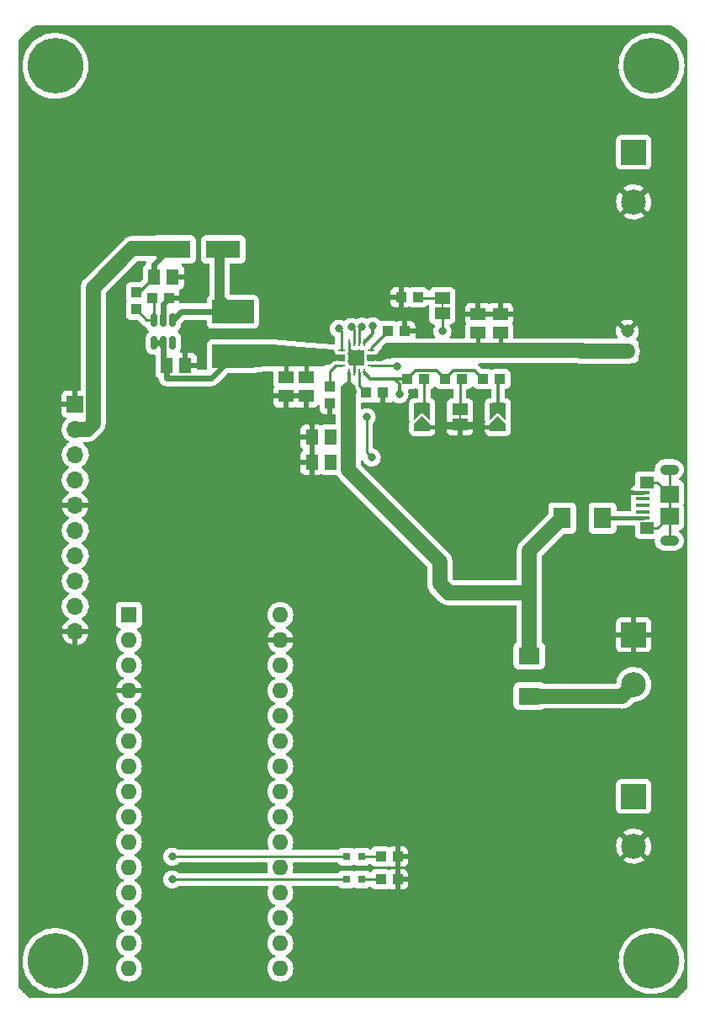
<source format=gbr>
%TF.GenerationSoftware,KiCad,Pcbnew,(6.0.2)*%
%TF.CreationDate,2022-12-13T09:45:59-05:00*%
%TF.ProjectId,BREAD_Slice,42524541-445f-4536-9c69-63652e6b6963,rev?*%
%TF.SameCoordinates,Original*%
%TF.FileFunction,Copper,L1,Top*%
%TF.FilePolarity,Positive*%
%FSLAX46Y46*%
G04 Gerber Fmt 4.6, Leading zero omitted, Abs format (unit mm)*
G04 Created by KiCad (PCBNEW (6.0.2)) date 2022-12-13 09:45:59*
%MOMM*%
%LPD*%
G01*
G04 APERTURE LIST*
G04 Aperture macros list*
%AMRoundRect*
0 Rectangle with rounded corners*
0 $1 Rounding radius*
0 $2 $3 $4 $5 $6 $7 $8 $9 X,Y pos of 4 corners*
0 Add a 4 corners polygon primitive as box body*
4,1,4,$2,$3,$4,$5,$6,$7,$8,$9,$2,$3,0*
0 Add four circle primitives for the rounded corners*
1,1,$1+$1,$2,$3*
1,1,$1+$1,$4,$5*
1,1,$1+$1,$6,$7*
1,1,$1+$1,$8,$9*
0 Add four rect primitives between the rounded corners*
20,1,$1+$1,$2,$3,$4,$5,0*
20,1,$1+$1,$4,$5,$6,$7,0*
20,1,$1+$1,$6,$7,$8,$9,0*
20,1,$1+$1,$8,$9,$2,$3,0*%
G04 Aperture macros list end*
%TA.AperFunction,ComponentPad*%
%ADD10C,5.600000*%
%TD*%
%TA.AperFunction,ComponentPad*%
%ADD11R,1.600000X1.600000*%
%TD*%
%TA.AperFunction,ComponentPad*%
%ADD12O,1.600000X1.600000*%
%TD*%
%TA.AperFunction,SMDPad,CuDef*%
%ADD13R,1.240000X1.500000*%
%TD*%
%TA.AperFunction,ComponentPad*%
%ADD14R,1.700000X1.700000*%
%TD*%
%TA.AperFunction,ComponentPad*%
%ADD15O,1.700000X1.700000*%
%TD*%
%TA.AperFunction,SMDPad,CuDef*%
%ADD16R,1.500000X1.240000*%
%TD*%
%TA.AperFunction,SMDPad,CuDef*%
%ADD17R,1.778000X2.159000*%
%TD*%
%TA.AperFunction,SMDPad,CuDef*%
%ADD18R,2.159000X1.778000*%
%TD*%
%TA.AperFunction,SMDPad,CuDef*%
%ADD19R,3.500000X1.800000*%
%TD*%
%TA.AperFunction,SMDPad,CuDef*%
%ADD20R,0.800000X0.800000*%
%TD*%
%TA.AperFunction,SMDPad,CuDef*%
%ADD21R,1.400000X0.400000*%
%TD*%
%TA.AperFunction,SMDPad,CuDef*%
%ADD22R,1.900000X1.750000*%
%TD*%
%TA.AperFunction,SMDPad,CuDef*%
%ADD23R,1.450000X1.150000*%
%TD*%
%TA.AperFunction,ComponentPad*%
%ADD24O,1.900000X1.050000*%
%TD*%
%TA.AperFunction,SMDPad,CuDef*%
%ADD25R,4.200000X2.400000*%
%TD*%
%TA.AperFunction,SMDPad,CuDef*%
%ADD26R,1.075000X1.000000*%
%TD*%
%TA.AperFunction,SMDPad,CuDef*%
%ADD27R,1.000000X1.075000*%
%TD*%
%TA.AperFunction,SMDPad,CuDef*%
%ADD28RoundRect,0.150000X-0.150000X0.512500X-0.150000X-0.512500X0.150000X-0.512500X0.150000X0.512500X0*%
%TD*%
%TA.AperFunction,ComponentPad*%
%ADD29R,2.500000X2.500000*%
%TD*%
%TA.AperFunction,ComponentPad*%
%ADD30C,2.500000*%
%TD*%
%TA.AperFunction,SMDPad,CuDef*%
%ADD31R,1.600200X1.168400*%
%TD*%
%TA.AperFunction,SMDPad,CuDef*%
%ADD32R,0.203200X0.635000*%
%TD*%
%TA.AperFunction,SMDPad,CuDef*%
%ADD33RoundRect,0.190500X0.571500X-0.190500X0.571500X0.190500X-0.571500X0.190500X-0.571500X-0.190500X0*%
%TD*%
%TA.AperFunction,SMDPad,CuDef*%
%ADD34R,0.800000X0.280000*%
%TD*%
%TA.AperFunction,SMDPad,CuDef*%
%ADD35R,0.280000X0.800000*%
%TD*%
%TA.AperFunction,SMDPad,CuDef*%
%ADD36R,1.500000X1.500000*%
%TD*%
%TA.AperFunction,ComponentPad*%
%ADD37R,1.308000X1.308000*%
%TD*%
%TA.AperFunction,ComponentPad*%
%ADD38C,1.308000*%
%TD*%
%TA.AperFunction,ViaPad*%
%ADD39C,0.800000*%
%TD*%
%TA.AperFunction,Conductor*%
%ADD40C,0.250000*%
%TD*%
%TA.AperFunction,Conductor*%
%ADD41C,0.300000*%
%TD*%
%TA.AperFunction,Conductor*%
%ADD42C,0.400000*%
%TD*%
%TA.AperFunction,Conductor*%
%ADD43C,0.500000*%
%TD*%
%TA.AperFunction,Conductor*%
%ADD44C,0.609600*%
%TD*%
%TA.AperFunction,Conductor*%
%ADD45C,1.000000*%
%TD*%
%TA.AperFunction,Conductor*%
%ADD46C,1.500000*%
%TD*%
G04 APERTURE END LIST*
%TO.C,0.5A1*%
G36*
X165298200Y-80425893D02*
G01*
X164510000Y-79666852D01*
X163721800Y-80425893D01*
X163721800Y-78715400D01*
X165298200Y-78715400D01*
X165298200Y-80425893D01*
G37*
G36*
X165298200Y-80789416D02*
G01*
X165298200Y-81504600D01*
X163721800Y-81504600D01*
X163721800Y-80737150D01*
X164512663Y-80003879D01*
X165298200Y-80789416D01*
G37*
%TO.C,1.5A1*%
G36*
X172918200Y-80425893D02*
G01*
X172130000Y-79666852D01*
X171341800Y-80425893D01*
X171341800Y-78715400D01*
X172918200Y-78715400D01*
X172918200Y-80425893D01*
G37*
G36*
X172918200Y-80789416D02*
G01*
X172918200Y-81504600D01*
X171341800Y-81504600D01*
X171341800Y-80737150D01*
X172132663Y-80003879D01*
X172918200Y-80789416D01*
G37*
%TD*%
D10*
%TO.P,H1,1*%
%TO.N,N/C*%
X127600000Y-44800000D03*
%TD*%
%TO.P,H2,1*%
%TO.N,N/C*%
X187600000Y-44800000D03*
%TD*%
%TO.P,H3,1*%
%TO.N,N/C*%
X127600000Y-134800000D03*
%TD*%
%TO.P,H4,1*%
%TO.N,N/C*%
X187600000Y-134800000D03*
%TD*%
D11*
%TO.P,A1,1,D1/TX*%
%TO.N,unconnected-(A1-Pad1)*%
X135000000Y-100000000D03*
D12*
%TO.P,A1,2,D0/RX*%
%TO.N,unconnected-(A1-Pad2)*%
X135000000Y-102540000D03*
%TO.P,A1,3,~{RESET}*%
%TO.N,unconnected-(A1-Pad3)*%
X135000000Y-105080000D03*
%TO.P,A1,4,GND*%
%TO.N,GND*%
X135000000Y-107620000D03*
%TO.P,A1,5,D2*%
%TO.N,/E_STOP*%
X135000000Y-110160000D03*
%TO.P,A1,6,D3*%
%TO.N,/INT*%
X135000000Y-112700000D03*
%TO.P,A1,7,D4*%
%TO.N,/SYNC*%
X135000000Y-115240000D03*
%TO.P,A1,8,D5*%
%TO.N,/~{CHG}*%
X135000000Y-117780000D03*
%TO.P,A1,9,D6*%
%TO.N,/~{PGOOD}*%
X135000000Y-120320000D03*
%TO.P,A1,10,D7*%
%TO.N,/CHGI*%
X135000000Y-122860000D03*
%TO.P,A1,11,D8*%
%TO.N,/PGOODI*%
X135000000Y-125400000D03*
%TO.P,A1,12,D9*%
%TO.N,unconnected-(A1-Pad12)*%
X135000000Y-127940000D03*
%TO.P,A1,13,D10*%
%TO.N,unconnected-(A1-Pad13)*%
X135000000Y-130480000D03*
%TO.P,A1,14,D11*%
%TO.N,unconnected-(A1-Pad14)*%
X135000000Y-133020000D03*
%TO.P,A1,15,D12*%
%TO.N,unconnected-(A1-Pad15)*%
X135000000Y-135560000D03*
%TO.P,A1,16,D13*%
%TO.N,unconnected-(A1-Pad16)*%
X150240000Y-135560000D03*
%TO.P,A1,17,3V3*%
%TO.N,unconnected-(A1-Pad17)*%
X150240000Y-133020000D03*
%TO.P,A1,18,AREF*%
%TO.N,unconnected-(A1-Pad18)*%
X150240000Y-130480000D03*
%TO.P,A1,19,A0*%
%TO.N,/ISET*%
X150240000Y-127940000D03*
%TO.P,A1,20,A1*%
%TO.N,unconnected-(A1-Pad20)*%
X150240000Y-125400000D03*
%TO.P,A1,21,A2*%
%TO.N,unconnected-(A1-Pad21)*%
X150240000Y-122860000D03*
%TO.P,A1,22,A3*%
%TO.N,unconnected-(A1-Pad22)*%
X150240000Y-120320000D03*
%TO.P,A1,23,A4*%
%TO.N,/I2C_DAT*%
X150240000Y-117780000D03*
%TO.P,A1,24,A5*%
%TO.N,/I2C_CLK*%
X150240000Y-115240000D03*
%TO.P,A1,25,A6*%
%TO.N,unconnected-(A1-Pad25)*%
X150240000Y-112700000D03*
%TO.P,A1,26,A7*%
%TO.N,unconnected-(A1-Pad26)*%
X150240000Y-110160000D03*
%TO.P,A1,27,+5V*%
%TO.N,+5V*%
X150240000Y-107620000D03*
%TO.P,A1,28,~{RESET}*%
%TO.N,unconnected-(A1-Pad28)*%
X150240000Y-105080000D03*
%TO.P,A1,29,GND*%
%TO.N,GND*%
X150240000Y-102540000D03*
%TO.P,A1,30,VIN*%
%TO.N,/PWR*%
X150240000Y-100000000D03*
%TD*%
D13*
%TO.P,C2,1,1*%
%TO.N,VBUS*%
X155300000Y-84682000D03*
%TO.P,C2,2,2*%
%TO.N,GND*%
X153400000Y-84682000D03*
%TD*%
D14*
%TO.P,J1,1,Pin_1*%
%TO.N,GND*%
X129600000Y-78800000D03*
D15*
%TO.P,J1,2,Pin_2*%
%TO.N,/PWR*%
X129600000Y-81340000D03*
%TO.P,J1,3,Pin_3*%
%TO.N,/I2C_CLK*%
X129600000Y-83880000D03*
%TO.P,J1,4,Pin_4*%
%TO.N,/I2C_DAT*%
X129600000Y-86420000D03*
%TO.P,J1,5,Pin_5*%
%TO.N,GND*%
X129600000Y-88960000D03*
%TO.P,J1,6,Pin_6*%
%TO.N,/E_STOP*%
X129600000Y-91500000D03*
%TO.P,J1,7,Pin_7*%
%TO.N,/INT*%
X129600000Y-94040000D03*
%TO.P,J1,8,Pin_8*%
%TO.N,/SYNC*%
X129600000Y-96580000D03*
%TO.P,J1,9,Pin_9*%
%TO.N,/PWR*%
X129600000Y-99120000D03*
%TO.P,J1,10,Pin_10*%
%TO.N,GND*%
X129600000Y-101660000D03*
%TD*%
D13*
%TO.P,C1,1,1*%
%TO.N,VBUS*%
X155300000Y-82142000D03*
%TO.P,C1,2,2*%
%TO.N,GND*%
X153400000Y-82142000D03*
%TD*%
%TO.P,C3,1*%
%TO.N,/OUT*%
X138795000Y-74937536D03*
%TO.P,C3,2*%
%TO.N,GND*%
X140695000Y-74937536D03*
%TD*%
D16*
%TO.P,C4,1,1*%
%TO.N,/OUT*%
X150794000Y-76112000D03*
%TO.P,C4,2,2*%
%TO.N,GND*%
X150794000Y-78012000D03*
%TD*%
%TO.P,C5,1,1*%
%TO.N,/OUT*%
X152826000Y-76112000D03*
%TO.P,C5,2,2*%
%TO.N,GND*%
X152826000Y-78012000D03*
%TD*%
D13*
%TO.P,C6,1*%
%TO.N,/PWR*%
X137525000Y-66047536D03*
%TO.P,C6,2*%
%TO.N,GND*%
X139425000Y-66047536D03*
%TD*%
D17*
%TO.P,D1,A,A*%
%TO.N,Net-(D1-PadA)*%
X182658300Y-90270000D03*
%TO.P,D1,C,C*%
%TO.N,VBUS*%
X178594300Y-90270000D03*
%TD*%
D18*
%TO.P,D2,A,A*%
%TO.N,Net-(D2-PadA)*%
X175305000Y-108164300D03*
%TO.P,D2,C,C*%
%TO.N,VBUS*%
X175305000Y-104100300D03*
%TD*%
D19*
%TO.P,D3,1,K*%
%TO.N,/PWR*%
X139505600Y-63244400D03*
%TO.P,D3,2,A*%
%TO.N,Net-(D3-Pad2)*%
X144505600Y-63244400D03*
%TD*%
D20*
%TO.P,D4,A,A*%
%TO.N,/CHGI*%
X156902000Y-124306000D03*
%TO.P,D4,C,C*%
%TO.N,Net-(D4-PadC)*%
X158402000Y-124306000D03*
%TD*%
D21*
%TO.P,J2,1,VBUS*%
%TO.N,Net-(D1-PadA)*%
X186735000Y-90270000D03*
%TO.P,J2,2,D-*%
%TO.N,unconnected-(J2-Pad2)*%
X186735000Y-89620000D03*
%TO.P,J2,3,D+*%
%TO.N,unconnected-(J2-Pad3)*%
X186735000Y-88970000D03*
%TO.P,J2,4,ID*%
%TO.N,unconnected-(J2-Pad4)*%
X186735000Y-88320000D03*
%TO.P,J2,5,GND*%
%TO.N,GND*%
X186735000Y-87670000D03*
D22*
%TO.P,J2,6,Shield*%
%TO.N,unconnected-(J2-Pad6)*%
X189385000Y-87845000D03*
D23*
X187155000Y-86650000D03*
D24*
X189385000Y-92545000D03*
D23*
X187155000Y-91290000D03*
D22*
X189385000Y-90095000D03*
D24*
X189385000Y-85395000D03*
%TD*%
D25*
%TO.P,L1,1,1*%
%TO.N,/OUT*%
X145460000Y-74012536D03*
%TO.P,L1,2,2*%
%TO.N,Net-(D3-Pad2)*%
X145460000Y-69512536D03*
%TD*%
D26*
%TO.P,R1,1,1*%
%TO.N,/ISET*%
X170645000Y-76300000D03*
%TO.P,R1,2,2*%
%TO.N,Net-(1.5A1-Pad2)*%
X172345000Y-76300000D03*
%TD*%
%TO.P,R2,1,1*%
%TO.N,/ISET*%
X166835000Y-76300000D03*
%TO.P,R2,2,2*%
%TO.N,Net-(1A1-Pad2)*%
X168535000Y-76300000D03*
%TD*%
%TO.P,R3,1,1*%
%TO.N,/ISET*%
X163025000Y-76300000D03*
%TO.P,R3,2,2*%
%TO.N,Net-(0.5A1-Pad2)*%
X164725000Y-76300000D03*
%TD*%
D27*
%TO.P,R4,1,1*%
%TO.N,/ILIM*%
X155213600Y-77075600D03*
%TO.P,R4,2,2*%
%TO.N,GND*%
X155213600Y-78775600D03*
%TD*%
D26*
%TO.P,R5,1,1*%
%TO.N,/ITERM*%
X158884800Y-77671600D03*
%TO.P,R5,2,2*%
%TO.N,GND*%
X160584800Y-77671600D03*
%TD*%
%TO.P,R6,1,1*%
%TO.N,Net-(R6-Pad1)*%
X161069200Y-71474000D03*
%TO.P,R6,2,2*%
%TO.N,GND*%
X162769200Y-71474000D03*
%TD*%
D27*
%TO.P,R7,1*%
%TO.N,/PWR*%
X135706400Y-67576000D03*
%TO.P,R7,2*%
%TO.N,Net-(R7-Pad2)*%
X135706400Y-69276000D03*
%TD*%
D26*
%TO.P,R8,1*%
%TO.N,Net-(R7-Pad2)*%
X137345600Y-68172000D03*
%TO.P,R8,2*%
%TO.N,GND*%
X139045600Y-68172000D03*
%TD*%
%TO.P,R9,1,1*%
%TO.N,Net-(R9-Pad1)*%
X164090000Y-68045000D03*
%TO.P,R9,2,2*%
%TO.N,GND*%
X162390000Y-68045000D03*
%TD*%
D28*
%TO.P,U1,1,SW*%
%TO.N,Net-(D3-Pad2)*%
X139425000Y-70371036D03*
%TO.P,U1,2,GND*%
%TO.N,GND*%
X138475000Y-70371036D03*
%TO.P,U1,3,FB*%
%TO.N,Net-(R7-Pad2)*%
X137525000Y-70371036D03*
%TO.P,U1,4,EN*%
%TO.N,/OUT*%
X137525000Y-72646036D03*
%TO.P,U1,5,IN*%
X138475000Y-72646036D03*
%TO.P,U1,6,NC*%
%TO.N,unconnected-(U1-Pad6)*%
X139425000Y-72646036D03*
%TD*%
D29*
%TO.P,J4,1,Pin_1*%
%TO.N,/PWR*%
X185800000Y-118250000D03*
D30*
%TO.P,J4,2,Pin_2*%
%TO.N,GND*%
X185800000Y-123250000D03*
%TD*%
D29*
%TO.P,J5,1,Pin_1*%
%TO.N,GND*%
X185800000Y-101994000D03*
D30*
%TO.P,J5,2,Pin_2*%
%TO.N,Net-(D2-PadA)*%
X185800000Y-106994000D03*
%TD*%
D26*
%TO.P,R11,1,1*%
%TO.N,Net-(D5-PadC)*%
X160358000Y-126592000D03*
%TO.P,R11,2,2*%
%TO.N,GND*%
X162058000Y-126592000D03*
%TD*%
D31*
%TO.P,1A1,1,1*%
%TO.N,GND*%
X168320000Y-80872000D03*
%TO.P,1A1,2,2*%
%TO.N,Net-(1A1-Pad2)*%
X168320000Y-79348000D03*
D32*
%TO.P,1A1,WIRE*%
%TO.N,N/C*%
X168320000Y-80110000D03*
%TD*%
D33*
%TO.P,0.5A1,1,1*%
%TO.N,GND*%
X164510000Y-81126000D03*
%TO.P,0.5A1,2,2*%
%TO.N,Net-(0.5A1-Pad2)*%
X164510000Y-79094000D03*
%TD*%
D34*
%TO.P,X2,1,TS*%
%TO.N,/THERM*%
X159400000Y-74885000D03*
%TO.P,X2,2,BAT*%
%TO.N,VLIPO*%
X159400000Y-74385000D03*
%TO.P,X2,3,BAT*%
X159400000Y-73885000D03*
%TO.P,X2,4,~{CE}*%
%TO.N,Net-(R6-Pad1)*%
X159400000Y-73385000D03*
D35*
%TO.P,X2,5,EN2*%
%TO.N,/EN2*%
X158650000Y-72635000D03*
%TO.P,X2,6,EN1*%
%TO.N,/EN1*%
X158150000Y-72635000D03*
%TO.P,X2,7,~{PGOOD}*%
%TO.N,/~{PGOOD}*%
X157650000Y-72635000D03*
%TO.P,X2,8,VSS*%
%TO.N,GND*%
X157150000Y-72635000D03*
D34*
%TO.P,X2,9,~{CHG}*%
%TO.N,/~{CHG}*%
X156400000Y-73385000D03*
%TO.P,X2,10,OUT*%
%TO.N,/OUT*%
X156400000Y-73885000D03*
%TO.P,X2,11,OUT*%
X156400000Y-74385000D03*
%TO.P,X2,12,ILIM*%
%TO.N,/ILIM*%
X156400000Y-74885000D03*
D35*
%TO.P,X2,13,IN*%
%TO.N,VBUS*%
X157150000Y-75635000D03*
%TO.P,X2,14,TMR*%
%TO.N,GND*%
X157650000Y-75635000D03*
%TO.P,X2,15,ITERM*%
%TO.N,/ITERM*%
X158150000Y-75635000D03*
%TO.P,X2,16,ISET*%
%TO.N,/ISET*%
X158650000Y-75635000D03*
D36*
%TO.P,X2,THERMAL,VSS*%
%TO.N,GND*%
X157900000Y-74135000D03*
%TD*%
D16*
%TO.P,C8,1,1*%
%TO.N,VLIPO*%
X170098000Y-71662000D03*
%TO.P,C8,2,2*%
%TO.N,GND*%
X170098000Y-69762000D03*
%TD*%
D29*
%TO.P,J3,1,Pin_1*%
%TO.N,/THERM*%
X185800000Y-53480000D03*
D30*
%TO.P,J3,2,Pin_2*%
%TO.N,GND*%
X185800000Y-58480000D03*
%TD*%
D31*
%TO.P,THERM1,1,1*%
%TO.N,Net-(R9-Pad1)*%
X166542000Y-68172000D03*
%TO.P,THERM1,2,2*%
%TO.N,/THERM*%
X166542000Y-69696000D03*
D32*
%TO.P,THERM1,WIRE*%
%TO.N,N/C*%
X166542000Y-68934000D03*
%TD*%
D33*
%TO.P,1.5A1,1,1*%
%TO.N,GND*%
X172130000Y-81126000D03*
%TO.P,1.5A1,2,2*%
%TO.N,Net-(1.5A1-Pad2)*%
X172130000Y-79094000D03*
%TD*%
D16*
%TO.P,C7,1,1*%
%TO.N,VLIPO*%
X172384000Y-71662000D03*
%TO.P,C7,2,2*%
%TO.N,GND*%
X172384000Y-69762000D03*
%TD*%
D20*
%TO.P,D5,A,A*%
%TO.N,/PGOODI*%
X156902000Y-126592000D03*
%TO.P,D5,C,C*%
%TO.N,Net-(D5-PadC)*%
X158402000Y-126592000D03*
%TD*%
D26*
%TO.P,R10,1,1*%
%TO.N,Net-(D4-PadC)*%
X160358000Y-124306000D03*
%TO.P,R10,2,2*%
%TO.N,GND*%
X162058000Y-124306000D03*
%TD*%
D37*
%TO.P,BATT1,1,2*%
%TO.N,VLIPO*%
X185157500Y-73490000D03*
D38*
%TO.P,BATT1,2,1*%
%TO.N,GND*%
X185157500Y-71490000D03*
%TD*%
D39*
%TO.N,GND*%
X157399502Y-74522000D03*
X158160000Y-74522000D03*
X157398000Y-73760000D03*
X158160000Y-73760000D03*
X156026400Y-68070400D03*
X133268000Y-78840000D03*
X133268000Y-92429000D03*
X158312400Y-68019600D03*
X157042400Y-66190800D03*
X166288000Y-86460000D03*
X165399000Y-102081000D03*
X164129000Y-102081000D03*
X167050000Y-85444000D03*
X165526000Y-85444000D03*
X164764000Y-103097000D03*
%TO.N,/CHGI*%
X139364000Y-124306000D03*
%TO.N,/PGOODI*%
X139364000Y-126592000D03*
%TO.N,/OUT*%
X159430000Y-84174000D03*
X158922000Y-80110000D03*
X149320800Y-74268000D03*
%TO.N,/~{CHG}*%
X156128000Y-71220000D03*
%TO.N,/~{PGOOD}*%
X157398000Y-71067600D03*
%TO.N,/ISET*%
X162224000Y-77824000D03*
%TO.N,/THERM*%
X161970000Y-75030000D03*
X166542000Y-71474000D03*
%TO.N,/EN1*%
X158464800Y-71016800D03*
%TO.N,/EN2*%
X159540503Y-70966000D03*
%TD*%
D40*
%TO.N,Net-(0.5A1-Pad2)*%
X164510000Y-79094000D02*
X164725000Y-78879000D01*
X164725000Y-78879000D02*
X164725000Y-76300000D01*
D41*
%TO.N,Net-(1.5A1-Pad2)*%
X172130000Y-79094000D02*
X172130000Y-76515000D01*
D40*
%TO.N,Net-(1A1-Pad2)*%
X168320000Y-76515000D02*
X168535000Y-76300000D01*
X168320000Y-79348000D02*
X168320000Y-76515000D01*
D42*
%TO.N,GND*%
X186735000Y-87670000D02*
X185278000Y-87670000D01*
D40*
X157150000Y-74272498D02*
X157150000Y-72635000D01*
X157650000Y-74648682D02*
X157650000Y-75635000D01*
D43*
X133268000Y-78840000D02*
X133268000Y-92429000D01*
D40*
X157399502Y-74522000D02*
X157150000Y-74272498D01*
D42*
X172130000Y-81126000D02*
X168574000Y-81126000D01*
X164510000Y-81126000D02*
X168066000Y-81126000D01*
D44*
X138475000Y-68742600D02*
X139045600Y-68172000D01*
X138475000Y-70371036D02*
X138475000Y-68742600D01*
D40*
%TO.N,/CHGI*%
X139394511Y-124275489D02*
X139364000Y-124306000D01*
X156871489Y-124275489D02*
X139394511Y-124275489D01*
X156902000Y-124306000D02*
X156871489Y-124275489D01*
%TO.N,/PGOODI*%
X156902000Y-126592000D02*
X139364000Y-126592000D01*
D44*
%TO.N,Net-(D3-Pad2)*%
X145460000Y-69512536D02*
X140283500Y-69512536D01*
X140283500Y-69512536D02*
X139425000Y-70371036D01*
D45*
X144150000Y-68202536D02*
X145460000Y-69512536D01*
X144150000Y-63162536D02*
X144150000Y-68202536D01*
D40*
%TO.N,Net-(D5-PadC)*%
X158402000Y-126592000D02*
X160358000Y-126592000D01*
%TO.N,Net-(R6-Pad1)*%
X161069200Y-71474000D02*
X159400000Y-73143200D01*
X159400000Y-73143200D02*
X159400000Y-73385000D01*
D46*
%TO.N,/PWR*%
X129600000Y-81340000D02*
X130802081Y-81340000D01*
D44*
X139150000Y-63162536D02*
X137525000Y-64787536D01*
D46*
X131399511Y-67119489D02*
X135356464Y-63162536D01*
X130802081Y-81340000D02*
X131399511Y-80742570D01*
D40*
X135706400Y-67576000D02*
X135996536Y-67576000D01*
D46*
X135356464Y-63162536D02*
X139150000Y-63162536D01*
D40*
X135996536Y-67576000D02*
X137525000Y-66047536D01*
D44*
X137525000Y-64787536D02*
X137525000Y-66047536D01*
D46*
X131399511Y-80742570D02*
X131399511Y-67119489D01*
%TO.N,VLIPO*%
X180515000Y-73440000D02*
X180565000Y-73490000D01*
D42*
X172384000Y-73252000D02*
X172572000Y-73440000D01*
D46*
X180565000Y-73490000D02*
X185157500Y-73490000D01*
X172572000Y-73440000D02*
X169910000Y-73440000D01*
D42*
X170098000Y-71662000D02*
X170098000Y-73252000D01*
D46*
X169910000Y-73440000D02*
X161147000Y-73440000D01*
D42*
X172384000Y-71662000D02*
X172384000Y-73252000D01*
D46*
X172572000Y-73440000D02*
X180515000Y-73440000D01*
D42*
X170098000Y-73252000D02*
X169910000Y-73440000D01*
D46*
%TO.N,VBUS*%
X167177000Y-97763000D02*
X175305000Y-97763000D01*
X166288000Y-96874000D02*
X167177000Y-97763000D01*
X166288000Y-94613000D02*
X157085489Y-85410489D01*
X175305000Y-97763000D02*
X175305000Y-94219700D01*
X175305000Y-93559300D02*
X178594300Y-90270000D01*
X157085489Y-77628511D02*
X157144000Y-77570000D01*
D40*
X157150000Y-75635000D02*
X157150000Y-77564000D01*
D46*
X175305000Y-94219700D02*
X175305000Y-93559300D01*
D40*
X157150000Y-77564000D02*
X157144000Y-77570000D01*
D46*
X157085489Y-85410489D02*
X157085489Y-77628511D01*
X166288000Y-94613000D02*
X166288000Y-96874000D01*
X175305000Y-104100300D02*
X175305000Y-97763000D01*
D44*
%TO.N,/OUT*%
X145460000Y-74012536D02*
X143280689Y-76191847D01*
X143280689Y-76191847D02*
X138804311Y-76191847D01*
D42*
X152826000Y-74268000D02*
X152572000Y-74014000D01*
D44*
X138804311Y-76191847D02*
X138795000Y-76182536D01*
D40*
X158922000Y-83666000D02*
X158922000Y-80110000D01*
D44*
X137525000Y-72646036D02*
X138475000Y-72646036D01*
X138795000Y-76182536D02*
X138795000Y-74937536D01*
D42*
X150794000Y-74014000D02*
X150794000Y-76112000D01*
D44*
X138475000Y-74617536D02*
X138475000Y-72646036D01*
X138795000Y-74937536D02*
X138475000Y-74617536D01*
D42*
X152572000Y-74014000D02*
X150794000Y-74014000D01*
X152826000Y-76112000D02*
X152826000Y-74268000D01*
D40*
X159430000Y-84174000D02*
X158922000Y-83666000D01*
D42*
%TO.N,Net-(D1-PadA)*%
X186735000Y-90270000D02*
X182658300Y-90270000D01*
D46*
%TO.N,Net-(D2-PadA)*%
X184629700Y-108164300D02*
X185800000Y-106994000D01*
X175305000Y-108164300D02*
X184629700Y-108164300D01*
D40*
%TO.N,Net-(D4-PadC)*%
X160358000Y-124306000D02*
X158402000Y-124306000D01*
%TO.N,unconnected-(J2-Pad6)*%
X189385000Y-90095000D02*
X189385000Y-87845000D01*
X189385000Y-90095000D02*
X189385000Y-92545000D01*
X189385000Y-87845000D02*
X188190000Y-86650000D01*
X189385000Y-87845000D02*
X189385000Y-85395000D01*
X188190000Y-91290000D02*
X189385000Y-90095000D01*
X188190000Y-86650000D02*
X187155000Y-86650000D01*
X187155000Y-91290000D02*
X188190000Y-91290000D01*
%TO.N,/~{CHG}*%
X156400000Y-71492000D02*
X156128000Y-71220000D01*
X156400000Y-73385000D02*
X156400000Y-71492000D01*
%TO.N,/~{PGOOD}*%
X157650000Y-72635000D02*
X157650000Y-71319600D01*
X157650000Y-71319600D02*
X157398000Y-71067600D01*
%TO.N,Net-(R7-Pad2)*%
X136801436Y-70371036D02*
X135706400Y-69276000D01*
X137525000Y-70371036D02*
X136801436Y-70371036D01*
X137525000Y-68351400D02*
X137345600Y-68172000D01*
X137525000Y-70371036D02*
X137525000Y-68351400D01*
D41*
%TO.N,/ISET*%
X165985489Y-75450489D02*
X163874511Y-75450489D01*
X163874511Y-75450489D02*
X163025000Y-76300000D01*
X167684511Y-75450489D02*
X166835000Y-76300000D01*
X170645000Y-76300000D02*
X169795489Y-75450489D01*
X161716000Y-76300000D02*
X162224000Y-76808000D01*
X159315000Y-76300000D02*
X158650000Y-75635000D01*
X162224000Y-76808000D02*
X162224000Y-77824000D01*
X169795489Y-75450489D02*
X167684511Y-75450489D01*
X161716000Y-76300000D02*
X159315000Y-76300000D01*
X163025000Y-76300000D02*
X161716000Y-76300000D01*
X166835000Y-76300000D02*
X165985489Y-75450489D01*
D40*
%TO.N,/THERM*%
X166542000Y-69696000D02*
X166542000Y-71474000D01*
X159400000Y-74885000D02*
X161825000Y-74885000D01*
X161825000Y-74885000D02*
X161970000Y-75030000D01*
%TO.N,/ILIM*%
X156400000Y-74885000D02*
X155815800Y-74885000D01*
X155815800Y-74885000D02*
X155213600Y-75487200D01*
X155213600Y-75487200D02*
X155213600Y-77075600D01*
%TO.N,/ITERM*%
X158150000Y-76936800D02*
X158884800Y-77671600D01*
X158150000Y-75635000D02*
X158150000Y-76936800D01*
%TO.N,Net-(R9-Pad1)*%
X166542000Y-68172000D02*
X164217000Y-68172000D01*
X164217000Y-68172000D02*
X164090000Y-68045000D01*
%TO.N,/EN1*%
X158150000Y-71331600D02*
X158464800Y-71016800D01*
X158150000Y-72635000D02*
X158150000Y-71331600D01*
D41*
%TO.N,/EN2*%
X159540503Y-71744497D02*
X159540503Y-70966000D01*
X158650000Y-72635000D02*
X159540503Y-71744497D01*
%TD*%
%TA.AperFunction,Conductor*%
%TO.N,/OUT*%
G36*
X149474354Y-72794898D02*
G01*
X152237060Y-73029025D01*
X155460209Y-73302174D01*
X155473393Y-73307434D01*
X155690343Y-73480995D01*
X155699351Y-73497352D01*
X155699500Y-73500047D01*
X155699500Y-73569646D01*
X155702618Y-73595846D01*
X155748061Y-73698153D01*
X155749654Y-73699744D01*
X155749656Y-73699746D01*
X155825691Y-73775648D01*
X155827287Y-73777241D01*
X155929673Y-73822506D01*
X155955354Y-73825500D01*
X156678586Y-73825500D01*
X156695839Y-73832647D01*
X156702839Y-73847222D01*
X156710999Y-73921135D01*
X156711504Y-73922515D01*
X156723014Y-73953967D01*
X156724500Y-73962352D01*
X156724500Y-74320190D01*
X156722833Y-74329053D01*
X156716563Y-74345134D01*
X156716562Y-74345139D01*
X156716026Y-74346513D01*
X156715834Y-74347975D01*
X156715833Y-74347977D01*
X156705919Y-74423285D01*
X156696582Y-74439458D01*
X156681728Y-74444500D01*
X155955354Y-74444500D01*
X155954641Y-74444585D01*
X155954639Y-74444585D01*
X155930977Y-74447401D01*
X155929154Y-74447618D01*
X155927478Y-74448362D01*
X155927476Y-74448363D01*
X155907134Y-74457399D01*
X155897229Y-74459500D01*
X155748407Y-74459500D01*
X155732284Y-74464739D01*
X155717989Y-74469383D01*
X155714266Y-74470277D01*
X155699418Y-74472629D01*
X155682674Y-74475281D01*
X155680962Y-74476153D01*
X155680963Y-74476153D01*
X155654173Y-74489802D01*
X155650637Y-74491267D01*
X155636882Y-74495737D01*
X155620219Y-74501151D01*
X155606505Y-74511115D01*
X155594342Y-74519951D01*
X155591078Y-74521951D01*
X155564291Y-74535600D01*
X155562580Y-74536472D01*
X155378979Y-74720073D01*
X155368216Y-74726340D01*
X154683143Y-74915326D01*
X154454786Y-74978321D01*
X154448297Y-74979200D01*
X149727200Y-74979200D01*
X149726735Y-74979236D01*
X149726729Y-74979236D01*
X148984226Y-75036352D01*
X147746707Y-75131546D01*
X147745284Y-75131612D01*
X145899857Y-75163430D01*
X144823366Y-75181990D01*
X144805992Y-75175142D01*
X144798568Y-75158654D01*
X144699095Y-72870791D01*
X144705485Y-72853243D01*
X144723212Y-72845332D01*
X146549684Y-72825901D01*
X149472047Y-72794812D01*
X149474354Y-72794898D01*
G37*
%TD.AperFunction*%
%TD*%
%TA.AperFunction,Conductor*%
%TO.N,VLIPO*%
G36*
X161759653Y-72700347D02*
G01*
X161766800Y-72717600D01*
X161766800Y-74143572D01*
X161759653Y-74160825D01*
X161744023Y-74167918D01*
X161006357Y-74217096D01*
X161006355Y-74217096D01*
X161004800Y-74217200D01*
X161003322Y-74217693D01*
X161003320Y-74217693D01*
X160701262Y-74318379D01*
X160700000Y-74318800D01*
X160698857Y-74319486D01*
X160471295Y-74456023D01*
X160458741Y-74459500D01*
X159902636Y-74459500D01*
X159892770Y-74457416D01*
X159872005Y-74448236D01*
X159872006Y-74448236D01*
X159870327Y-74447494D01*
X159844646Y-74444500D01*
X158997200Y-74444500D01*
X158979947Y-74437353D01*
X158972800Y-74420100D01*
X158972800Y-73849900D01*
X158979947Y-73832647D01*
X158997200Y-73825500D01*
X159844646Y-73825500D01*
X159845359Y-73825415D01*
X159845361Y-73825415D01*
X159869023Y-73822599D01*
X159870846Y-73822382D01*
X159872522Y-73821638D01*
X159872524Y-73821637D01*
X159971094Y-73777854D01*
X159971096Y-73777853D01*
X159973153Y-73776939D01*
X159974744Y-73775346D01*
X159974746Y-73775344D01*
X160050648Y-73699309D01*
X160050648Y-73699308D01*
X160052241Y-73697713D01*
X160097506Y-73595327D01*
X160098164Y-73589685D01*
X160103214Y-73577437D01*
X160595992Y-72950265D01*
X160601643Y-72945038D01*
X160899685Y-72746344D01*
X160907302Y-72742975D01*
X161103484Y-72693929D01*
X161109402Y-72693200D01*
X161742400Y-72693200D01*
X161759653Y-72700347D01*
G37*
%TD.AperFunction*%
%TD*%
%TA.AperFunction,Conductor*%
%TO.N,GND*%
G36*
X189547140Y-40754237D02*
G01*
X189841117Y-40907272D01*
X189850637Y-40912768D01*
X190171860Y-41117410D01*
X190180864Y-41123714D01*
X190483043Y-41355583D01*
X190491460Y-41362647D01*
X190759978Y-41608697D01*
X190772268Y-41619959D01*
X190780037Y-41627728D01*
X191037351Y-41908537D01*
X191044417Y-41916957D01*
X191153963Y-42059721D01*
X191179563Y-42125942D01*
X191180000Y-42136425D01*
X191180000Y-137463575D01*
X191159998Y-137531696D01*
X191153963Y-137540279D01*
X191044417Y-137683043D01*
X191037353Y-137691460D01*
X190860079Y-137884922D01*
X190780041Y-137972268D01*
X190772272Y-137980037D01*
X190631094Y-138109403D01*
X190491463Y-138237351D01*
X190483043Y-138244417D01*
X190180864Y-138476286D01*
X190171860Y-138482590D01*
X190128416Y-138510267D01*
X190060716Y-138530000D01*
X125139284Y-138530000D01*
X125071584Y-138510267D01*
X125028140Y-138482590D01*
X125019136Y-138476286D01*
X124716957Y-138244417D01*
X124708537Y-138237351D01*
X124568906Y-138109403D01*
X124427728Y-137980037D01*
X124419959Y-137972268D01*
X124339922Y-137884922D01*
X124162647Y-137691460D01*
X124155583Y-137683043D01*
X123923714Y-137380864D01*
X123917410Y-137371860D01*
X123889733Y-137328416D01*
X123870000Y-137260716D01*
X123870000Y-134788434D01*
X124286661Y-134788434D01*
X124304792Y-135146340D01*
X124305329Y-135149695D01*
X124305330Y-135149701D01*
X124344582Y-135394757D01*
X124361470Y-135500195D01*
X124456033Y-135845859D01*
X124587374Y-136179288D01*
X124607041Y-136216749D01*
X124703140Y-136399789D01*
X124753957Y-136496582D01*
X124755858Y-136499411D01*
X124755864Y-136499421D01*
X124816714Y-136589974D01*
X124953834Y-136794029D01*
X125184665Y-137068150D01*
X125443751Y-137315738D01*
X125728061Y-137533897D01*
X125760056Y-137553350D01*
X126031355Y-137718303D01*
X126031360Y-137718306D01*
X126034270Y-137720075D01*
X126037358Y-137721521D01*
X126037357Y-137721521D01*
X126355710Y-137870649D01*
X126355720Y-137870653D01*
X126358794Y-137872093D01*
X126362012Y-137873195D01*
X126362015Y-137873196D01*
X126694615Y-137987071D01*
X126694623Y-137987073D01*
X126697838Y-137988174D01*
X127047435Y-138066959D01*
X127099728Y-138072917D01*
X127400114Y-138107142D01*
X127400122Y-138107142D01*
X127403497Y-138107527D01*
X127406901Y-138107545D01*
X127406904Y-138107545D01*
X127601227Y-138108562D01*
X127761857Y-138109403D01*
X127765243Y-138109053D01*
X127765245Y-138109053D01*
X128114932Y-138072917D01*
X128114941Y-138072916D01*
X128118324Y-138072566D01*
X128121657Y-138071852D01*
X128121660Y-138071851D01*
X128294186Y-138034864D01*
X128468727Y-137997446D01*
X128808968Y-137884922D01*
X129135066Y-137736311D01*
X129229052Y-137680506D01*
X129440262Y-137555099D01*
X129440267Y-137555096D01*
X129443207Y-137553350D01*
X129472048Y-137531696D01*
X129562776Y-137463575D01*
X129729786Y-137338180D01*
X129991451Y-137093319D01*
X130225140Y-136821630D01*
X130384353Y-136589974D01*
X130426190Y-136529101D01*
X130426195Y-136529094D01*
X130428120Y-136526292D01*
X130429732Y-136523298D01*
X130429737Y-136523290D01*
X130596395Y-136213772D01*
X130598017Y-136210760D01*
X130732842Y-135878724D01*
X130743142Y-135842568D01*
X130822074Y-135565475D01*
X130823634Y-135560000D01*
X133686502Y-135560000D01*
X133706457Y-135788087D01*
X133765716Y-136009243D01*
X133768039Y-136014224D01*
X133768039Y-136014225D01*
X133860151Y-136211762D01*
X133860154Y-136211767D01*
X133862477Y-136216749D01*
X133865634Y-136221257D01*
X133946226Y-136336354D01*
X133993802Y-136404300D01*
X134155700Y-136566198D01*
X134160208Y-136569355D01*
X134160211Y-136569357D01*
X134238389Y-136624098D01*
X134343251Y-136697523D01*
X134348233Y-136699846D01*
X134348238Y-136699849D01*
X134544130Y-136791194D01*
X134550757Y-136794284D01*
X134556065Y-136795706D01*
X134556067Y-136795707D01*
X134766598Y-136852119D01*
X134766600Y-136852119D01*
X134771913Y-136853543D01*
X135000000Y-136873498D01*
X135228087Y-136853543D01*
X135233400Y-136852119D01*
X135233402Y-136852119D01*
X135443933Y-136795707D01*
X135443935Y-136795706D01*
X135449243Y-136794284D01*
X135455870Y-136791194D01*
X135651762Y-136699849D01*
X135651767Y-136699846D01*
X135656749Y-136697523D01*
X135761611Y-136624098D01*
X135839789Y-136569357D01*
X135839792Y-136569355D01*
X135844300Y-136566198D01*
X136006198Y-136404300D01*
X136053775Y-136336354D01*
X136134366Y-136221257D01*
X136137523Y-136216749D01*
X136139846Y-136211767D01*
X136139849Y-136211762D01*
X136231961Y-136014225D01*
X136231961Y-136014224D01*
X136234284Y-136009243D01*
X136293543Y-135788087D01*
X136313498Y-135560000D01*
X136293543Y-135331913D01*
X136255920Y-135191504D01*
X136235707Y-135116067D01*
X136235706Y-135116065D01*
X136234284Y-135110757D01*
X136231961Y-135105775D01*
X136139849Y-134908238D01*
X136139846Y-134908233D01*
X136137523Y-134903251D01*
X136006198Y-134715700D01*
X135844300Y-134553802D01*
X135839792Y-134550645D01*
X135839789Y-134550643D01*
X135689716Y-134445561D01*
X135656749Y-134422477D01*
X135651767Y-134420154D01*
X135651762Y-134420151D01*
X135617543Y-134404195D01*
X135564258Y-134357278D01*
X135544797Y-134289001D01*
X135565339Y-134221041D01*
X135617543Y-134175805D01*
X135651762Y-134159849D01*
X135651767Y-134159846D01*
X135656749Y-134157523D01*
X135776125Y-134073935D01*
X135839789Y-134029357D01*
X135839792Y-134029355D01*
X135844300Y-134026198D01*
X136006198Y-133864300D01*
X136137523Y-133676749D01*
X136139846Y-133671767D01*
X136139849Y-133671762D01*
X136231961Y-133474225D01*
X136231961Y-133474224D01*
X136234284Y-133469243D01*
X136250912Y-133407189D01*
X136292119Y-133253402D01*
X136292119Y-133253400D01*
X136293543Y-133248087D01*
X136313498Y-133020000D01*
X136293543Y-132791913D01*
X136292119Y-132786598D01*
X136235707Y-132576067D01*
X136235706Y-132576065D01*
X136234284Y-132570757D01*
X136209513Y-132517635D01*
X136139849Y-132368238D01*
X136139846Y-132368233D01*
X136137523Y-132363251D01*
X136006198Y-132175700D01*
X135844300Y-132013802D01*
X135839792Y-132010645D01*
X135839789Y-132010643D01*
X135761611Y-131955902D01*
X135656749Y-131882477D01*
X135651767Y-131880154D01*
X135651762Y-131880151D01*
X135617543Y-131864195D01*
X135564258Y-131817278D01*
X135544797Y-131749001D01*
X135565339Y-131681041D01*
X135617543Y-131635805D01*
X135651762Y-131619849D01*
X135651767Y-131619846D01*
X135656749Y-131617523D01*
X135836290Y-131491807D01*
X135839789Y-131489357D01*
X135839792Y-131489355D01*
X135844300Y-131486198D01*
X136006198Y-131324300D01*
X136137523Y-131136749D01*
X136139846Y-131131767D01*
X136139849Y-131131762D01*
X136231961Y-130934225D01*
X136231961Y-130934224D01*
X136234284Y-130929243D01*
X136293543Y-130708087D01*
X136313498Y-130480000D01*
X136293543Y-130251913D01*
X136234284Y-130030757D01*
X136231961Y-130025775D01*
X136139849Y-129828238D01*
X136139846Y-129828233D01*
X136137523Y-129823251D01*
X136006198Y-129635700D01*
X135844300Y-129473802D01*
X135839792Y-129470645D01*
X135839789Y-129470643D01*
X135761611Y-129415902D01*
X135656749Y-129342477D01*
X135651767Y-129340154D01*
X135651762Y-129340151D01*
X135617543Y-129324195D01*
X135564258Y-129277278D01*
X135544797Y-129209001D01*
X135565339Y-129141041D01*
X135617543Y-129095805D01*
X135651762Y-129079849D01*
X135651767Y-129079846D01*
X135656749Y-129077523D01*
X135761611Y-129004098D01*
X135839789Y-128949357D01*
X135839792Y-128949355D01*
X135844300Y-128946198D01*
X136006198Y-128784300D01*
X136137523Y-128596749D01*
X136139846Y-128591767D01*
X136139849Y-128591762D01*
X136231961Y-128394225D01*
X136231961Y-128394224D01*
X136234284Y-128389243D01*
X136293543Y-128168087D01*
X136313498Y-127940000D01*
X136293543Y-127711913D01*
X136263457Y-127599631D01*
X136235707Y-127496067D01*
X136235706Y-127496065D01*
X136234284Y-127490757D01*
X136202144Y-127421832D01*
X136139849Y-127288238D01*
X136139846Y-127288233D01*
X136137523Y-127283251D01*
X136034887Y-127136672D01*
X136009357Y-127100211D01*
X136009355Y-127100208D01*
X136006198Y-127095700D01*
X135844300Y-126933802D01*
X135839792Y-126930645D01*
X135839789Y-126930643D01*
X135744777Y-126864115D01*
X135656749Y-126802477D01*
X135651767Y-126800154D01*
X135651762Y-126800151D01*
X135617543Y-126784195D01*
X135564258Y-126737278D01*
X135544797Y-126669001D01*
X135565339Y-126601041D01*
X135575773Y-126592000D01*
X138450496Y-126592000D01*
X138470458Y-126781928D01*
X138529473Y-126963556D01*
X138624960Y-127128944D01*
X138629378Y-127133851D01*
X138629379Y-127133852D01*
X138723789Y-127238705D01*
X138752747Y-127270866D01*
X138796267Y-127302485D01*
X138876313Y-127360642D01*
X138907248Y-127383118D01*
X138913276Y-127385802D01*
X138913278Y-127385803D01*
X139075681Y-127458109D01*
X139081712Y-127460794D01*
X139175113Y-127480647D01*
X139262056Y-127499128D01*
X139262061Y-127499128D01*
X139268513Y-127500500D01*
X139459487Y-127500500D01*
X139465939Y-127499128D01*
X139465944Y-127499128D01*
X139552887Y-127480647D01*
X139646288Y-127460794D01*
X139652319Y-127458109D01*
X139814722Y-127385803D01*
X139814724Y-127385802D01*
X139820752Y-127383118D01*
X139851688Y-127360642D01*
X139968276Y-127275935D01*
X139975253Y-127270866D01*
X139979668Y-127265963D01*
X139984580Y-127261540D01*
X139985705Y-127262789D01*
X140039014Y-127229949D01*
X140072200Y-127225500D01*
X148931626Y-127225500D01*
X148999747Y-127245502D01*
X149046240Y-127299158D01*
X149056344Y-127369432D01*
X149045821Y-127404749D01*
X149019048Y-127462166D01*
X149005716Y-127490757D01*
X149004294Y-127496065D01*
X149004293Y-127496067D01*
X148976543Y-127599631D01*
X148946457Y-127711913D01*
X148926502Y-127940000D01*
X148946457Y-128168087D01*
X149005716Y-128389243D01*
X149008039Y-128394224D01*
X149008039Y-128394225D01*
X149100151Y-128591762D01*
X149100154Y-128591767D01*
X149102477Y-128596749D01*
X149233802Y-128784300D01*
X149395700Y-128946198D01*
X149400208Y-128949355D01*
X149400211Y-128949357D01*
X149478389Y-129004098D01*
X149583251Y-129077523D01*
X149588233Y-129079846D01*
X149588238Y-129079849D01*
X149622457Y-129095805D01*
X149675742Y-129142722D01*
X149695203Y-129210999D01*
X149674661Y-129278959D01*
X149622457Y-129324195D01*
X149588238Y-129340151D01*
X149588233Y-129340154D01*
X149583251Y-129342477D01*
X149478389Y-129415902D01*
X149400211Y-129470643D01*
X149400208Y-129470645D01*
X149395700Y-129473802D01*
X149233802Y-129635700D01*
X149102477Y-129823251D01*
X149100154Y-129828233D01*
X149100151Y-129828238D01*
X149008039Y-130025775D01*
X149005716Y-130030757D01*
X148946457Y-130251913D01*
X148926502Y-130480000D01*
X148946457Y-130708087D01*
X149005716Y-130929243D01*
X149008039Y-130934224D01*
X149008039Y-130934225D01*
X149100151Y-131131762D01*
X149100154Y-131131767D01*
X149102477Y-131136749D01*
X149233802Y-131324300D01*
X149395700Y-131486198D01*
X149400208Y-131489355D01*
X149400211Y-131489357D01*
X149403710Y-131491807D01*
X149583251Y-131617523D01*
X149588233Y-131619846D01*
X149588238Y-131619849D01*
X149622457Y-131635805D01*
X149675742Y-131682722D01*
X149695203Y-131750999D01*
X149674661Y-131818959D01*
X149622457Y-131864195D01*
X149588238Y-131880151D01*
X149588233Y-131880154D01*
X149583251Y-131882477D01*
X149478389Y-131955902D01*
X149400211Y-132010643D01*
X149400208Y-132010645D01*
X149395700Y-132013802D01*
X149233802Y-132175700D01*
X149102477Y-132363251D01*
X149100154Y-132368233D01*
X149100151Y-132368238D01*
X149030487Y-132517635D01*
X149005716Y-132570757D01*
X149004294Y-132576065D01*
X149004293Y-132576067D01*
X148947881Y-132786598D01*
X148946457Y-132791913D01*
X148926502Y-133020000D01*
X148946457Y-133248087D01*
X148947881Y-133253400D01*
X148947881Y-133253402D01*
X148989089Y-133407189D01*
X149005716Y-133469243D01*
X149008039Y-133474224D01*
X149008039Y-133474225D01*
X149100151Y-133671762D01*
X149100154Y-133671767D01*
X149102477Y-133676749D01*
X149233802Y-133864300D01*
X149395700Y-134026198D01*
X149400208Y-134029355D01*
X149400211Y-134029357D01*
X149463875Y-134073935D01*
X149583251Y-134157523D01*
X149588233Y-134159846D01*
X149588238Y-134159849D01*
X149622457Y-134175805D01*
X149675742Y-134222722D01*
X149695203Y-134290999D01*
X149674661Y-134358959D01*
X149622457Y-134404195D01*
X149588238Y-134420151D01*
X149588233Y-134420154D01*
X149583251Y-134422477D01*
X149550284Y-134445561D01*
X149400211Y-134550643D01*
X149400208Y-134550645D01*
X149395700Y-134553802D01*
X149233802Y-134715700D01*
X149102477Y-134903251D01*
X149100154Y-134908233D01*
X149100151Y-134908238D01*
X149008039Y-135105775D01*
X149005716Y-135110757D01*
X149004294Y-135116065D01*
X149004293Y-135116067D01*
X148984080Y-135191504D01*
X148946457Y-135331913D01*
X148926502Y-135560000D01*
X148946457Y-135788087D01*
X149005716Y-136009243D01*
X149008039Y-136014224D01*
X149008039Y-136014225D01*
X149100151Y-136211762D01*
X149100154Y-136211767D01*
X149102477Y-136216749D01*
X149105634Y-136221257D01*
X149186226Y-136336354D01*
X149233802Y-136404300D01*
X149395700Y-136566198D01*
X149400208Y-136569355D01*
X149400211Y-136569357D01*
X149478389Y-136624098D01*
X149583251Y-136697523D01*
X149588233Y-136699846D01*
X149588238Y-136699849D01*
X149784130Y-136791194D01*
X149790757Y-136794284D01*
X149796065Y-136795706D01*
X149796067Y-136795707D01*
X150006598Y-136852119D01*
X150006600Y-136852119D01*
X150011913Y-136853543D01*
X150240000Y-136873498D01*
X150468087Y-136853543D01*
X150473400Y-136852119D01*
X150473402Y-136852119D01*
X150683933Y-136795707D01*
X150683935Y-136795706D01*
X150689243Y-136794284D01*
X150695870Y-136791194D01*
X150891762Y-136699849D01*
X150891767Y-136699846D01*
X150896749Y-136697523D01*
X151001611Y-136624098D01*
X151079789Y-136569357D01*
X151079792Y-136569355D01*
X151084300Y-136566198D01*
X151246198Y-136404300D01*
X151293775Y-136336354D01*
X151374366Y-136221257D01*
X151377523Y-136216749D01*
X151379846Y-136211767D01*
X151379849Y-136211762D01*
X151471961Y-136014225D01*
X151471961Y-136014224D01*
X151474284Y-136009243D01*
X151533543Y-135788087D01*
X151553498Y-135560000D01*
X151533543Y-135331913D01*
X151495920Y-135191504D01*
X151475707Y-135116067D01*
X151475706Y-135116065D01*
X151474284Y-135110757D01*
X151471961Y-135105775D01*
X151379849Y-134908238D01*
X151379846Y-134908233D01*
X151377523Y-134903251D01*
X151297127Y-134788434D01*
X184286661Y-134788434D01*
X184304792Y-135146340D01*
X184305329Y-135149695D01*
X184305330Y-135149701D01*
X184344582Y-135394757D01*
X184361470Y-135500195D01*
X184456033Y-135845859D01*
X184587374Y-136179288D01*
X184607041Y-136216749D01*
X184703140Y-136399789D01*
X184753957Y-136496582D01*
X184755858Y-136499411D01*
X184755864Y-136499421D01*
X184816714Y-136589974D01*
X184953834Y-136794029D01*
X185184665Y-137068150D01*
X185443751Y-137315738D01*
X185728061Y-137533897D01*
X185760056Y-137553350D01*
X186031355Y-137718303D01*
X186031360Y-137718306D01*
X186034270Y-137720075D01*
X186037358Y-137721521D01*
X186037357Y-137721521D01*
X186355710Y-137870649D01*
X186355720Y-137870653D01*
X186358794Y-137872093D01*
X186362012Y-137873195D01*
X186362015Y-137873196D01*
X186694615Y-137987071D01*
X186694623Y-137987073D01*
X186697838Y-137988174D01*
X187047435Y-138066959D01*
X187099728Y-138072917D01*
X187400114Y-138107142D01*
X187400122Y-138107142D01*
X187403497Y-138107527D01*
X187406901Y-138107545D01*
X187406904Y-138107545D01*
X187601227Y-138108562D01*
X187761857Y-138109403D01*
X187765243Y-138109053D01*
X187765245Y-138109053D01*
X188114932Y-138072917D01*
X188114941Y-138072916D01*
X188118324Y-138072566D01*
X188121657Y-138071852D01*
X188121660Y-138071851D01*
X188294186Y-138034864D01*
X188468727Y-137997446D01*
X188808968Y-137884922D01*
X189135066Y-137736311D01*
X189229052Y-137680506D01*
X189440262Y-137555099D01*
X189440267Y-137555096D01*
X189443207Y-137553350D01*
X189472048Y-137531696D01*
X189562776Y-137463575D01*
X189729786Y-137338180D01*
X189991451Y-137093319D01*
X190225140Y-136821630D01*
X190384353Y-136589974D01*
X190426190Y-136529101D01*
X190426195Y-136529094D01*
X190428120Y-136526292D01*
X190429732Y-136523298D01*
X190429737Y-136523290D01*
X190596395Y-136213772D01*
X190598017Y-136210760D01*
X190732842Y-135878724D01*
X190743142Y-135842568D01*
X190822074Y-135565475D01*
X190831020Y-135534070D01*
X190864639Y-135337393D01*
X190890829Y-135184175D01*
X190890829Y-135184173D01*
X190891401Y-135180828D01*
X190893511Y-135146340D01*
X190913168Y-134824928D01*
X190913278Y-134823131D01*
X190913359Y-134800000D01*
X190893979Y-134442159D01*
X190836066Y-134088505D01*
X190740297Y-133743173D01*
X190737243Y-133735497D01*
X190609052Y-133413369D01*
X190607793Y-133410205D01*
X190521956Y-133248087D01*
X190441702Y-133096513D01*
X190441698Y-133096506D01*
X190440103Y-133093494D01*
X190239190Y-132796746D01*
X190235092Y-132791913D01*
X190143506Y-132683919D01*
X190007403Y-132523432D01*
X189747454Y-132276750D01*
X189462384Y-132059585D01*
X189459472Y-132057828D01*
X189459467Y-132057825D01*
X189158443Y-131876236D01*
X189158437Y-131876233D01*
X189155528Y-131874478D01*
X188830475Y-131723593D01*
X188660752Y-131666145D01*
X188494255Y-131609789D01*
X188494250Y-131609788D01*
X188491028Y-131608697D01*
X188292681Y-131564724D01*
X188144493Y-131531871D01*
X188144487Y-131531870D01*
X188141158Y-131531132D01*
X188137769Y-131530758D01*
X188137764Y-131530757D01*
X187788338Y-131492180D01*
X187788333Y-131492180D01*
X187784957Y-131491807D01*
X187781558Y-131491801D01*
X187781557Y-131491801D01*
X187612080Y-131491505D01*
X187426592Y-131491182D01*
X187313413Y-131503277D01*
X187073639Y-131528901D01*
X187073631Y-131528902D01*
X187070256Y-131529263D01*
X186720117Y-131605606D01*
X186380271Y-131719317D01*
X186377178Y-131720739D01*
X186377177Y-131720740D01*
X186195090Y-131804491D01*
X186054694Y-131869066D01*
X186051760Y-131870822D01*
X186051758Y-131870823D01*
X185806346Y-132017699D01*
X185747193Y-132053101D01*
X185744467Y-132055163D01*
X185744465Y-132055164D01*
X185579124Y-132180211D01*
X185461367Y-132269270D01*
X185200559Y-132515043D01*
X184967819Y-132787546D01*
X184965900Y-132790358D01*
X184965897Y-132790363D01*
X184872624Y-132927097D01*
X184765871Y-133083591D01*
X184597077Y-133399714D01*
X184463411Y-133732218D01*
X184462491Y-133735492D01*
X184462489Y-133735497D01*
X184379889Y-134029357D01*
X184366437Y-134077213D01*
X184365875Y-134080570D01*
X184365875Y-134080571D01*
X184308132Y-134425634D01*
X184307290Y-134430663D01*
X184286661Y-134788434D01*
X151297127Y-134788434D01*
X151246198Y-134715700D01*
X151084300Y-134553802D01*
X151079792Y-134550645D01*
X151079789Y-134550643D01*
X150929716Y-134445561D01*
X150896749Y-134422477D01*
X150891767Y-134420154D01*
X150891762Y-134420151D01*
X150857543Y-134404195D01*
X150804258Y-134357278D01*
X150784797Y-134289001D01*
X150805339Y-134221041D01*
X150857543Y-134175805D01*
X150891762Y-134159849D01*
X150891767Y-134159846D01*
X150896749Y-134157523D01*
X151016125Y-134073935D01*
X151079789Y-134029357D01*
X151079792Y-134029355D01*
X151084300Y-134026198D01*
X151246198Y-133864300D01*
X151377523Y-133676749D01*
X151379846Y-133671767D01*
X151379849Y-133671762D01*
X151471961Y-133474225D01*
X151471961Y-133474224D01*
X151474284Y-133469243D01*
X151490912Y-133407189D01*
X151532119Y-133253402D01*
X151532119Y-133253400D01*
X151533543Y-133248087D01*
X151553498Y-133020000D01*
X151533543Y-132791913D01*
X151532119Y-132786598D01*
X151475707Y-132576067D01*
X151475706Y-132576065D01*
X151474284Y-132570757D01*
X151449513Y-132517635D01*
X151379849Y-132368238D01*
X151379846Y-132368233D01*
X151377523Y-132363251D01*
X151246198Y-132175700D01*
X151084300Y-132013802D01*
X151079792Y-132010645D01*
X151079789Y-132010643D01*
X151001611Y-131955902D01*
X150896749Y-131882477D01*
X150891767Y-131880154D01*
X150891762Y-131880151D01*
X150857543Y-131864195D01*
X150804258Y-131817278D01*
X150784797Y-131749001D01*
X150805339Y-131681041D01*
X150857543Y-131635805D01*
X150891762Y-131619849D01*
X150891767Y-131619846D01*
X150896749Y-131617523D01*
X151076290Y-131491807D01*
X151079789Y-131489357D01*
X151079792Y-131489355D01*
X151084300Y-131486198D01*
X151246198Y-131324300D01*
X151377523Y-131136749D01*
X151379846Y-131131767D01*
X151379849Y-131131762D01*
X151471961Y-130934225D01*
X151471961Y-130934224D01*
X151474284Y-130929243D01*
X151533543Y-130708087D01*
X151553498Y-130480000D01*
X151533543Y-130251913D01*
X151474284Y-130030757D01*
X151471961Y-130025775D01*
X151379849Y-129828238D01*
X151379846Y-129828233D01*
X151377523Y-129823251D01*
X151246198Y-129635700D01*
X151084300Y-129473802D01*
X151079792Y-129470645D01*
X151079789Y-129470643D01*
X151001611Y-129415902D01*
X150896749Y-129342477D01*
X150891767Y-129340154D01*
X150891762Y-129340151D01*
X150857543Y-129324195D01*
X150804258Y-129277278D01*
X150784797Y-129209001D01*
X150805339Y-129141041D01*
X150857543Y-129095805D01*
X150891762Y-129079849D01*
X150891767Y-129079846D01*
X150896749Y-129077523D01*
X151001611Y-129004098D01*
X151079789Y-128949357D01*
X151079792Y-128949355D01*
X151084300Y-128946198D01*
X151246198Y-128784300D01*
X151377523Y-128596749D01*
X151379846Y-128591767D01*
X151379849Y-128591762D01*
X151471961Y-128394225D01*
X151471961Y-128394224D01*
X151474284Y-128389243D01*
X151533543Y-128168087D01*
X151553498Y-127940000D01*
X151533543Y-127711913D01*
X151503457Y-127599631D01*
X151475707Y-127496067D01*
X151475706Y-127496065D01*
X151474284Y-127490757D01*
X151460952Y-127462166D01*
X151434179Y-127404749D01*
X151423518Y-127334557D01*
X151452499Y-127269745D01*
X151511919Y-127230889D01*
X151548374Y-127225500D01*
X155978461Y-127225500D01*
X156046582Y-127245502D01*
X156079287Y-127275935D01*
X156131535Y-127345649D01*
X156138739Y-127355261D01*
X156255295Y-127442615D01*
X156391684Y-127493745D01*
X156453866Y-127500500D01*
X157350134Y-127500500D01*
X157412316Y-127493745D01*
X157548705Y-127442615D01*
X157576436Y-127421832D01*
X157642943Y-127396985D01*
X157712325Y-127412039D01*
X157727564Y-127421832D01*
X157755295Y-127442615D01*
X157891684Y-127493745D01*
X157953866Y-127500500D01*
X158850134Y-127500500D01*
X158912316Y-127493745D01*
X159048705Y-127442615D01*
X159165261Y-127355261D01*
X159172951Y-127345000D01*
X159176010Y-127342713D01*
X159176992Y-127341731D01*
X159177134Y-127341873D01*
X159229809Y-127302485D01*
X159300627Y-127297459D01*
X159362921Y-127331518D01*
X159374602Y-127344999D01*
X159457239Y-127455261D01*
X159573795Y-127542615D01*
X159710184Y-127593745D01*
X159772366Y-127600500D01*
X160943634Y-127600500D01*
X161005816Y-127593745D01*
X161074581Y-127567966D01*
X161133803Y-127545765D01*
X161133804Y-127545764D01*
X161142205Y-127542615D01*
X161148538Y-127537869D01*
X161217373Y-127522813D01*
X161269036Y-127537983D01*
X161282440Y-127545322D01*
X161402894Y-127590478D01*
X161418149Y-127594105D01*
X161469014Y-127599631D01*
X161475828Y-127600000D01*
X161785885Y-127600000D01*
X161801124Y-127595525D01*
X161802329Y-127594135D01*
X161804000Y-127586452D01*
X161804000Y-127581884D01*
X162312000Y-127581884D01*
X162316475Y-127597123D01*
X162317865Y-127598328D01*
X162325548Y-127599999D01*
X162640169Y-127599999D01*
X162646990Y-127599629D01*
X162697852Y-127594105D01*
X162713104Y-127590479D01*
X162833554Y-127545324D01*
X162849149Y-127536786D01*
X162951224Y-127460285D01*
X162963785Y-127447724D01*
X163040286Y-127345649D01*
X163048824Y-127330054D01*
X163093978Y-127209606D01*
X163097605Y-127194351D01*
X163103131Y-127143486D01*
X163103500Y-127136672D01*
X163103500Y-126864115D01*
X163099025Y-126848876D01*
X163097635Y-126847671D01*
X163089952Y-126846000D01*
X162330115Y-126846000D01*
X162314876Y-126850475D01*
X162313671Y-126851865D01*
X162312000Y-126859548D01*
X162312000Y-127581884D01*
X161804000Y-127581884D01*
X161804000Y-126319885D01*
X162312000Y-126319885D01*
X162316475Y-126335124D01*
X162317865Y-126336329D01*
X162325548Y-126338000D01*
X163085384Y-126338000D01*
X163100623Y-126333525D01*
X163101828Y-126332135D01*
X163103499Y-126324452D01*
X163103499Y-126047331D01*
X163103129Y-126040510D01*
X163097605Y-125989648D01*
X163093979Y-125974396D01*
X163048824Y-125853946D01*
X163040286Y-125838351D01*
X162963785Y-125736276D01*
X162951224Y-125723715D01*
X162849149Y-125647214D01*
X162833554Y-125638676D01*
X162713106Y-125593522D01*
X162697851Y-125589895D01*
X162646986Y-125584369D01*
X162640172Y-125584000D01*
X162330115Y-125584000D01*
X162314876Y-125588475D01*
X162313671Y-125589865D01*
X162312000Y-125597548D01*
X162312000Y-126319885D01*
X161804000Y-126319885D01*
X161804000Y-125602116D01*
X161799525Y-125586877D01*
X161798135Y-125585672D01*
X161790452Y-125584001D01*
X161475831Y-125584001D01*
X161469010Y-125584371D01*
X161418148Y-125589895D01*
X161402896Y-125593521D01*
X161282440Y-125638678D01*
X161269036Y-125646017D01*
X161199679Y-125661187D01*
X161148623Y-125646195D01*
X161142205Y-125641385D01*
X161133804Y-125638236D01*
X161133803Y-125638235D01*
X161025270Y-125597548D01*
X161005816Y-125590255D01*
X160943634Y-125583500D01*
X159772366Y-125583500D01*
X159710184Y-125590255D01*
X159573795Y-125641385D01*
X159457239Y-125728739D01*
X159413564Y-125787015D01*
X159374603Y-125839000D01*
X159317744Y-125881515D01*
X159246925Y-125886541D01*
X159184632Y-125852481D01*
X159172950Y-125838999D01*
X159172465Y-125838351D01*
X159165261Y-125828739D01*
X159048705Y-125741385D01*
X158912316Y-125690255D01*
X158850134Y-125683500D01*
X157953866Y-125683500D01*
X157891684Y-125690255D01*
X157755295Y-125741385D01*
X157733006Y-125758089D01*
X157727564Y-125762168D01*
X157661057Y-125787015D01*
X157591675Y-125771961D01*
X157576436Y-125762168D01*
X157570994Y-125758089D01*
X157548705Y-125741385D01*
X157412316Y-125690255D01*
X157350134Y-125683500D01*
X156453866Y-125683500D01*
X156391684Y-125690255D01*
X156255295Y-125741385D01*
X156138739Y-125828739D01*
X156133359Y-125835918D01*
X156133357Y-125835920D01*
X156079287Y-125908065D01*
X156022427Y-125950580D01*
X155978461Y-125958500D01*
X151609215Y-125958500D01*
X151541094Y-125938498D01*
X151494601Y-125884842D01*
X151484497Y-125814568D01*
X151487506Y-125799900D01*
X151533543Y-125628087D01*
X151553498Y-125400000D01*
X151533543Y-125171913D01*
X151505592Y-125067599D01*
X151507282Y-124996624D01*
X151547076Y-124937828D01*
X151612340Y-124909880D01*
X151627299Y-124908989D01*
X155955595Y-124908989D01*
X156023716Y-124928991D01*
X156056420Y-124959423D01*
X156138739Y-125069261D01*
X156255295Y-125156615D01*
X156391684Y-125207745D01*
X156453866Y-125214500D01*
X157350134Y-125214500D01*
X157412316Y-125207745D01*
X157548705Y-125156615D01*
X157576436Y-125135832D01*
X157642943Y-125110985D01*
X157712325Y-125126039D01*
X157727564Y-125135832D01*
X157755295Y-125156615D01*
X157891684Y-125207745D01*
X157953866Y-125214500D01*
X158850134Y-125214500D01*
X158912316Y-125207745D01*
X159048705Y-125156615D01*
X159165261Y-125069261D01*
X159172951Y-125059000D01*
X159176010Y-125056713D01*
X159176992Y-125055731D01*
X159177134Y-125055873D01*
X159229809Y-125016485D01*
X159300627Y-125011459D01*
X159362921Y-125045518D01*
X159374602Y-125058999D01*
X159457239Y-125169261D01*
X159573795Y-125256615D01*
X159710184Y-125307745D01*
X159772366Y-125314500D01*
X160943634Y-125314500D01*
X161005816Y-125307745D01*
X161074581Y-125281966D01*
X161133803Y-125259765D01*
X161133804Y-125259764D01*
X161142205Y-125256615D01*
X161148538Y-125251869D01*
X161217373Y-125236813D01*
X161269036Y-125251983D01*
X161282440Y-125259322D01*
X161402894Y-125304478D01*
X161418149Y-125308105D01*
X161469014Y-125313631D01*
X161475828Y-125314000D01*
X161785885Y-125314000D01*
X161801124Y-125309525D01*
X161802329Y-125308135D01*
X161804000Y-125300452D01*
X161804000Y-125295884D01*
X162312000Y-125295884D01*
X162316475Y-125311123D01*
X162317865Y-125312328D01*
X162325548Y-125313999D01*
X162640169Y-125313999D01*
X162646990Y-125313629D01*
X162697852Y-125308105D01*
X162713104Y-125304479D01*
X162833554Y-125259324D01*
X162849149Y-125250786D01*
X162951224Y-125174285D01*
X162963785Y-125161724D01*
X163040286Y-125059649D01*
X163048824Y-125044054D01*
X163093978Y-124923606D01*
X163097605Y-124908351D01*
X163103131Y-124857486D01*
X163103500Y-124850672D01*
X163103500Y-124659133D01*
X184755612Y-124659133D01*
X184764325Y-124670653D01*
X184862018Y-124742284D01*
X184869928Y-124747227D01*
X185092890Y-124864533D01*
X185101453Y-124868256D01*
X185339304Y-124951318D01*
X185348313Y-124953732D01*
X185595842Y-125000727D01*
X185605098Y-125001781D01*
X185856857Y-125011673D01*
X185866171Y-125011347D01*
X186116615Y-124983920D01*
X186125792Y-124982219D01*
X186369431Y-124918074D01*
X186378251Y-124915037D01*
X186609736Y-124815583D01*
X186618008Y-124811276D01*
X186832249Y-124678700D01*
X186839188Y-124673658D01*
X186847518Y-124661019D01*
X186841456Y-124650666D01*
X185812812Y-123622022D01*
X185798868Y-123614408D01*
X185797035Y-123614539D01*
X185790420Y-123618790D01*
X184762270Y-124646940D01*
X184755612Y-124659133D01*
X163103500Y-124659133D01*
X163103500Y-124578115D01*
X163099025Y-124562876D01*
X163097635Y-124561671D01*
X163089952Y-124560000D01*
X162330115Y-124560000D01*
X162314876Y-124564475D01*
X162313671Y-124565865D01*
X162312000Y-124573548D01*
X162312000Y-125295884D01*
X161804000Y-125295884D01*
X161804000Y-124033885D01*
X162312000Y-124033885D01*
X162316475Y-124049124D01*
X162317865Y-124050329D01*
X162325548Y-124052000D01*
X163085384Y-124052000D01*
X163100623Y-124047525D01*
X163101828Y-124046135D01*
X163103499Y-124038452D01*
X163103499Y-123761331D01*
X163103129Y-123754510D01*
X163097605Y-123703648D01*
X163093979Y-123688396D01*
X163048824Y-123567946D01*
X163040286Y-123552351D01*
X162963785Y-123450276D01*
X162951224Y-123437715D01*
X162849149Y-123361214D01*
X162833554Y-123352676D01*
X162713106Y-123307522D01*
X162697851Y-123303895D01*
X162646986Y-123298369D01*
X162640172Y-123298000D01*
X162330115Y-123298000D01*
X162314876Y-123302475D01*
X162313671Y-123303865D01*
X162312000Y-123311548D01*
X162312000Y-124033885D01*
X161804000Y-124033885D01*
X161804000Y-123316116D01*
X161799525Y-123300877D01*
X161798135Y-123299672D01*
X161790452Y-123298001D01*
X161475831Y-123298001D01*
X161469010Y-123298371D01*
X161418148Y-123303895D01*
X161402896Y-123307521D01*
X161282440Y-123352678D01*
X161269036Y-123360017D01*
X161199679Y-123375187D01*
X161148623Y-123360195D01*
X161142205Y-123355385D01*
X161133804Y-123352236D01*
X161133803Y-123352235D01*
X161037455Y-123316116D01*
X161005816Y-123304255D01*
X160943634Y-123297500D01*
X159772366Y-123297500D01*
X159710184Y-123304255D01*
X159573795Y-123355385D01*
X159457239Y-123442739D01*
X159413564Y-123501015D01*
X159374603Y-123553000D01*
X159317744Y-123595515D01*
X159246925Y-123600541D01*
X159184632Y-123566481D01*
X159172950Y-123552999D01*
X159172465Y-123552351D01*
X159165261Y-123542739D01*
X159048705Y-123455385D01*
X158912316Y-123404255D01*
X158850134Y-123397500D01*
X157953866Y-123397500D01*
X157891684Y-123404255D01*
X157755295Y-123455385D01*
X157745483Y-123462739D01*
X157727564Y-123476168D01*
X157661057Y-123501015D01*
X157591675Y-123485961D01*
X157576436Y-123476168D01*
X157558517Y-123462739D01*
X157548705Y-123455385D01*
X157412316Y-123404255D01*
X157350134Y-123397500D01*
X156453866Y-123397500D01*
X156391684Y-123404255D01*
X156255295Y-123455385D01*
X156138739Y-123542739D01*
X156133359Y-123549918D01*
X156133357Y-123549920D01*
X156102154Y-123591554D01*
X156045295Y-123634069D01*
X156001328Y-123641989D01*
X151516903Y-123641989D01*
X151448782Y-123621987D01*
X151402289Y-123568331D01*
X151392185Y-123498057D01*
X151402708Y-123462739D01*
X151471961Y-123314225D01*
X151471961Y-123314224D01*
X151474284Y-123309243D01*
X151476098Y-123302475D01*
X151501272Y-123208523D01*
X184037898Y-123208523D01*
X184049987Y-123460175D01*
X184051124Y-123469435D01*
X184100274Y-123716535D01*
X184102768Y-123725528D01*
X184187900Y-123962639D01*
X184191700Y-123971174D01*
X184310946Y-124193101D01*
X184315957Y-124200968D01*
X184379446Y-124285990D01*
X184390704Y-124294439D01*
X184403123Y-124287667D01*
X185427978Y-123262812D01*
X185434356Y-123251132D01*
X186164408Y-123251132D01*
X186164539Y-123252965D01*
X186168790Y-123259580D01*
X187199913Y-124290703D01*
X187212293Y-124297463D01*
X187220634Y-124291219D01*
X187346765Y-124095127D01*
X187351212Y-124086936D01*
X187454691Y-123857222D01*
X187457882Y-123848455D01*
X187526269Y-123605976D01*
X187528129Y-123596834D01*
X187560116Y-123345396D01*
X187560597Y-123339108D01*
X187562847Y-123253160D01*
X187562696Y-123246851D01*
X187543912Y-122994074D01*
X187542536Y-122984868D01*
X187486929Y-122739126D01*
X187484205Y-122730215D01*
X187392888Y-122495392D01*
X187388877Y-122486983D01*
X187263854Y-122268240D01*
X187258643Y-122260514D01*
X187221391Y-122213261D01*
X187209466Y-122204790D01*
X187197934Y-122211276D01*
X186172022Y-123237188D01*
X186164408Y-123251132D01*
X185434356Y-123251132D01*
X185435592Y-123248868D01*
X185435461Y-123247035D01*
X185431210Y-123240420D01*
X184401321Y-122210531D01*
X184388013Y-122203264D01*
X184377974Y-122210386D01*
X184367761Y-122222666D01*
X184362346Y-122230258D01*
X184231646Y-122445646D01*
X184227408Y-122453963D01*
X184129981Y-122686299D01*
X184127020Y-122695149D01*
X184065006Y-122939331D01*
X184063384Y-122948528D01*
X184038143Y-123199198D01*
X184037898Y-123208523D01*
X151501272Y-123208523D01*
X151532119Y-123093402D01*
X151532119Y-123093400D01*
X151533543Y-123088087D01*
X151553498Y-122860000D01*
X151533543Y-122631913D01*
X151474284Y-122410757D01*
X151404225Y-122260514D01*
X151379849Y-122208238D01*
X151379846Y-122208233D01*
X151377523Y-122203251D01*
X151246198Y-122015700D01*
X151084300Y-121853802D01*
X151079792Y-121850645D01*
X151079789Y-121850643D01*
X151062880Y-121838803D01*
X184753216Y-121838803D01*
X184757789Y-121848579D01*
X185787188Y-122877978D01*
X185801132Y-122885592D01*
X185802965Y-122885461D01*
X185809580Y-122881210D01*
X186838419Y-121852371D01*
X186844803Y-121840681D01*
X186835391Y-121828570D01*
X186698593Y-121733670D01*
X186690565Y-121728942D01*
X186464593Y-121617505D01*
X186455960Y-121614017D01*
X186215998Y-121537205D01*
X186206938Y-121535029D01*
X185958260Y-121494529D01*
X185948973Y-121493717D01*
X185697053Y-121490419D01*
X185687742Y-121490989D01*
X185438097Y-121524964D01*
X185428978Y-121526902D01*
X185187098Y-121597404D01*
X185178367Y-121600667D01*
X184949558Y-121706151D01*
X184941406Y-121710670D01*
X184762353Y-121828062D01*
X184753216Y-121838803D01*
X151062880Y-121838803D01*
X150912734Y-121733670D01*
X150896749Y-121722477D01*
X150891767Y-121720154D01*
X150891762Y-121720151D01*
X150857543Y-121704195D01*
X150804258Y-121657278D01*
X150784797Y-121589001D01*
X150805339Y-121521041D01*
X150857543Y-121475805D01*
X150891762Y-121459849D01*
X150891767Y-121459846D01*
X150896749Y-121457523D01*
X151001611Y-121384098D01*
X151079789Y-121329357D01*
X151079792Y-121329355D01*
X151084300Y-121326198D01*
X151246198Y-121164300D01*
X151377523Y-120976749D01*
X151379846Y-120971767D01*
X151379849Y-120971762D01*
X151471961Y-120774225D01*
X151471961Y-120774224D01*
X151474284Y-120769243D01*
X151533543Y-120548087D01*
X151553498Y-120320000D01*
X151533543Y-120091913D01*
X151532119Y-120086598D01*
X151475707Y-119876067D01*
X151475706Y-119876065D01*
X151474284Y-119870757D01*
X151416438Y-119746705D01*
X151379849Y-119668238D01*
X151379846Y-119668233D01*
X151377523Y-119663251D01*
X151296917Y-119548134D01*
X184041500Y-119548134D01*
X184048255Y-119610316D01*
X184099385Y-119746705D01*
X184186739Y-119863261D01*
X184303295Y-119950615D01*
X184439684Y-120001745D01*
X184501866Y-120008500D01*
X187098134Y-120008500D01*
X187160316Y-120001745D01*
X187296705Y-119950615D01*
X187413261Y-119863261D01*
X187500615Y-119746705D01*
X187551745Y-119610316D01*
X187558500Y-119548134D01*
X187558500Y-116951866D01*
X187551745Y-116889684D01*
X187500615Y-116753295D01*
X187413261Y-116636739D01*
X187296705Y-116549385D01*
X187160316Y-116498255D01*
X187098134Y-116491500D01*
X184501866Y-116491500D01*
X184439684Y-116498255D01*
X184303295Y-116549385D01*
X184186739Y-116636739D01*
X184099385Y-116753295D01*
X184048255Y-116889684D01*
X184041500Y-116951866D01*
X184041500Y-119548134D01*
X151296917Y-119548134D01*
X151246198Y-119475700D01*
X151084300Y-119313802D01*
X151079792Y-119310645D01*
X151079789Y-119310643D01*
X151001611Y-119255902D01*
X150896749Y-119182477D01*
X150891767Y-119180154D01*
X150891762Y-119180151D01*
X150857543Y-119164195D01*
X150804258Y-119117278D01*
X150784797Y-119049001D01*
X150805339Y-118981041D01*
X150857543Y-118935805D01*
X150891762Y-118919849D01*
X150891767Y-118919846D01*
X150896749Y-118917523D01*
X151001611Y-118844098D01*
X151079789Y-118789357D01*
X151079792Y-118789355D01*
X151084300Y-118786198D01*
X151246198Y-118624300D01*
X151377523Y-118436749D01*
X151379846Y-118431767D01*
X151379849Y-118431762D01*
X151471961Y-118234225D01*
X151471961Y-118234224D01*
X151474284Y-118229243D01*
X151533543Y-118008087D01*
X151553498Y-117780000D01*
X151533543Y-117551913D01*
X151474284Y-117330757D01*
X151471961Y-117325775D01*
X151379849Y-117128238D01*
X151379846Y-117128233D01*
X151377523Y-117123251D01*
X151246198Y-116935700D01*
X151084300Y-116773802D01*
X151079792Y-116770645D01*
X151079789Y-116770643D01*
X151001611Y-116715902D01*
X150896749Y-116642477D01*
X150891767Y-116640154D01*
X150891762Y-116640151D01*
X150857543Y-116624195D01*
X150804258Y-116577278D01*
X150784797Y-116509001D01*
X150805339Y-116441041D01*
X150857543Y-116395805D01*
X150891762Y-116379849D01*
X150891767Y-116379846D01*
X150896749Y-116377523D01*
X151001611Y-116304098D01*
X151079789Y-116249357D01*
X151079792Y-116249355D01*
X151084300Y-116246198D01*
X151246198Y-116084300D01*
X151377523Y-115896749D01*
X151379846Y-115891767D01*
X151379849Y-115891762D01*
X151471961Y-115694225D01*
X151471961Y-115694224D01*
X151474284Y-115689243D01*
X151533543Y-115468087D01*
X151553498Y-115240000D01*
X151533543Y-115011913D01*
X151474284Y-114790757D01*
X151471961Y-114785775D01*
X151379849Y-114588238D01*
X151379846Y-114588233D01*
X151377523Y-114583251D01*
X151246198Y-114395700D01*
X151084300Y-114233802D01*
X151079792Y-114230645D01*
X151079789Y-114230643D01*
X151001611Y-114175902D01*
X150896749Y-114102477D01*
X150891767Y-114100154D01*
X150891762Y-114100151D01*
X150857543Y-114084195D01*
X150804258Y-114037278D01*
X150784797Y-113969001D01*
X150805339Y-113901041D01*
X150857543Y-113855805D01*
X150891762Y-113839849D01*
X150891767Y-113839846D01*
X150896749Y-113837523D01*
X151001611Y-113764098D01*
X151079789Y-113709357D01*
X151079792Y-113709355D01*
X151084300Y-113706198D01*
X151246198Y-113544300D01*
X151377523Y-113356749D01*
X151379846Y-113351767D01*
X151379849Y-113351762D01*
X151471961Y-113154225D01*
X151471961Y-113154224D01*
X151474284Y-113149243D01*
X151533543Y-112928087D01*
X151553498Y-112700000D01*
X151533543Y-112471913D01*
X151474284Y-112250757D01*
X151471961Y-112245775D01*
X151379849Y-112048238D01*
X151379846Y-112048233D01*
X151377523Y-112043251D01*
X151246198Y-111855700D01*
X151084300Y-111693802D01*
X151079792Y-111690645D01*
X151079789Y-111690643D01*
X151001611Y-111635902D01*
X150896749Y-111562477D01*
X150891767Y-111560154D01*
X150891762Y-111560151D01*
X150857543Y-111544195D01*
X150804258Y-111497278D01*
X150784797Y-111429001D01*
X150805339Y-111361041D01*
X150857543Y-111315805D01*
X150891762Y-111299849D01*
X150891767Y-111299846D01*
X150896749Y-111297523D01*
X151001611Y-111224098D01*
X151079789Y-111169357D01*
X151079792Y-111169355D01*
X151084300Y-111166198D01*
X151246198Y-111004300D01*
X151377523Y-110816749D01*
X151379846Y-110811767D01*
X151379849Y-110811762D01*
X151471961Y-110614225D01*
X151471961Y-110614224D01*
X151474284Y-110609243D01*
X151533543Y-110388087D01*
X151553498Y-110160000D01*
X151533543Y-109931913D01*
X151474284Y-109710757D01*
X151401675Y-109555045D01*
X151379849Y-109508238D01*
X151379846Y-109508233D01*
X151377523Y-109503251D01*
X151246198Y-109315700D01*
X151084300Y-109153802D01*
X151079792Y-109150645D01*
X151079789Y-109150643D01*
X151009511Y-109101434D01*
X173717000Y-109101434D01*
X173723755Y-109163616D01*
X173774885Y-109300005D01*
X173862239Y-109416561D01*
X173978795Y-109503915D01*
X174115184Y-109555045D01*
X174177366Y-109561800D01*
X176432634Y-109561800D01*
X176494816Y-109555045D01*
X176631205Y-109503915D01*
X176705846Y-109447974D01*
X176772353Y-109423126D01*
X176781412Y-109422800D01*
X184538304Y-109422800D01*
X184554751Y-109423878D01*
X184571216Y-109426046D01*
X184571220Y-109426046D01*
X184576786Y-109426779D01*
X184658189Y-109422940D01*
X184664124Y-109422800D01*
X184686699Y-109422800D01*
X184712689Y-109420481D01*
X184717948Y-109420122D01*
X184801188Y-109416196D01*
X184806647Y-109414946D01*
X184806652Y-109414945D01*
X184818670Y-109412192D01*
X184835599Y-109409511D01*
X184853462Y-109407917D01*
X184858878Y-109406435D01*
X184858880Y-109406435D01*
X184933833Y-109385930D01*
X184938951Y-109384644D01*
X185014700Y-109367295D01*
X185014702Y-109367294D01*
X185020170Y-109366042D01*
X185030670Y-109361563D01*
X185036667Y-109359006D01*
X185052842Y-109353373D01*
X185064739Y-109350118D01*
X185064743Y-109350117D01*
X185070151Y-109348637D01*
X185102892Y-109333020D01*
X185145367Y-109312761D01*
X185150176Y-109310590D01*
X185221649Y-109280104D01*
X185221650Y-109280104D01*
X185226809Y-109277903D01*
X185241810Y-109268049D01*
X185256725Y-109259646D01*
X185272918Y-109251922D01*
X185277469Y-109248652D01*
X185277472Y-109248650D01*
X185340581Y-109203301D01*
X185344932Y-109200311D01*
X185410710Y-109157104D01*
X185410718Y-109157098D01*
X185414574Y-109154565D01*
X185435362Y-109136043D01*
X185445639Y-109127810D01*
X185455354Y-109120829D01*
X185529731Y-109044079D01*
X185531118Y-109042670D01*
X185781097Y-108792690D01*
X185843410Y-108758665D01*
X185861547Y-108756394D01*
X185861543Y-108756357D01*
X185863920Y-108756097D01*
X185863941Y-108756094D01*
X185940977Y-108747657D01*
X186116707Y-108728412D01*
X186116712Y-108728411D01*
X186121360Y-108727902D01*
X186125884Y-108726711D01*
X186369594Y-108662548D01*
X186369596Y-108662547D01*
X186374117Y-108661357D01*
X186614262Y-108558182D01*
X186836519Y-108420646D01*
X186840082Y-108417629D01*
X186840087Y-108417626D01*
X187032439Y-108254787D01*
X187032440Y-108254786D01*
X187036005Y-108251768D01*
X187056736Y-108228128D01*
X187205257Y-108058774D01*
X187205261Y-108058769D01*
X187208339Y-108055259D01*
X187349733Y-107835437D01*
X187457083Y-107597129D01*
X187513415Y-107397393D01*
X187526760Y-107350076D01*
X187526761Y-107350073D01*
X187528030Y-107345572D01*
X187543525Y-107223769D01*
X187560616Y-107089421D01*
X187560616Y-107089417D01*
X187561014Y-107086291D01*
X187563431Y-106994000D01*
X187550849Y-106824685D01*
X187544407Y-106738000D01*
X187544406Y-106737996D01*
X187544061Y-106733348D01*
X187532725Y-106683248D01*
X187487408Y-106482980D01*
X187486377Y-106478423D01*
X187484684Y-106474069D01*
X187393340Y-106239176D01*
X187393339Y-106239173D01*
X187391647Y-106234823D01*
X187261951Y-106007902D01*
X187100138Y-105802643D01*
X186909763Y-105623557D01*
X186727954Y-105497431D01*
X186698851Y-105477241D01*
X186698848Y-105477239D01*
X186695009Y-105474576D01*
X186690816Y-105472508D01*
X186464781Y-105361040D01*
X186464778Y-105361039D01*
X186460593Y-105358975D01*
X186418126Y-105345381D01*
X186216123Y-105280720D01*
X186211665Y-105279293D01*
X185953693Y-105237279D01*
X185839942Y-105235790D01*
X185697022Y-105233919D01*
X185697019Y-105233919D01*
X185692345Y-105233858D01*
X185433362Y-105269104D01*
X185182433Y-105342243D01*
X185178180Y-105344203D01*
X185178179Y-105344204D01*
X185141659Y-105361040D01*
X184945072Y-105451668D01*
X184906067Y-105477241D01*
X184730404Y-105592410D01*
X184730399Y-105592414D01*
X184726491Y-105594976D01*
X184531494Y-105769018D01*
X184364363Y-105969970D01*
X184228771Y-106193419D01*
X184127697Y-106434455D01*
X184063359Y-106687783D01*
X184062891Y-106692434D01*
X184062890Y-106692438D01*
X184052822Y-106792424D01*
X184026096Y-106858198D01*
X183968052Y-106899081D01*
X183927456Y-106905800D01*
X176781412Y-106905800D01*
X176713291Y-106885798D01*
X176705847Y-106880626D01*
X176638391Y-106830071D01*
X176631205Y-106824685D01*
X176494816Y-106773555D01*
X176432634Y-106766800D01*
X174177366Y-106766800D01*
X174115184Y-106773555D01*
X173978795Y-106824685D01*
X173862239Y-106912039D01*
X173774885Y-107028595D01*
X173723755Y-107164984D01*
X173717000Y-107227166D01*
X173717000Y-109101434D01*
X151009511Y-109101434D01*
X151001611Y-109095902D01*
X150896749Y-109022477D01*
X150891767Y-109020154D01*
X150891762Y-109020151D01*
X150857543Y-109004195D01*
X150804258Y-108957278D01*
X150784797Y-108889001D01*
X150805339Y-108821041D01*
X150857543Y-108775805D01*
X150891762Y-108759849D01*
X150891767Y-108759846D01*
X150896749Y-108757523D01*
X151036724Y-108659511D01*
X151079789Y-108629357D01*
X151079792Y-108629355D01*
X151084300Y-108626198D01*
X151246198Y-108464300D01*
X151377523Y-108276749D01*
X151379846Y-108271767D01*
X151379849Y-108271762D01*
X151471961Y-108074225D01*
X151471961Y-108074224D01*
X151474284Y-108069243D01*
X151533543Y-107848087D01*
X151553498Y-107620000D01*
X151533543Y-107391913D01*
X151519883Y-107340934D01*
X151475707Y-107176067D01*
X151475706Y-107176065D01*
X151474284Y-107170757D01*
X151434897Y-107086291D01*
X151379849Y-106968238D01*
X151379846Y-106968233D01*
X151377523Y-106963251D01*
X151278291Y-106821533D01*
X151249357Y-106780211D01*
X151249355Y-106780208D01*
X151246198Y-106775700D01*
X151084300Y-106613802D01*
X151079792Y-106610645D01*
X151079789Y-106610643D01*
X151001611Y-106555902D01*
X150896749Y-106482477D01*
X150891767Y-106480154D01*
X150891762Y-106480151D01*
X150857543Y-106464195D01*
X150804258Y-106417278D01*
X150784797Y-106349001D01*
X150805339Y-106281041D01*
X150857543Y-106235805D01*
X150891762Y-106219849D01*
X150891767Y-106219846D01*
X150896749Y-106217523D01*
X151001611Y-106144098D01*
X151079789Y-106089357D01*
X151079792Y-106089355D01*
X151084300Y-106086198D01*
X151246198Y-105924300D01*
X151377523Y-105736749D01*
X151379846Y-105731767D01*
X151379849Y-105731762D01*
X151471961Y-105534225D01*
X151471961Y-105534224D01*
X151474284Y-105529243D01*
X151485263Y-105488271D01*
X151532119Y-105313402D01*
X151532119Y-105313400D01*
X151533543Y-105308087D01*
X151553498Y-105080000D01*
X151533543Y-104851913D01*
X151474284Y-104630757D01*
X151471961Y-104625775D01*
X151379849Y-104428238D01*
X151379846Y-104428233D01*
X151377523Y-104423251D01*
X151246198Y-104235700D01*
X151084300Y-104073802D01*
X151079792Y-104070645D01*
X151079789Y-104070643D01*
X151001611Y-104015902D01*
X150896749Y-103942477D01*
X150891767Y-103940154D01*
X150891762Y-103940151D01*
X150856951Y-103923919D01*
X150803666Y-103877002D01*
X150784205Y-103808725D01*
X150804747Y-103740765D01*
X150856951Y-103695529D01*
X150891511Y-103679414D01*
X150901007Y-103673931D01*
X151079467Y-103548972D01*
X151087875Y-103541916D01*
X151241916Y-103387875D01*
X151248972Y-103379467D01*
X151373931Y-103201007D01*
X151379414Y-103191511D01*
X151471490Y-102994053D01*
X151475236Y-102983761D01*
X151521394Y-102811497D01*
X151521058Y-102797401D01*
X151513116Y-102794000D01*
X148972033Y-102794000D01*
X148958502Y-102797973D01*
X148957273Y-102806522D01*
X149004764Y-102983761D01*
X149008510Y-102994053D01*
X149100586Y-103191511D01*
X149106069Y-103201007D01*
X149231028Y-103379467D01*
X149238084Y-103387875D01*
X149392125Y-103541916D01*
X149400533Y-103548972D01*
X149578993Y-103673931D01*
X149588489Y-103679414D01*
X149623049Y-103695529D01*
X149676334Y-103742446D01*
X149695795Y-103810723D01*
X149675253Y-103878683D01*
X149623049Y-103923919D01*
X149588238Y-103940151D01*
X149588233Y-103940154D01*
X149583251Y-103942477D01*
X149478389Y-104015902D01*
X149400211Y-104070643D01*
X149400208Y-104070645D01*
X149395700Y-104073802D01*
X149233802Y-104235700D01*
X149102477Y-104423251D01*
X149100154Y-104428233D01*
X149100151Y-104428238D01*
X149008039Y-104625775D01*
X149005716Y-104630757D01*
X148946457Y-104851913D01*
X148926502Y-105080000D01*
X148946457Y-105308087D01*
X148947881Y-105313400D01*
X148947881Y-105313402D01*
X148994738Y-105488271D01*
X149005716Y-105529243D01*
X149008039Y-105534224D01*
X149008039Y-105534225D01*
X149100151Y-105731762D01*
X149100154Y-105731767D01*
X149102477Y-105736749D01*
X149233802Y-105924300D01*
X149395700Y-106086198D01*
X149400208Y-106089355D01*
X149400211Y-106089357D01*
X149478389Y-106144098D01*
X149583251Y-106217523D01*
X149588233Y-106219846D01*
X149588238Y-106219849D01*
X149622457Y-106235805D01*
X149675742Y-106282722D01*
X149695203Y-106350999D01*
X149674661Y-106418959D01*
X149622457Y-106464195D01*
X149588238Y-106480151D01*
X149588233Y-106480154D01*
X149583251Y-106482477D01*
X149478389Y-106555902D01*
X149400211Y-106610643D01*
X149400208Y-106610645D01*
X149395700Y-106613802D01*
X149233802Y-106775700D01*
X149230645Y-106780208D01*
X149230643Y-106780211D01*
X149201709Y-106821533D01*
X149102477Y-106963251D01*
X149100154Y-106968233D01*
X149100151Y-106968238D01*
X149045103Y-107086291D01*
X149005716Y-107170757D01*
X149004294Y-107176065D01*
X149004293Y-107176067D01*
X148960117Y-107340934D01*
X148946457Y-107391913D01*
X148926502Y-107620000D01*
X148946457Y-107848087D01*
X149005716Y-108069243D01*
X149008039Y-108074224D01*
X149008039Y-108074225D01*
X149100151Y-108271762D01*
X149100154Y-108271767D01*
X149102477Y-108276749D01*
X149233802Y-108464300D01*
X149395700Y-108626198D01*
X149400208Y-108629355D01*
X149400211Y-108629357D01*
X149443276Y-108659511D01*
X149583251Y-108757523D01*
X149588233Y-108759846D01*
X149588238Y-108759849D01*
X149622457Y-108775805D01*
X149675742Y-108822722D01*
X149695203Y-108890999D01*
X149674661Y-108958959D01*
X149622457Y-109004195D01*
X149588238Y-109020151D01*
X149588233Y-109020154D01*
X149583251Y-109022477D01*
X149478389Y-109095902D01*
X149400211Y-109150643D01*
X149400208Y-109150645D01*
X149395700Y-109153802D01*
X149233802Y-109315700D01*
X149102477Y-109503251D01*
X149100154Y-109508233D01*
X149100151Y-109508238D01*
X149078325Y-109555045D01*
X149005716Y-109710757D01*
X148946457Y-109931913D01*
X148926502Y-110160000D01*
X148946457Y-110388087D01*
X149005716Y-110609243D01*
X149008039Y-110614224D01*
X149008039Y-110614225D01*
X149100151Y-110811762D01*
X149100154Y-110811767D01*
X149102477Y-110816749D01*
X149233802Y-111004300D01*
X149395700Y-111166198D01*
X149400208Y-111169355D01*
X149400211Y-111169357D01*
X149478389Y-111224098D01*
X149583251Y-111297523D01*
X149588233Y-111299846D01*
X149588238Y-111299849D01*
X149622457Y-111315805D01*
X149675742Y-111362722D01*
X149695203Y-111430999D01*
X149674661Y-111498959D01*
X149622457Y-111544195D01*
X149588238Y-111560151D01*
X149588233Y-111560154D01*
X149583251Y-111562477D01*
X149478389Y-111635902D01*
X149400211Y-111690643D01*
X149400208Y-111690645D01*
X149395700Y-111693802D01*
X149233802Y-111855700D01*
X149102477Y-112043251D01*
X149100154Y-112048233D01*
X149100151Y-112048238D01*
X149008039Y-112245775D01*
X149005716Y-112250757D01*
X148946457Y-112471913D01*
X148926502Y-112700000D01*
X148946457Y-112928087D01*
X149005716Y-113149243D01*
X149008039Y-113154224D01*
X149008039Y-113154225D01*
X149100151Y-113351762D01*
X149100154Y-113351767D01*
X149102477Y-113356749D01*
X149233802Y-113544300D01*
X149395700Y-113706198D01*
X149400208Y-113709355D01*
X149400211Y-113709357D01*
X149478389Y-113764098D01*
X149583251Y-113837523D01*
X149588233Y-113839846D01*
X149588238Y-113839849D01*
X149622457Y-113855805D01*
X149675742Y-113902722D01*
X149695203Y-113970999D01*
X149674661Y-114038959D01*
X149622457Y-114084195D01*
X149588238Y-114100151D01*
X149588233Y-114100154D01*
X149583251Y-114102477D01*
X149478389Y-114175902D01*
X149400211Y-114230643D01*
X149400208Y-114230645D01*
X149395700Y-114233802D01*
X149233802Y-114395700D01*
X149102477Y-114583251D01*
X149100154Y-114588233D01*
X149100151Y-114588238D01*
X149008039Y-114785775D01*
X149005716Y-114790757D01*
X148946457Y-115011913D01*
X148926502Y-115240000D01*
X148946457Y-115468087D01*
X149005716Y-115689243D01*
X149008039Y-115694224D01*
X149008039Y-115694225D01*
X149100151Y-115891762D01*
X149100154Y-115891767D01*
X149102477Y-115896749D01*
X149233802Y-116084300D01*
X149395700Y-116246198D01*
X149400208Y-116249355D01*
X149400211Y-116249357D01*
X149478389Y-116304098D01*
X149583251Y-116377523D01*
X149588233Y-116379846D01*
X149588238Y-116379849D01*
X149622457Y-116395805D01*
X149675742Y-116442722D01*
X149695203Y-116510999D01*
X149674661Y-116578959D01*
X149622457Y-116624195D01*
X149588238Y-116640151D01*
X149588233Y-116640154D01*
X149583251Y-116642477D01*
X149478389Y-116715902D01*
X149400211Y-116770643D01*
X149400208Y-116770645D01*
X149395700Y-116773802D01*
X149233802Y-116935700D01*
X149102477Y-117123251D01*
X149100154Y-117128233D01*
X149100151Y-117128238D01*
X149008039Y-117325775D01*
X149005716Y-117330757D01*
X148946457Y-117551913D01*
X148926502Y-117780000D01*
X148946457Y-118008087D01*
X149005716Y-118229243D01*
X149008039Y-118234224D01*
X149008039Y-118234225D01*
X149100151Y-118431762D01*
X149100154Y-118431767D01*
X149102477Y-118436749D01*
X149233802Y-118624300D01*
X149395700Y-118786198D01*
X149400208Y-118789355D01*
X149400211Y-118789357D01*
X149478389Y-118844098D01*
X149583251Y-118917523D01*
X149588233Y-118919846D01*
X149588238Y-118919849D01*
X149622457Y-118935805D01*
X149675742Y-118982722D01*
X149695203Y-119050999D01*
X149674661Y-119118959D01*
X149622457Y-119164195D01*
X149588238Y-119180151D01*
X149588233Y-119180154D01*
X149583251Y-119182477D01*
X149478389Y-119255902D01*
X149400211Y-119310643D01*
X149400208Y-119310645D01*
X149395700Y-119313802D01*
X149233802Y-119475700D01*
X149102477Y-119663251D01*
X149100154Y-119668233D01*
X149100151Y-119668238D01*
X149063562Y-119746705D01*
X149005716Y-119870757D01*
X149004294Y-119876065D01*
X149004293Y-119876067D01*
X148947881Y-120086598D01*
X148946457Y-120091913D01*
X148926502Y-120320000D01*
X148946457Y-120548087D01*
X149005716Y-120769243D01*
X149008039Y-120774224D01*
X149008039Y-120774225D01*
X149100151Y-120971762D01*
X149100154Y-120971767D01*
X149102477Y-120976749D01*
X149233802Y-121164300D01*
X149395700Y-121326198D01*
X149400208Y-121329355D01*
X149400211Y-121329357D01*
X149478389Y-121384098D01*
X149583251Y-121457523D01*
X149588233Y-121459846D01*
X149588238Y-121459849D01*
X149622457Y-121475805D01*
X149675742Y-121522722D01*
X149695203Y-121590999D01*
X149674661Y-121658959D01*
X149622457Y-121704195D01*
X149588238Y-121720151D01*
X149588233Y-121720154D01*
X149583251Y-121722477D01*
X149567266Y-121733670D01*
X149400211Y-121850643D01*
X149400208Y-121850645D01*
X149395700Y-121853802D01*
X149233802Y-122015700D01*
X149102477Y-122203251D01*
X149100154Y-122208233D01*
X149100151Y-122208238D01*
X149075775Y-122260514D01*
X149005716Y-122410757D01*
X148946457Y-122631913D01*
X148926502Y-122860000D01*
X148946457Y-123088087D01*
X148947881Y-123093400D01*
X148947881Y-123093402D01*
X149003903Y-123302475D01*
X149005716Y-123309243D01*
X149008039Y-123314224D01*
X149008039Y-123314225D01*
X149077292Y-123462739D01*
X149087953Y-123532931D01*
X149058973Y-123597744D01*
X148999553Y-123636600D01*
X148963097Y-123641989D01*
X140036639Y-123641989D01*
X139968518Y-123621987D01*
X139962578Y-123617925D01*
X139826094Y-123518763D01*
X139826093Y-123518762D01*
X139820752Y-123514882D01*
X139814724Y-123512198D01*
X139814722Y-123512197D01*
X139652319Y-123439891D01*
X139652318Y-123439891D01*
X139646288Y-123437206D01*
X139552888Y-123417353D01*
X139465944Y-123398872D01*
X139465939Y-123398872D01*
X139459487Y-123397500D01*
X139268513Y-123397500D01*
X139262061Y-123398872D01*
X139262056Y-123398872D01*
X139175112Y-123417353D01*
X139081712Y-123437206D01*
X139075682Y-123439891D01*
X139075681Y-123439891D01*
X138913278Y-123512197D01*
X138913276Y-123512198D01*
X138907248Y-123514882D01*
X138901907Y-123518762D01*
X138901906Y-123518763D01*
X138855677Y-123552351D01*
X138752747Y-123627134D01*
X138748326Y-123632044D01*
X138748325Y-123632045D01*
X138631916Y-123761331D01*
X138624960Y-123769056D01*
X138529473Y-123934444D01*
X138470458Y-124116072D01*
X138450496Y-124306000D01*
X138470458Y-124495928D01*
X138529473Y-124677556D01*
X138624960Y-124842944D01*
X138629378Y-124847851D01*
X138629379Y-124847852D01*
X138644399Y-124864533D01*
X138752747Y-124984866D01*
X138789195Y-125011347D01*
X138876313Y-125074642D01*
X138907248Y-125097118D01*
X138913276Y-125099802D01*
X138913278Y-125099803D01*
X139075241Y-125171913D01*
X139081712Y-125174794D01*
X139175113Y-125194647D01*
X139262056Y-125213128D01*
X139262061Y-125213128D01*
X139268513Y-125214500D01*
X139459487Y-125214500D01*
X139465939Y-125213128D01*
X139465944Y-125213128D01*
X139552887Y-125194647D01*
X139646288Y-125174794D01*
X139652759Y-125171913D01*
X139814722Y-125099803D01*
X139814724Y-125099802D01*
X139820752Y-125097118D01*
X139851688Y-125074642D01*
X139938805Y-125011347D01*
X139975253Y-124984866D01*
X140006035Y-124950679D01*
X140066481Y-124913439D01*
X140099671Y-124908989D01*
X148852701Y-124908989D01*
X148920822Y-124928991D01*
X148967315Y-124982647D01*
X148977419Y-125052921D01*
X148974410Y-125067593D01*
X148946457Y-125171913D01*
X148926502Y-125400000D01*
X148946457Y-125628087D01*
X148992492Y-125799890D01*
X148990802Y-125870865D01*
X148951008Y-125929661D01*
X148885744Y-125957609D01*
X148870785Y-125958500D01*
X140072200Y-125958500D01*
X140004079Y-125938498D01*
X139984853Y-125922157D01*
X139984580Y-125922460D01*
X139979668Y-125918037D01*
X139975253Y-125913134D01*
X139881881Y-125845295D01*
X139826094Y-125804763D01*
X139826093Y-125804762D01*
X139820752Y-125800882D01*
X139814724Y-125798198D01*
X139814722Y-125798197D01*
X139652319Y-125725891D01*
X139652318Y-125725891D01*
X139646288Y-125723206D01*
X139552888Y-125703353D01*
X139465944Y-125684872D01*
X139465939Y-125684872D01*
X139459487Y-125683500D01*
X139268513Y-125683500D01*
X139262061Y-125684872D01*
X139262056Y-125684872D01*
X139175112Y-125703353D01*
X139081712Y-125723206D01*
X139075682Y-125725891D01*
X139075681Y-125725891D01*
X138913278Y-125798197D01*
X138913276Y-125798198D01*
X138907248Y-125800882D01*
X138901907Y-125804762D01*
X138901906Y-125804763D01*
X138855677Y-125838351D01*
X138752747Y-125913134D01*
X138748326Y-125918044D01*
X138748325Y-125918045D01*
X138631916Y-126047331D01*
X138624960Y-126055056D01*
X138529473Y-126220444D01*
X138470458Y-126402072D01*
X138469768Y-126408633D01*
X138469768Y-126408635D01*
X138456222Y-126537523D01*
X138450496Y-126592000D01*
X135575773Y-126592000D01*
X135617543Y-126555805D01*
X135651762Y-126539849D01*
X135651767Y-126539846D01*
X135656749Y-126537523D01*
X135761611Y-126464098D01*
X135839789Y-126409357D01*
X135839792Y-126409355D01*
X135844300Y-126406198D01*
X136006198Y-126244300D01*
X136018502Y-126226729D01*
X136134366Y-126061257D01*
X136137523Y-126056749D01*
X136139846Y-126051767D01*
X136139849Y-126051762D01*
X136231961Y-125854225D01*
X136231961Y-125854224D01*
X136234284Y-125849243D01*
X136237855Y-125835918D01*
X136292119Y-125633402D01*
X136292120Y-125633399D01*
X136293543Y-125628087D01*
X136313498Y-125400000D01*
X136293543Y-125171913D01*
X136290813Y-125161724D01*
X136235707Y-124956067D01*
X136235706Y-124956065D01*
X136234284Y-124950757D01*
X136228255Y-124937828D01*
X136139849Y-124748238D01*
X136139846Y-124748233D01*
X136137523Y-124743251D01*
X136021893Y-124578115D01*
X136009357Y-124560211D01*
X136009355Y-124560208D01*
X136006198Y-124555700D01*
X135844300Y-124393802D01*
X135839792Y-124390645D01*
X135839789Y-124390643D01*
X135702395Y-124294439D01*
X135656749Y-124262477D01*
X135651767Y-124260154D01*
X135651762Y-124260151D01*
X135617543Y-124244195D01*
X135564258Y-124197278D01*
X135544797Y-124129001D01*
X135565339Y-124061041D01*
X135617543Y-124015805D01*
X135651762Y-123999849D01*
X135651767Y-123999846D01*
X135656749Y-123997523D01*
X135761611Y-123924098D01*
X135839789Y-123869357D01*
X135839792Y-123869355D01*
X135844300Y-123866198D01*
X136006198Y-123704300D01*
X136137523Y-123516749D01*
X136139846Y-123511767D01*
X136139849Y-123511762D01*
X136231961Y-123314225D01*
X136231961Y-123314224D01*
X136234284Y-123309243D01*
X136236098Y-123302475D01*
X136292119Y-123093402D01*
X136292119Y-123093400D01*
X136293543Y-123088087D01*
X136313498Y-122860000D01*
X136293543Y-122631913D01*
X136234284Y-122410757D01*
X136164225Y-122260514D01*
X136139849Y-122208238D01*
X136139846Y-122208233D01*
X136137523Y-122203251D01*
X136006198Y-122015700D01*
X135844300Y-121853802D01*
X135839792Y-121850645D01*
X135839789Y-121850643D01*
X135672734Y-121733670D01*
X135656749Y-121722477D01*
X135651767Y-121720154D01*
X135651762Y-121720151D01*
X135617543Y-121704195D01*
X135564258Y-121657278D01*
X135544797Y-121589001D01*
X135565339Y-121521041D01*
X135617543Y-121475805D01*
X135651762Y-121459849D01*
X135651767Y-121459846D01*
X135656749Y-121457523D01*
X135761611Y-121384098D01*
X135839789Y-121329357D01*
X135839792Y-121329355D01*
X135844300Y-121326198D01*
X136006198Y-121164300D01*
X136137523Y-120976749D01*
X136139846Y-120971767D01*
X136139849Y-120971762D01*
X136231961Y-120774225D01*
X136231961Y-120774224D01*
X136234284Y-120769243D01*
X136293543Y-120548087D01*
X136313498Y-120320000D01*
X136293543Y-120091913D01*
X136292119Y-120086598D01*
X136235707Y-119876067D01*
X136235706Y-119876065D01*
X136234284Y-119870757D01*
X136176438Y-119746705D01*
X136139849Y-119668238D01*
X136139846Y-119668233D01*
X136137523Y-119663251D01*
X136006198Y-119475700D01*
X135844300Y-119313802D01*
X135839792Y-119310645D01*
X135839789Y-119310643D01*
X135761611Y-119255902D01*
X135656749Y-119182477D01*
X135651767Y-119180154D01*
X135651762Y-119180151D01*
X135617543Y-119164195D01*
X135564258Y-119117278D01*
X135544797Y-119049001D01*
X135565339Y-118981041D01*
X135617543Y-118935805D01*
X135651762Y-118919849D01*
X135651767Y-118919846D01*
X135656749Y-118917523D01*
X135761611Y-118844098D01*
X135839789Y-118789357D01*
X135839792Y-118789355D01*
X135844300Y-118786198D01*
X136006198Y-118624300D01*
X136137523Y-118436749D01*
X136139846Y-118431767D01*
X136139849Y-118431762D01*
X136231961Y-118234225D01*
X136231961Y-118234224D01*
X136234284Y-118229243D01*
X136293543Y-118008087D01*
X136313498Y-117780000D01*
X136293543Y-117551913D01*
X136234284Y-117330757D01*
X136231961Y-117325775D01*
X136139849Y-117128238D01*
X136139846Y-117128233D01*
X136137523Y-117123251D01*
X136006198Y-116935700D01*
X135844300Y-116773802D01*
X135839792Y-116770645D01*
X135839789Y-116770643D01*
X135761611Y-116715902D01*
X135656749Y-116642477D01*
X135651767Y-116640154D01*
X135651762Y-116640151D01*
X135617543Y-116624195D01*
X135564258Y-116577278D01*
X135544797Y-116509001D01*
X135565339Y-116441041D01*
X135617543Y-116395805D01*
X135651762Y-116379849D01*
X135651767Y-116379846D01*
X135656749Y-116377523D01*
X135761611Y-116304098D01*
X135839789Y-116249357D01*
X135839792Y-116249355D01*
X135844300Y-116246198D01*
X136006198Y-116084300D01*
X136137523Y-115896749D01*
X136139846Y-115891767D01*
X136139849Y-115891762D01*
X136231961Y-115694225D01*
X136231961Y-115694224D01*
X136234284Y-115689243D01*
X136293543Y-115468087D01*
X136313498Y-115240000D01*
X136293543Y-115011913D01*
X136234284Y-114790757D01*
X136231961Y-114785775D01*
X136139849Y-114588238D01*
X136139846Y-114588233D01*
X136137523Y-114583251D01*
X136006198Y-114395700D01*
X135844300Y-114233802D01*
X135839792Y-114230645D01*
X135839789Y-114230643D01*
X135761611Y-114175902D01*
X135656749Y-114102477D01*
X135651767Y-114100154D01*
X135651762Y-114100151D01*
X135617543Y-114084195D01*
X135564258Y-114037278D01*
X135544797Y-113969001D01*
X135565339Y-113901041D01*
X135617543Y-113855805D01*
X135651762Y-113839849D01*
X135651767Y-113839846D01*
X135656749Y-113837523D01*
X135761611Y-113764098D01*
X135839789Y-113709357D01*
X135839792Y-113709355D01*
X135844300Y-113706198D01*
X136006198Y-113544300D01*
X136137523Y-113356749D01*
X136139846Y-113351767D01*
X136139849Y-113351762D01*
X136231961Y-113154225D01*
X136231961Y-113154224D01*
X136234284Y-113149243D01*
X136293543Y-112928087D01*
X136313498Y-112700000D01*
X136293543Y-112471913D01*
X136234284Y-112250757D01*
X136231961Y-112245775D01*
X136139849Y-112048238D01*
X136139846Y-112048233D01*
X136137523Y-112043251D01*
X136006198Y-111855700D01*
X135844300Y-111693802D01*
X135839792Y-111690645D01*
X135839789Y-111690643D01*
X135761611Y-111635902D01*
X135656749Y-111562477D01*
X135651767Y-111560154D01*
X135651762Y-111560151D01*
X135617543Y-111544195D01*
X135564258Y-111497278D01*
X135544797Y-111429001D01*
X135565339Y-111361041D01*
X135617543Y-111315805D01*
X135651762Y-111299849D01*
X135651767Y-111299846D01*
X135656749Y-111297523D01*
X135761611Y-111224098D01*
X135839789Y-111169357D01*
X135839792Y-111169355D01*
X135844300Y-111166198D01*
X136006198Y-111004300D01*
X136137523Y-110816749D01*
X136139846Y-110811767D01*
X136139849Y-110811762D01*
X136231961Y-110614225D01*
X136231961Y-110614224D01*
X136234284Y-110609243D01*
X136293543Y-110388087D01*
X136313498Y-110160000D01*
X136293543Y-109931913D01*
X136234284Y-109710757D01*
X136161675Y-109555045D01*
X136139849Y-109508238D01*
X136139846Y-109508233D01*
X136137523Y-109503251D01*
X136006198Y-109315700D01*
X135844300Y-109153802D01*
X135839792Y-109150645D01*
X135839789Y-109150643D01*
X135761611Y-109095902D01*
X135656749Y-109022477D01*
X135651767Y-109020154D01*
X135651762Y-109020151D01*
X135616951Y-109003919D01*
X135563666Y-108957002D01*
X135544205Y-108888725D01*
X135564747Y-108820765D01*
X135616951Y-108775529D01*
X135651511Y-108759414D01*
X135661007Y-108753931D01*
X135839467Y-108628972D01*
X135847875Y-108621916D01*
X136001916Y-108467875D01*
X136008972Y-108459467D01*
X136133931Y-108281007D01*
X136139414Y-108271511D01*
X136231490Y-108074053D01*
X136235236Y-108063761D01*
X136281394Y-107891497D01*
X136281058Y-107877401D01*
X136273116Y-107874000D01*
X133732033Y-107874000D01*
X133718502Y-107877973D01*
X133717273Y-107886522D01*
X133764764Y-108063761D01*
X133768510Y-108074053D01*
X133860586Y-108271511D01*
X133866069Y-108281007D01*
X133991028Y-108459467D01*
X133998084Y-108467875D01*
X134152125Y-108621916D01*
X134160533Y-108628972D01*
X134338993Y-108753931D01*
X134348489Y-108759414D01*
X134383049Y-108775529D01*
X134436334Y-108822446D01*
X134455795Y-108890723D01*
X134435253Y-108958683D01*
X134383049Y-109003919D01*
X134348238Y-109020151D01*
X134348233Y-109020154D01*
X134343251Y-109022477D01*
X134238389Y-109095902D01*
X134160211Y-109150643D01*
X134160208Y-109150645D01*
X134155700Y-109153802D01*
X133993802Y-109315700D01*
X133862477Y-109503251D01*
X133860154Y-109508233D01*
X133860151Y-109508238D01*
X133838325Y-109555045D01*
X133765716Y-109710757D01*
X133706457Y-109931913D01*
X133686502Y-110160000D01*
X133706457Y-110388087D01*
X133765716Y-110609243D01*
X133768039Y-110614224D01*
X133768039Y-110614225D01*
X133860151Y-110811762D01*
X133860154Y-110811767D01*
X133862477Y-110816749D01*
X133993802Y-111004300D01*
X134155700Y-111166198D01*
X134160208Y-111169355D01*
X134160211Y-111169357D01*
X134238389Y-111224098D01*
X134343251Y-111297523D01*
X134348233Y-111299846D01*
X134348238Y-111299849D01*
X134382457Y-111315805D01*
X134435742Y-111362722D01*
X134455203Y-111430999D01*
X134434661Y-111498959D01*
X134382457Y-111544195D01*
X134348238Y-111560151D01*
X134348233Y-111560154D01*
X134343251Y-111562477D01*
X134238389Y-111635902D01*
X134160211Y-111690643D01*
X134160208Y-111690645D01*
X134155700Y-111693802D01*
X133993802Y-111855700D01*
X133862477Y-112043251D01*
X133860154Y-112048233D01*
X133860151Y-112048238D01*
X133768039Y-112245775D01*
X133765716Y-112250757D01*
X133706457Y-112471913D01*
X133686502Y-112700000D01*
X133706457Y-112928087D01*
X133765716Y-113149243D01*
X133768039Y-113154224D01*
X133768039Y-113154225D01*
X133860151Y-113351762D01*
X133860154Y-113351767D01*
X133862477Y-113356749D01*
X133993802Y-113544300D01*
X134155700Y-113706198D01*
X134160208Y-113709355D01*
X134160211Y-113709357D01*
X134238389Y-113764098D01*
X134343251Y-113837523D01*
X134348233Y-113839846D01*
X134348238Y-113839849D01*
X134382457Y-113855805D01*
X134435742Y-113902722D01*
X134455203Y-113970999D01*
X134434661Y-114038959D01*
X134382457Y-114084195D01*
X134348238Y-114100151D01*
X134348233Y-114100154D01*
X134343251Y-114102477D01*
X134238389Y-114175902D01*
X134160211Y-114230643D01*
X134160208Y-114230645D01*
X134155700Y-114233802D01*
X133993802Y-114395700D01*
X133862477Y-114583251D01*
X133860154Y-114588233D01*
X133860151Y-114588238D01*
X133768039Y-114785775D01*
X133765716Y-114790757D01*
X133706457Y-115011913D01*
X133686502Y-115240000D01*
X133706457Y-115468087D01*
X133765716Y-115689243D01*
X133768039Y-115694224D01*
X133768039Y-115694225D01*
X133860151Y-115891762D01*
X133860154Y-115891767D01*
X133862477Y-115896749D01*
X133993802Y-116084300D01*
X134155700Y-116246198D01*
X134160208Y-116249355D01*
X134160211Y-116249357D01*
X134238389Y-116304098D01*
X134343251Y-116377523D01*
X134348233Y-116379846D01*
X134348238Y-116379849D01*
X134382457Y-116395805D01*
X134435742Y-116442722D01*
X134455203Y-116510999D01*
X134434661Y-116578959D01*
X134382457Y-116624195D01*
X134348238Y-116640151D01*
X134348233Y-116640154D01*
X134343251Y-116642477D01*
X134238389Y-116715902D01*
X134160211Y-116770643D01*
X134160208Y-116770645D01*
X134155700Y-116773802D01*
X133993802Y-116935700D01*
X133862477Y-117123251D01*
X133860154Y-117128233D01*
X133860151Y-117128238D01*
X133768039Y-117325775D01*
X133765716Y-117330757D01*
X133706457Y-117551913D01*
X133686502Y-117780000D01*
X133706457Y-118008087D01*
X133765716Y-118229243D01*
X133768039Y-118234224D01*
X133768039Y-118234225D01*
X133860151Y-118431762D01*
X133860154Y-118431767D01*
X133862477Y-118436749D01*
X133993802Y-118624300D01*
X134155700Y-118786198D01*
X134160208Y-118789355D01*
X134160211Y-118789357D01*
X134238389Y-118844098D01*
X134343251Y-118917523D01*
X134348233Y-118919846D01*
X134348238Y-118919849D01*
X134382457Y-118935805D01*
X134435742Y-118982722D01*
X134455203Y-119050999D01*
X134434661Y-119118959D01*
X134382457Y-119164195D01*
X134348238Y-119180151D01*
X134348233Y-119180154D01*
X134343251Y-119182477D01*
X134238389Y-119255902D01*
X134160211Y-119310643D01*
X134160208Y-119310645D01*
X134155700Y-119313802D01*
X133993802Y-119475700D01*
X133862477Y-119663251D01*
X133860154Y-119668233D01*
X133860151Y-119668238D01*
X133823562Y-119746705D01*
X133765716Y-119870757D01*
X133764294Y-119876065D01*
X133764293Y-119876067D01*
X133707881Y-120086598D01*
X133706457Y-120091913D01*
X133686502Y-120320000D01*
X133706457Y-120548087D01*
X133765716Y-120769243D01*
X133768039Y-120774224D01*
X133768039Y-120774225D01*
X133860151Y-120971762D01*
X133860154Y-120971767D01*
X133862477Y-120976749D01*
X133993802Y-121164300D01*
X134155700Y-121326198D01*
X134160208Y-121329355D01*
X134160211Y-121329357D01*
X134238389Y-121384098D01*
X134343251Y-121457523D01*
X134348233Y-121459846D01*
X134348238Y-121459849D01*
X134382457Y-121475805D01*
X134435742Y-121522722D01*
X134455203Y-121590999D01*
X134434661Y-121658959D01*
X134382457Y-121704195D01*
X134348238Y-121720151D01*
X134348233Y-121720154D01*
X134343251Y-121722477D01*
X134327266Y-121733670D01*
X134160211Y-121850643D01*
X134160208Y-121850645D01*
X134155700Y-121853802D01*
X133993802Y-122015700D01*
X133862477Y-122203251D01*
X133860154Y-122208233D01*
X133860151Y-122208238D01*
X133835775Y-122260514D01*
X133765716Y-122410757D01*
X133706457Y-122631913D01*
X133686502Y-122860000D01*
X133706457Y-123088087D01*
X133707881Y-123093400D01*
X133707881Y-123093402D01*
X133763903Y-123302475D01*
X133765716Y-123309243D01*
X133768039Y-123314224D01*
X133768039Y-123314225D01*
X133860151Y-123511762D01*
X133860154Y-123511767D01*
X133862477Y-123516749D01*
X133993802Y-123704300D01*
X134155700Y-123866198D01*
X134160208Y-123869355D01*
X134160211Y-123869357D01*
X134238389Y-123924098D01*
X134343251Y-123997523D01*
X134348233Y-123999846D01*
X134348238Y-123999849D01*
X134382457Y-124015805D01*
X134435742Y-124062722D01*
X134455203Y-124130999D01*
X134434661Y-124198959D01*
X134382457Y-124244195D01*
X134348238Y-124260151D01*
X134348233Y-124260154D01*
X134343251Y-124262477D01*
X134297605Y-124294439D01*
X134160211Y-124390643D01*
X134160208Y-124390645D01*
X134155700Y-124393802D01*
X133993802Y-124555700D01*
X133990645Y-124560208D01*
X133990643Y-124560211D01*
X133978107Y-124578115D01*
X133862477Y-124743251D01*
X133860154Y-124748233D01*
X133860151Y-124748238D01*
X133771745Y-124937828D01*
X133765716Y-124950757D01*
X133764294Y-124956065D01*
X133764293Y-124956067D01*
X133709187Y-125161724D01*
X133706457Y-125171913D01*
X133686502Y-125400000D01*
X133706457Y-125628087D01*
X133707880Y-125633399D01*
X133707881Y-125633402D01*
X133762146Y-125835918D01*
X133765716Y-125849243D01*
X133768039Y-125854224D01*
X133768039Y-125854225D01*
X133860151Y-126051762D01*
X133860154Y-126051767D01*
X133862477Y-126056749D01*
X133865634Y-126061257D01*
X133981499Y-126226729D01*
X133993802Y-126244300D01*
X134155700Y-126406198D01*
X134160208Y-126409355D01*
X134160211Y-126409357D01*
X134238389Y-126464098D01*
X134343251Y-126537523D01*
X134348233Y-126539846D01*
X134348238Y-126539849D01*
X134382457Y-126555805D01*
X134435742Y-126602722D01*
X134455203Y-126670999D01*
X134434661Y-126738959D01*
X134382457Y-126784195D01*
X134348238Y-126800151D01*
X134348233Y-126800154D01*
X134343251Y-126802477D01*
X134255223Y-126864115D01*
X134160211Y-126930643D01*
X134160208Y-126930645D01*
X134155700Y-126933802D01*
X133993802Y-127095700D01*
X133990645Y-127100208D01*
X133990643Y-127100211D01*
X133965113Y-127136672D01*
X133862477Y-127283251D01*
X133860154Y-127288233D01*
X133860151Y-127288238D01*
X133797856Y-127421832D01*
X133765716Y-127490757D01*
X133764294Y-127496065D01*
X133764293Y-127496067D01*
X133736543Y-127599631D01*
X133706457Y-127711913D01*
X133686502Y-127940000D01*
X133706457Y-128168087D01*
X133765716Y-128389243D01*
X133768039Y-128394224D01*
X133768039Y-128394225D01*
X133860151Y-128591762D01*
X133860154Y-128591767D01*
X133862477Y-128596749D01*
X133993802Y-128784300D01*
X134155700Y-128946198D01*
X134160208Y-128949355D01*
X134160211Y-128949357D01*
X134238389Y-129004098D01*
X134343251Y-129077523D01*
X134348233Y-129079846D01*
X134348238Y-129079849D01*
X134382457Y-129095805D01*
X134435742Y-129142722D01*
X134455203Y-129210999D01*
X134434661Y-129278959D01*
X134382457Y-129324195D01*
X134348238Y-129340151D01*
X134348233Y-129340154D01*
X134343251Y-129342477D01*
X134238389Y-129415902D01*
X134160211Y-129470643D01*
X134160208Y-129470645D01*
X134155700Y-129473802D01*
X133993802Y-129635700D01*
X133862477Y-129823251D01*
X133860154Y-129828233D01*
X133860151Y-129828238D01*
X133768039Y-130025775D01*
X133765716Y-130030757D01*
X133706457Y-130251913D01*
X133686502Y-130480000D01*
X133706457Y-130708087D01*
X133765716Y-130929243D01*
X133768039Y-130934224D01*
X133768039Y-130934225D01*
X133860151Y-131131762D01*
X133860154Y-131131767D01*
X133862477Y-131136749D01*
X133993802Y-131324300D01*
X134155700Y-131486198D01*
X134160208Y-131489355D01*
X134160211Y-131489357D01*
X134163710Y-131491807D01*
X134343251Y-131617523D01*
X134348233Y-131619846D01*
X134348238Y-131619849D01*
X134382457Y-131635805D01*
X134435742Y-131682722D01*
X134455203Y-131750999D01*
X134434661Y-131818959D01*
X134382457Y-131864195D01*
X134348238Y-131880151D01*
X134348233Y-131880154D01*
X134343251Y-131882477D01*
X134238389Y-131955902D01*
X134160211Y-132010643D01*
X134160208Y-132010645D01*
X134155700Y-132013802D01*
X133993802Y-132175700D01*
X133862477Y-132363251D01*
X133860154Y-132368233D01*
X133860151Y-132368238D01*
X133790487Y-132517635D01*
X133765716Y-132570757D01*
X133764294Y-132576065D01*
X133764293Y-132576067D01*
X133707881Y-132786598D01*
X133706457Y-132791913D01*
X133686502Y-133020000D01*
X133706457Y-133248087D01*
X133707881Y-133253400D01*
X133707881Y-133253402D01*
X133749089Y-133407189D01*
X133765716Y-133469243D01*
X133768039Y-133474224D01*
X133768039Y-133474225D01*
X133860151Y-133671762D01*
X133860154Y-133671767D01*
X133862477Y-133676749D01*
X133993802Y-133864300D01*
X134155700Y-134026198D01*
X134160208Y-134029355D01*
X134160211Y-134029357D01*
X134223875Y-134073935D01*
X134343251Y-134157523D01*
X134348233Y-134159846D01*
X134348238Y-134159849D01*
X134382457Y-134175805D01*
X134435742Y-134222722D01*
X134455203Y-134290999D01*
X134434661Y-134358959D01*
X134382457Y-134404195D01*
X134348238Y-134420151D01*
X134348233Y-134420154D01*
X134343251Y-134422477D01*
X134310284Y-134445561D01*
X134160211Y-134550643D01*
X134160208Y-134550645D01*
X134155700Y-134553802D01*
X133993802Y-134715700D01*
X133862477Y-134903251D01*
X133860154Y-134908233D01*
X133860151Y-134908238D01*
X133768039Y-135105775D01*
X133765716Y-135110757D01*
X133764294Y-135116065D01*
X133764293Y-135116067D01*
X133744080Y-135191504D01*
X133706457Y-135331913D01*
X133686502Y-135560000D01*
X130823634Y-135560000D01*
X130831020Y-135534070D01*
X130864639Y-135337393D01*
X130890829Y-135184175D01*
X130890829Y-135184173D01*
X130891401Y-135180828D01*
X130893511Y-135146340D01*
X130913168Y-134824928D01*
X130913278Y-134823131D01*
X130913359Y-134800000D01*
X130893979Y-134442159D01*
X130836066Y-134088505D01*
X130740297Y-133743173D01*
X130737243Y-133735497D01*
X130609052Y-133413369D01*
X130607793Y-133410205D01*
X130521956Y-133248087D01*
X130441702Y-133096513D01*
X130441698Y-133096506D01*
X130440103Y-133093494D01*
X130239190Y-132796746D01*
X130235092Y-132791913D01*
X130143506Y-132683919D01*
X130007403Y-132523432D01*
X129747454Y-132276750D01*
X129462384Y-132059585D01*
X129459472Y-132057828D01*
X129459467Y-132057825D01*
X129158443Y-131876236D01*
X129158437Y-131876233D01*
X129155528Y-131874478D01*
X128830475Y-131723593D01*
X128660752Y-131666145D01*
X128494255Y-131609789D01*
X128494250Y-131609788D01*
X128491028Y-131608697D01*
X128292681Y-131564724D01*
X128144493Y-131531871D01*
X128144487Y-131531870D01*
X128141158Y-131531132D01*
X128137769Y-131530758D01*
X128137764Y-131530757D01*
X127788338Y-131492180D01*
X127788333Y-131492180D01*
X127784957Y-131491807D01*
X127781558Y-131491801D01*
X127781557Y-131491801D01*
X127612080Y-131491505D01*
X127426592Y-131491182D01*
X127313413Y-131503277D01*
X127073639Y-131528901D01*
X127073631Y-131528902D01*
X127070256Y-131529263D01*
X126720117Y-131605606D01*
X126380271Y-131719317D01*
X126377178Y-131720739D01*
X126377177Y-131720740D01*
X126195090Y-131804491D01*
X126054694Y-131869066D01*
X126051760Y-131870822D01*
X126051758Y-131870823D01*
X125806346Y-132017699D01*
X125747193Y-132053101D01*
X125744467Y-132055163D01*
X125744465Y-132055164D01*
X125579124Y-132180211D01*
X125461367Y-132269270D01*
X125200559Y-132515043D01*
X124967819Y-132787546D01*
X124965900Y-132790358D01*
X124965897Y-132790363D01*
X124872624Y-132927097D01*
X124765871Y-133083591D01*
X124597077Y-133399714D01*
X124463411Y-133732218D01*
X124462491Y-133735492D01*
X124462489Y-133735497D01*
X124379889Y-134029357D01*
X124366437Y-134077213D01*
X124365875Y-134080570D01*
X124365875Y-134080571D01*
X124308132Y-134425634D01*
X124307290Y-134430663D01*
X124286661Y-134788434D01*
X123870000Y-134788434D01*
X123870000Y-105080000D01*
X133686502Y-105080000D01*
X133706457Y-105308087D01*
X133707881Y-105313400D01*
X133707881Y-105313402D01*
X133754738Y-105488271D01*
X133765716Y-105529243D01*
X133768039Y-105534224D01*
X133768039Y-105534225D01*
X133860151Y-105731762D01*
X133860154Y-105731767D01*
X133862477Y-105736749D01*
X133993802Y-105924300D01*
X134155700Y-106086198D01*
X134160208Y-106089355D01*
X134160211Y-106089357D01*
X134238389Y-106144098D01*
X134343251Y-106217523D01*
X134348233Y-106219846D01*
X134348238Y-106219849D01*
X134383049Y-106236081D01*
X134436334Y-106282998D01*
X134455795Y-106351275D01*
X134435253Y-106419235D01*
X134383049Y-106464471D01*
X134348489Y-106480586D01*
X134338993Y-106486069D01*
X134160533Y-106611028D01*
X134152125Y-106618084D01*
X133998084Y-106772125D01*
X133991028Y-106780533D01*
X133866069Y-106958993D01*
X133860586Y-106968489D01*
X133768510Y-107165947D01*
X133764764Y-107176239D01*
X133718606Y-107348503D01*
X133718942Y-107362599D01*
X133726884Y-107366000D01*
X136267967Y-107366000D01*
X136281498Y-107362027D01*
X136282727Y-107353478D01*
X136235236Y-107176239D01*
X136231490Y-107165947D01*
X136139414Y-106968489D01*
X136133931Y-106958993D01*
X136008972Y-106780533D01*
X136001916Y-106772125D01*
X135847875Y-106618084D01*
X135839467Y-106611028D01*
X135661007Y-106486069D01*
X135651511Y-106480586D01*
X135616951Y-106464471D01*
X135563666Y-106417554D01*
X135544205Y-106349277D01*
X135564747Y-106281317D01*
X135616951Y-106236081D01*
X135651762Y-106219849D01*
X135651767Y-106219846D01*
X135656749Y-106217523D01*
X135761611Y-106144098D01*
X135839789Y-106089357D01*
X135839792Y-106089355D01*
X135844300Y-106086198D01*
X136006198Y-105924300D01*
X136137523Y-105736749D01*
X136139846Y-105731767D01*
X136139849Y-105731762D01*
X136231961Y-105534225D01*
X136231961Y-105534224D01*
X136234284Y-105529243D01*
X136245263Y-105488271D01*
X136292119Y-105313402D01*
X136292119Y-105313400D01*
X136293543Y-105308087D01*
X136313498Y-105080000D01*
X136293543Y-104851913D01*
X136234284Y-104630757D01*
X136231961Y-104625775D01*
X136139849Y-104428238D01*
X136139846Y-104428233D01*
X136137523Y-104423251D01*
X136006198Y-104235700D01*
X135844300Y-104073802D01*
X135839792Y-104070645D01*
X135839789Y-104070643D01*
X135761611Y-104015902D01*
X135656749Y-103942477D01*
X135651767Y-103940154D01*
X135651762Y-103940151D01*
X135617543Y-103924195D01*
X135564258Y-103877278D01*
X135544797Y-103809001D01*
X135565339Y-103741041D01*
X135617543Y-103695805D01*
X135651762Y-103679849D01*
X135651767Y-103679846D01*
X135656749Y-103677523D01*
X135767857Y-103599724D01*
X135839789Y-103549357D01*
X135839792Y-103549355D01*
X135844300Y-103546198D01*
X136006198Y-103384300D01*
X136137523Y-103196749D01*
X136139846Y-103191767D01*
X136139849Y-103191762D01*
X136231961Y-102994225D01*
X136231961Y-102994224D01*
X136234284Y-102989243D01*
X136240889Y-102964595D01*
X136292119Y-102773402D01*
X136292119Y-102773400D01*
X136293543Y-102768087D01*
X136313498Y-102540000D01*
X136293543Y-102311913D01*
X136281911Y-102268503D01*
X136235707Y-102096067D01*
X136235706Y-102096065D01*
X136234284Y-102090757D01*
X136225666Y-102072275D01*
X136139849Y-101888238D01*
X136139846Y-101888233D01*
X136137523Y-101883251D01*
X136036047Y-101738329D01*
X136009357Y-101700211D01*
X136009355Y-101700208D01*
X136006198Y-101695700D01*
X135844300Y-101533802D01*
X135839789Y-101530643D01*
X135835576Y-101527108D01*
X135836527Y-101525974D01*
X135796529Y-101475929D01*
X135789224Y-101405310D01*
X135821258Y-101341951D01*
X135882462Y-101305970D01*
X135899517Y-101302918D01*
X135910316Y-101301745D01*
X136046705Y-101250615D01*
X136163261Y-101163261D01*
X136250615Y-101046705D01*
X136301745Y-100910316D01*
X136308500Y-100848134D01*
X136308500Y-100000000D01*
X148926502Y-100000000D01*
X148946457Y-100228087D01*
X148947881Y-100233400D01*
X148947881Y-100233402D01*
X148965516Y-100299214D01*
X149005716Y-100449243D01*
X149008039Y-100454224D01*
X149008039Y-100454225D01*
X149100151Y-100651762D01*
X149100154Y-100651767D01*
X149102477Y-100656749D01*
X149175902Y-100761611D01*
X149225838Y-100832926D01*
X149233802Y-100844300D01*
X149395700Y-101006198D01*
X149400208Y-101009355D01*
X149400211Y-101009357D01*
X149441542Y-101038297D01*
X149583251Y-101137523D01*
X149588233Y-101139846D01*
X149588238Y-101139849D01*
X149623049Y-101156081D01*
X149676334Y-101202998D01*
X149695795Y-101271275D01*
X149675253Y-101339235D01*
X149623049Y-101384471D01*
X149588489Y-101400586D01*
X149578993Y-101406069D01*
X149400533Y-101531028D01*
X149392125Y-101538084D01*
X149238084Y-101692125D01*
X149231028Y-101700533D01*
X149106069Y-101878993D01*
X149100586Y-101888489D01*
X149008510Y-102085947D01*
X149004764Y-102096239D01*
X148958606Y-102268503D01*
X148958942Y-102282599D01*
X148966884Y-102286000D01*
X151507967Y-102286000D01*
X151521498Y-102282027D01*
X151522727Y-102273478D01*
X151475236Y-102096239D01*
X151471490Y-102085947D01*
X151379414Y-101888489D01*
X151373931Y-101878993D01*
X151248972Y-101700533D01*
X151241916Y-101692125D01*
X151087875Y-101538084D01*
X151079467Y-101531028D01*
X150901007Y-101406069D01*
X150891511Y-101400586D01*
X150856951Y-101384471D01*
X150803666Y-101337554D01*
X150784205Y-101269277D01*
X150804747Y-101201317D01*
X150856951Y-101156081D01*
X150891762Y-101139849D01*
X150891767Y-101139846D01*
X150896749Y-101137523D01*
X151038458Y-101038297D01*
X151079789Y-101009357D01*
X151079792Y-101009355D01*
X151084300Y-101006198D01*
X151246198Y-100844300D01*
X151254163Y-100832926D01*
X151304098Y-100761611D01*
X151377523Y-100656749D01*
X151379846Y-100651767D01*
X151379849Y-100651762D01*
X151471961Y-100454225D01*
X151471961Y-100454224D01*
X151474284Y-100449243D01*
X151514485Y-100299214D01*
X151532119Y-100233402D01*
X151532119Y-100233400D01*
X151533543Y-100228087D01*
X151553498Y-100000000D01*
X151533543Y-99771913D01*
X151474284Y-99550757D01*
X151463504Y-99527639D01*
X151379849Y-99348238D01*
X151379846Y-99348233D01*
X151377523Y-99343251D01*
X151270151Y-99189908D01*
X151249357Y-99160211D01*
X151249355Y-99160208D01*
X151246198Y-99155700D01*
X151084300Y-98993802D01*
X151079792Y-98990645D01*
X151079789Y-98990643D01*
X150953939Y-98902522D01*
X150896749Y-98862477D01*
X150891767Y-98860154D01*
X150891762Y-98860151D01*
X150694225Y-98768039D01*
X150694224Y-98768039D01*
X150689243Y-98765716D01*
X150683935Y-98764294D01*
X150683933Y-98764293D01*
X150473402Y-98707881D01*
X150473400Y-98707881D01*
X150468087Y-98706457D01*
X150240000Y-98686502D01*
X150011913Y-98706457D01*
X150006600Y-98707881D01*
X150006598Y-98707881D01*
X149796067Y-98764293D01*
X149796065Y-98764294D01*
X149790757Y-98765716D01*
X149785776Y-98768039D01*
X149785775Y-98768039D01*
X149588238Y-98860151D01*
X149588233Y-98860154D01*
X149583251Y-98862477D01*
X149526061Y-98902522D01*
X149400211Y-98990643D01*
X149400208Y-98990645D01*
X149395700Y-98993802D01*
X149233802Y-99155700D01*
X149230645Y-99160208D01*
X149230643Y-99160211D01*
X149209849Y-99189908D01*
X149102477Y-99343251D01*
X149100154Y-99348233D01*
X149100151Y-99348238D01*
X149016496Y-99527639D01*
X149005716Y-99550757D01*
X148946457Y-99771913D01*
X148926502Y-100000000D01*
X136308500Y-100000000D01*
X136308500Y-99151866D01*
X136301745Y-99089684D01*
X136250615Y-98953295D01*
X136163261Y-98836739D01*
X136046705Y-98749385D01*
X135910316Y-98698255D01*
X135848134Y-98691500D01*
X134151866Y-98691500D01*
X134089684Y-98698255D01*
X133953295Y-98749385D01*
X133836739Y-98836739D01*
X133749385Y-98953295D01*
X133698255Y-99089684D01*
X133691500Y-99151866D01*
X133691500Y-100848134D01*
X133698255Y-100910316D01*
X133749385Y-101046705D01*
X133836739Y-101163261D01*
X133953295Y-101250615D01*
X134089684Y-101301745D01*
X134100474Y-101302917D01*
X134102606Y-101303803D01*
X134105222Y-101304425D01*
X134105121Y-101304848D01*
X134166035Y-101330155D01*
X134206463Y-101388517D01*
X134208922Y-101459471D01*
X134172629Y-101520490D01*
X134163969Y-101527489D01*
X134160207Y-101530646D01*
X134155700Y-101533802D01*
X133993802Y-101695700D01*
X133990645Y-101700208D01*
X133990643Y-101700211D01*
X133963953Y-101738329D01*
X133862477Y-101883251D01*
X133860154Y-101888233D01*
X133860151Y-101888238D01*
X133774334Y-102072275D01*
X133765716Y-102090757D01*
X133764294Y-102096065D01*
X133764293Y-102096067D01*
X133718089Y-102268503D01*
X133706457Y-102311913D01*
X133686502Y-102540000D01*
X133706457Y-102768087D01*
X133707881Y-102773400D01*
X133707881Y-102773402D01*
X133759112Y-102964595D01*
X133765716Y-102989243D01*
X133768039Y-102994224D01*
X133768039Y-102994225D01*
X133860151Y-103191762D01*
X133860154Y-103191767D01*
X133862477Y-103196749D01*
X133993802Y-103384300D01*
X134155700Y-103546198D01*
X134160208Y-103549355D01*
X134160211Y-103549357D01*
X134232143Y-103599724D01*
X134343251Y-103677523D01*
X134348233Y-103679846D01*
X134348238Y-103679849D01*
X134382457Y-103695805D01*
X134435742Y-103742722D01*
X134455203Y-103810999D01*
X134434661Y-103878959D01*
X134382457Y-103924195D01*
X134348238Y-103940151D01*
X134348233Y-103940154D01*
X134343251Y-103942477D01*
X134238389Y-104015902D01*
X134160211Y-104070643D01*
X134160208Y-104070645D01*
X134155700Y-104073802D01*
X133993802Y-104235700D01*
X133862477Y-104423251D01*
X133860154Y-104428233D01*
X133860151Y-104428238D01*
X133768039Y-104625775D01*
X133765716Y-104630757D01*
X133706457Y-104851913D01*
X133686502Y-105080000D01*
X123870000Y-105080000D01*
X123870000Y-101927966D01*
X128268257Y-101927966D01*
X128298565Y-102062446D01*
X128301645Y-102072275D01*
X128381770Y-102269603D01*
X128386413Y-102278794D01*
X128497694Y-102460388D01*
X128503777Y-102468699D01*
X128643213Y-102629667D01*
X128650580Y-102636883D01*
X128814434Y-102772916D01*
X128822881Y-102778831D01*
X129006756Y-102886279D01*
X129016042Y-102890729D01*
X129215001Y-102966703D01*
X129224899Y-102969579D01*
X129328250Y-102990606D01*
X129342299Y-102989410D01*
X129346000Y-102979065D01*
X129346000Y-102978517D01*
X129854000Y-102978517D01*
X129858064Y-102992359D01*
X129871478Y-102994393D01*
X129878184Y-102993534D01*
X129888262Y-102991392D01*
X130092255Y-102930191D01*
X130101842Y-102926433D01*
X130293095Y-102832739D01*
X130301945Y-102827464D01*
X130475328Y-102703792D01*
X130483200Y-102697139D01*
X130634052Y-102546812D01*
X130640730Y-102538965D01*
X130765003Y-102366020D01*
X130770313Y-102357183D01*
X130864670Y-102166267D01*
X130868469Y-102156672D01*
X130930377Y-101952910D01*
X130932555Y-101942837D01*
X130933986Y-101931962D01*
X130931775Y-101917778D01*
X130918617Y-101914000D01*
X129872115Y-101914000D01*
X129856876Y-101918475D01*
X129855671Y-101919865D01*
X129854000Y-101927548D01*
X129854000Y-102978517D01*
X129346000Y-102978517D01*
X129346000Y-101932115D01*
X129341525Y-101916876D01*
X129340135Y-101915671D01*
X129332452Y-101914000D01*
X128283225Y-101914000D01*
X128269694Y-101917973D01*
X128268257Y-101927966D01*
X123870000Y-101927966D01*
X123870000Y-99086695D01*
X128237251Y-99086695D01*
X128237548Y-99091848D01*
X128237548Y-99091851D01*
X128243011Y-99186590D01*
X128250110Y-99309715D01*
X128251247Y-99314761D01*
X128251248Y-99314767D01*
X128271119Y-99402939D01*
X128299222Y-99527639D01*
X128383266Y-99734616D01*
X128499987Y-99925088D01*
X128646250Y-100093938D01*
X128818126Y-100236632D01*
X128891955Y-100279774D01*
X128940679Y-100331412D01*
X128953750Y-100401195D01*
X128927019Y-100466967D01*
X128886562Y-100500327D01*
X128878457Y-100504546D01*
X128869738Y-100510036D01*
X128699433Y-100637905D01*
X128691726Y-100644748D01*
X128544590Y-100798717D01*
X128538104Y-100806727D01*
X128418098Y-100982649D01*
X128413000Y-100991623D01*
X128323338Y-101184783D01*
X128319775Y-101194470D01*
X128264389Y-101394183D01*
X128265912Y-101402607D01*
X128278292Y-101406000D01*
X130918344Y-101406000D01*
X130931875Y-101402027D01*
X130933180Y-101392947D01*
X130891214Y-101225875D01*
X130887894Y-101216124D01*
X130802972Y-101020814D01*
X130798105Y-101011739D01*
X130682426Y-100832926D01*
X130676136Y-100824757D01*
X130532806Y-100667240D01*
X130525273Y-100660215D01*
X130358139Y-100528222D01*
X130349556Y-100522520D01*
X130312602Y-100502120D01*
X130262631Y-100451687D01*
X130247859Y-100382245D01*
X130272975Y-100315839D01*
X130300327Y-100289232D01*
X130368682Y-100240475D01*
X130479860Y-100161173D01*
X130638096Y-100003489D01*
X130697594Y-99920689D01*
X130765435Y-99826277D01*
X130768453Y-99822077D01*
X130793246Y-99771913D01*
X130865136Y-99626453D01*
X130865137Y-99626451D01*
X130867430Y-99621811D01*
X130932370Y-99408069D01*
X130961529Y-99186590D01*
X130962294Y-99155283D01*
X130963074Y-99123365D01*
X130963074Y-99123361D01*
X130963156Y-99120000D01*
X130944852Y-98897361D01*
X130890431Y-98680702D01*
X130801354Y-98475840D01*
X130680014Y-98288277D01*
X130529670Y-98123051D01*
X130525619Y-98119852D01*
X130525615Y-98119848D01*
X130358414Y-97987800D01*
X130358410Y-97987798D01*
X130354359Y-97984598D01*
X130313053Y-97961796D01*
X130263084Y-97911364D01*
X130248312Y-97841921D01*
X130273428Y-97775516D01*
X130300780Y-97748909D01*
X130344603Y-97717650D01*
X130479860Y-97621173D01*
X130638096Y-97463489D01*
X130697594Y-97380689D01*
X130765435Y-97286277D01*
X130768453Y-97282077D01*
X130779859Y-97259000D01*
X130865136Y-97086453D01*
X130865137Y-97086451D01*
X130867430Y-97081811D01*
X130932370Y-96868069D01*
X130961529Y-96646590D01*
X130963156Y-96580000D01*
X130944852Y-96357361D01*
X130890431Y-96140702D01*
X130801354Y-95935840D01*
X130680014Y-95748277D01*
X130529670Y-95583051D01*
X130525619Y-95579852D01*
X130525615Y-95579848D01*
X130358414Y-95447800D01*
X130358410Y-95447798D01*
X130354359Y-95444598D01*
X130313053Y-95421796D01*
X130263084Y-95371364D01*
X130248312Y-95301921D01*
X130273428Y-95235516D01*
X130300780Y-95208909D01*
X130369777Y-95159694D01*
X130479860Y-95081173D01*
X130638096Y-94923489D01*
X130697594Y-94840689D01*
X130765435Y-94746277D01*
X130768453Y-94742077D01*
X130847798Y-94581535D01*
X130865136Y-94546453D01*
X130865137Y-94546451D01*
X130867430Y-94541811D01*
X130932370Y-94328069D01*
X130961529Y-94106590D01*
X130961756Y-94097317D01*
X130963074Y-94043365D01*
X130963074Y-94043361D01*
X130963156Y-94040000D01*
X130944852Y-93817361D01*
X130890431Y-93600702D01*
X130801354Y-93395840D01*
X130730156Y-93285785D01*
X130682822Y-93212617D01*
X130682820Y-93212614D01*
X130680014Y-93208277D01*
X130529670Y-93043051D01*
X130525619Y-93039852D01*
X130525615Y-93039848D01*
X130358414Y-92907800D01*
X130358410Y-92907798D01*
X130354359Y-92904598D01*
X130313053Y-92881796D01*
X130263084Y-92831364D01*
X130248312Y-92761921D01*
X130273428Y-92695516D01*
X130300780Y-92668909D01*
X130361263Y-92625767D01*
X130479860Y-92541173D01*
X130489445Y-92531622D01*
X130634435Y-92387137D01*
X130638096Y-92383489D01*
X130697594Y-92300689D01*
X130765435Y-92206277D01*
X130768453Y-92202077D01*
X130788320Y-92161880D01*
X130865136Y-92006453D01*
X130865137Y-92006451D01*
X130867430Y-92001811D01*
X130924358Y-91814440D01*
X130930865Y-91793023D01*
X130930865Y-91793021D01*
X130932370Y-91788069D01*
X130961529Y-91566590D01*
X130961611Y-91563240D01*
X130963074Y-91503365D01*
X130963074Y-91503361D01*
X130963156Y-91500000D01*
X130944852Y-91277361D01*
X130890431Y-91060702D01*
X130801354Y-90855840D01*
X130680014Y-90668277D01*
X130529670Y-90503051D01*
X130525619Y-90499852D01*
X130525615Y-90499848D01*
X130358414Y-90367800D01*
X130358410Y-90367798D01*
X130354359Y-90364598D01*
X130312569Y-90341529D01*
X130262598Y-90291097D01*
X130247826Y-90221654D01*
X130272942Y-90155248D01*
X130300294Y-90128641D01*
X130475328Y-90003792D01*
X130483200Y-89997139D01*
X130634052Y-89846812D01*
X130640730Y-89838965D01*
X130765003Y-89666020D01*
X130770313Y-89657183D01*
X130864670Y-89466267D01*
X130868469Y-89456672D01*
X130930377Y-89252910D01*
X130932555Y-89242837D01*
X130933986Y-89231962D01*
X130931775Y-89217778D01*
X130918617Y-89214000D01*
X128283225Y-89214000D01*
X128269694Y-89217973D01*
X128268257Y-89227966D01*
X128298565Y-89362446D01*
X128301645Y-89372275D01*
X128381770Y-89569603D01*
X128386413Y-89578794D01*
X128497694Y-89760388D01*
X128503777Y-89768699D01*
X128643213Y-89929667D01*
X128650580Y-89936883D01*
X128814434Y-90072916D01*
X128822881Y-90078831D01*
X128891969Y-90119203D01*
X128940693Y-90170842D01*
X128953764Y-90240625D01*
X128927033Y-90306396D01*
X128886584Y-90339752D01*
X128873607Y-90346507D01*
X128869474Y-90349610D01*
X128869471Y-90349612D01*
X128845247Y-90367800D01*
X128694965Y-90480635D01*
X128540629Y-90642138D01*
X128414743Y-90826680D01*
X128399003Y-90860590D01*
X128324297Y-91021531D01*
X128320688Y-91029305D01*
X128260989Y-91244570D01*
X128237251Y-91466695D01*
X128237548Y-91471848D01*
X128237548Y-91471851D01*
X128244388Y-91590477D01*
X128250110Y-91689715D01*
X128251247Y-91694761D01*
X128251248Y-91694767D01*
X128256516Y-91718142D01*
X128299222Y-91907639D01*
X128383266Y-92114616D01*
X128408608Y-92155971D01*
X128452908Y-92228261D01*
X128499987Y-92305088D01*
X128646250Y-92473938D01*
X128747959Y-92558378D01*
X128810885Y-92610620D01*
X128818126Y-92616632D01*
X128888595Y-92657811D01*
X128891445Y-92659476D01*
X128940169Y-92711114D01*
X128953240Y-92780897D01*
X128926509Y-92846669D01*
X128886055Y-92880027D01*
X128873607Y-92886507D01*
X128869474Y-92889610D01*
X128869471Y-92889612D01*
X128699100Y-93017530D01*
X128694965Y-93020635D01*
X128682869Y-93033293D01*
X128601495Y-93118446D01*
X128540629Y-93182138D01*
X128414743Y-93366680D01*
X128392747Y-93414067D01*
X128324314Y-93561494D01*
X128320688Y-93569305D01*
X128260989Y-93784570D01*
X128237251Y-94006695D01*
X128237548Y-94011848D01*
X128237548Y-94011851D01*
X128249398Y-94217368D01*
X128250110Y-94229715D01*
X128251247Y-94234761D01*
X128251248Y-94234767D01*
X128271119Y-94322939D01*
X128299222Y-94447639D01*
X128383266Y-94654616D01*
X128499987Y-94845088D01*
X128646250Y-95013938D01*
X128818126Y-95156632D01*
X128869200Y-95186477D01*
X128891445Y-95199476D01*
X128940169Y-95251114D01*
X128953240Y-95320897D01*
X128926509Y-95386669D01*
X128886055Y-95420027D01*
X128873607Y-95426507D01*
X128869474Y-95429610D01*
X128869471Y-95429612D01*
X128845247Y-95447800D01*
X128694965Y-95560635D01*
X128540629Y-95722138D01*
X128414743Y-95906680D01*
X128320688Y-96109305D01*
X128260989Y-96324570D01*
X128237251Y-96546695D01*
X128237548Y-96551848D01*
X128237548Y-96551851D01*
X128243011Y-96646590D01*
X128250110Y-96769715D01*
X128251247Y-96774761D01*
X128251248Y-96774767D01*
X128254876Y-96790863D01*
X128299222Y-96987639D01*
X128383266Y-97194616D01*
X128385965Y-97199020D01*
X128459805Y-97319516D01*
X128499987Y-97385088D01*
X128646250Y-97553938D01*
X128818126Y-97696632D01*
X128863780Y-97723310D01*
X128891445Y-97739476D01*
X128940169Y-97791114D01*
X128953240Y-97860897D01*
X128926509Y-97926669D01*
X128886055Y-97960027D01*
X128873607Y-97966507D01*
X128869474Y-97969610D01*
X128869471Y-97969612D01*
X128845247Y-97987800D01*
X128694965Y-98100635D01*
X128540629Y-98262138D01*
X128414743Y-98446680D01*
X128399003Y-98480590D01*
X128335084Y-98618292D01*
X128320688Y-98649305D01*
X128260989Y-98864570D01*
X128237251Y-99086695D01*
X123870000Y-99086695D01*
X123870000Y-86386695D01*
X128237251Y-86386695D01*
X128237548Y-86391848D01*
X128237548Y-86391851D01*
X128243011Y-86486590D01*
X128250110Y-86609715D01*
X128251247Y-86614761D01*
X128251248Y-86614767D01*
X128271119Y-86702939D01*
X128299222Y-86827639D01*
X128383266Y-87034616D01*
X128499987Y-87225088D01*
X128646250Y-87393938D01*
X128818126Y-87536632D01*
X128830150Y-87543658D01*
X128891955Y-87579774D01*
X128940679Y-87631412D01*
X128953750Y-87701195D01*
X128927019Y-87766967D01*
X128886562Y-87800327D01*
X128878457Y-87804546D01*
X128869738Y-87810036D01*
X128699433Y-87937905D01*
X128691726Y-87944748D01*
X128544590Y-88098717D01*
X128538104Y-88106727D01*
X128418098Y-88282649D01*
X128413000Y-88291623D01*
X128323338Y-88484783D01*
X128319775Y-88494470D01*
X128264389Y-88694183D01*
X128265912Y-88702607D01*
X128278292Y-88706000D01*
X130918344Y-88706000D01*
X130931875Y-88702027D01*
X130933180Y-88692947D01*
X130891214Y-88525875D01*
X130887894Y-88516124D01*
X130802972Y-88320814D01*
X130798105Y-88311739D01*
X130682426Y-88132926D01*
X130676136Y-88124757D01*
X130532806Y-87967240D01*
X130525273Y-87960215D01*
X130358139Y-87828222D01*
X130349556Y-87822520D01*
X130312602Y-87802120D01*
X130262631Y-87751687D01*
X130247859Y-87682245D01*
X130272975Y-87615839D01*
X130300327Y-87589232D01*
X130323797Y-87572491D01*
X130479860Y-87461173D01*
X130515831Y-87425328D01*
X130589020Y-87352394D01*
X130638096Y-87303489D01*
X130697594Y-87220689D01*
X130765435Y-87126277D01*
X130768453Y-87122077D01*
X130772309Y-87114276D01*
X130865136Y-86926453D01*
X130865137Y-86926451D01*
X130867430Y-86921811D01*
X130899900Y-86814940D01*
X130930865Y-86713023D01*
X130930865Y-86713021D01*
X130932370Y-86708069D01*
X130961529Y-86486590D01*
X130961909Y-86471028D01*
X130963074Y-86423365D01*
X130963074Y-86423361D01*
X130963156Y-86420000D01*
X130944852Y-86197361D01*
X130890431Y-85980702D01*
X130801354Y-85775840D01*
X130706858Y-85629771D01*
X130682822Y-85592617D01*
X130682820Y-85592614D01*
X130680014Y-85588277D01*
X130578459Y-85476669D01*
X152272001Y-85476669D01*
X152272371Y-85483490D01*
X152277895Y-85534352D01*
X152281521Y-85549604D01*
X152326676Y-85670054D01*
X152335214Y-85685649D01*
X152411715Y-85787724D01*
X152424276Y-85800285D01*
X152526351Y-85876786D01*
X152541946Y-85885324D01*
X152662394Y-85930478D01*
X152677649Y-85934105D01*
X152728514Y-85939631D01*
X152735328Y-85940000D01*
X153127885Y-85940000D01*
X153143124Y-85935525D01*
X153144329Y-85934135D01*
X153146000Y-85926452D01*
X153146000Y-84954115D01*
X153141525Y-84938876D01*
X153140135Y-84937671D01*
X153132452Y-84936000D01*
X152290116Y-84936000D01*
X152274877Y-84940475D01*
X152273672Y-84941865D01*
X152272001Y-84949548D01*
X152272001Y-85476669D01*
X130578459Y-85476669D01*
X130529670Y-85423051D01*
X130525619Y-85419852D01*
X130525615Y-85419848D01*
X130358414Y-85287800D01*
X130358410Y-85287798D01*
X130354359Y-85284598D01*
X130313053Y-85261796D01*
X130263084Y-85211364D01*
X130248312Y-85141921D01*
X130273428Y-85075516D01*
X130300780Y-85048909D01*
X130360977Y-85005971D01*
X130479860Y-84921173D01*
X130638096Y-84763489D01*
X130672327Y-84715852D01*
X130765435Y-84586277D01*
X130768453Y-84582077D01*
X130790179Y-84538119D01*
X130853555Y-84409885D01*
X152272000Y-84409885D01*
X152276475Y-84425124D01*
X152277865Y-84426329D01*
X152285548Y-84428000D01*
X153127885Y-84428000D01*
X153143124Y-84423525D01*
X153144329Y-84422135D01*
X153146000Y-84414452D01*
X153146000Y-83424001D01*
X153147202Y-83424001D01*
X153146344Y-83400000D01*
X153146000Y-83400000D01*
X153146000Y-83390364D01*
X153145880Y-83387005D01*
X153146000Y-83386453D01*
X153146000Y-82414115D01*
X153141525Y-82398876D01*
X153140135Y-82397671D01*
X153132452Y-82396000D01*
X152290116Y-82396000D01*
X152274877Y-82400475D01*
X152273672Y-82401865D01*
X152272001Y-82409548D01*
X152272001Y-82936669D01*
X152272371Y-82943490D01*
X152277895Y-82994352D01*
X152281521Y-83009604D01*
X152326676Y-83130054D01*
X152335214Y-83145649D01*
X152411715Y-83247724D01*
X152424276Y-83260285D01*
X152492177Y-83311174D01*
X152534692Y-83368033D01*
X152539718Y-83438852D01*
X152505658Y-83501145D01*
X152492177Y-83512826D01*
X152424276Y-83563715D01*
X152411715Y-83576276D01*
X152335214Y-83678351D01*
X152326676Y-83693946D01*
X152281522Y-83814394D01*
X152277895Y-83829649D01*
X152272369Y-83880514D01*
X152272000Y-83887328D01*
X152272000Y-84409885D01*
X130853555Y-84409885D01*
X130865136Y-84386453D01*
X130865137Y-84386451D01*
X130867430Y-84381811D01*
X130899900Y-84274940D01*
X130930865Y-84173023D01*
X130930865Y-84173021D01*
X130932370Y-84168069D01*
X130961529Y-83946590D01*
X130963156Y-83880000D01*
X130944852Y-83657361D01*
X130890431Y-83440702D01*
X130801354Y-83235840D01*
X130680014Y-83048277D01*
X130529670Y-82883051D01*
X130525619Y-82879852D01*
X130525615Y-82879848D01*
X130454116Y-82823382D01*
X130413053Y-82765465D01*
X130409821Y-82694542D01*
X130445446Y-82633130D01*
X130508618Y-82600728D01*
X130532208Y-82598500D01*
X130710685Y-82598500D01*
X130727132Y-82599578D01*
X130743597Y-82601746D01*
X130743601Y-82601746D01*
X130749167Y-82602479D01*
X130830570Y-82598640D01*
X130836505Y-82598500D01*
X130859080Y-82598500D01*
X130885070Y-82596181D01*
X130890329Y-82595822D01*
X130973569Y-82591896D01*
X130979028Y-82590646D01*
X130979033Y-82590645D01*
X130991051Y-82587892D01*
X131007980Y-82585211D01*
X131025843Y-82583617D01*
X131031259Y-82582135D01*
X131031261Y-82582135D01*
X131106214Y-82561630D01*
X131111332Y-82560344D01*
X131187081Y-82542995D01*
X131187083Y-82542994D01*
X131192551Y-82541742D01*
X131203051Y-82537263D01*
X131209048Y-82534706D01*
X131225223Y-82529073D01*
X131237120Y-82525818D01*
X131237124Y-82525817D01*
X131242532Y-82524337D01*
X131317748Y-82488461D01*
X131322557Y-82486290D01*
X131394030Y-82455804D01*
X131394031Y-82455804D01*
X131399190Y-82453603D01*
X131414191Y-82443749D01*
X131429106Y-82435346D01*
X131445299Y-82427622D01*
X131449850Y-82424352D01*
X131449853Y-82424350D01*
X131512962Y-82379001D01*
X131517313Y-82376011D01*
X131583091Y-82332804D01*
X131583099Y-82332798D01*
X131586955Y-82330265D01*
X131607743Y-82311743D01*
X131618020Y-82303510D01*
X131627735Y-82296529D01*
X131702110Y-82219780D01*
X131703499Y-82218369D01*
X132051984Y-81869885D01*
X152272000Y-81869885D01*
X152276475Y-81885124D01*
X152277865Y-81886329D01*
X152285548Y-81888000D01*
X153127885Y-81888000D01*
X153143124Y-81883525D01*
X153144329Y-81882135D01*
X153146000Y-81874452D01*
X153146000Y-80902116D01*
X153141525Y-80886877D01*
X153140135Y-80885672D01*
X153132452Y-80884001D01*
X152735331Y-80884001D01*
X152728510Y-80884371D01*
X152677648Y-80889895D01*
X152662396Y-80893521D01*
X152541946Y-80938676D01*
X152526351Y-80947214D01*
X152424276Y-81023715D01*
X152411715Y-81036276D01*
X152335214Y-81138351D01*
X152326676Y-81153946D01*
X152281522Y-81274394D01*
X152277895Y-81289649D01*
X152272369Y-81340514D01*
X152272000Y-81347328D01*
X152272000Y-81869885D01*
X132051984Y-81869885D01*
X132224781Y-81697088D01*
X132237165Y-81686227D01*
X132254803Y-81672693D01*
X132258574Y-81668548D01*
X132258578Y-81668545D01*
X132309660Y-81612406D01*
X132313758Y-81608111D01*
X132329710Y-81592159D01*
X132332298Y-81589064D01*
X132346444Y-81572146D01*
X132349912Y-81568171D01*
X132402223Y-81510682D01*
X132402230Y-81510673D01*
X132405996Y-81506534D01*
X132415525Y-81491343D01*
X132425600Y-81477477D01*
X132433507Y-81468021D01*
X132433514Y-81468011D01*
X132437105Y-81463716D01*
X132478398Y-81391322D01*
X132481103Y-81386802D01*
X132522397Y-81320974D01*
X132522399Y-81320971D01*
X132525375Y-81316226D01*
X132529207Y-81306695D01*
X132532063Y-81299591D01*
X132539523Y-81284159D01*
X132545631Y-81273451D01*
X132545635Y-81273442D01*
X132548410Y-81268577D01*
X132550279Y-81263300D01*
X132550281Y-81263295D01*
X132576226Y-81190028D01*
X132578091Y-81185092D01*
X132607077Y-81112986D01*
X132609167Y-81107787D01*
X132612805Y-81090220D01*
X132617410Y-81073726D01*
X132623400Y-81056811D01*
X132631740Y-81005882D01*
X132636866Y-80974579D01*
X132637828Y-80969389D01*
X132653788Y-80892324D01*
X132653789Y-80892320D01*
X132654724Y-80887803D01*
X132655593Y-80872729D01*
X132656326Y-80860022D01*
X132657773Y-80846917D01*
X132658797Y-80840660D01*
X132658797Y-80840653D01*
X132659705Y-80835112D01*
X132658896Y-80783581D01*
X132658027Y-80728306D01*
X132658011Y-80726327D01*
X132658011Y-78676669D01*
X149536001Y-78676669D01*
X149536371Y-78683490D01*
X149541895Y-78734352D01*
X149545521Y-78749604D01*
X149590676Y-78870054D01*
X149599214Y-78885649D01*
X149675715Y-78987724D01*
X149688276Y-79000285D01*
X149790351Y-79076786D01*
X149805946Y-79085324D01*
X149926394Y-79130478D01*
X149941649Y-79134105D01*
X149992514Y-79139631D01*
X149999328Y-79140000D01*
X150521885Y-79140000D01*
X150537124Y-79135525D01*
X150538329Y-79134135D01*
X150540000Y-79126452D01*
X150540000Y-79121884D01*
X151048000Y-79121884D01*
X151052475Y-79137123D01*
X151053865Y-79138328D01*
X151061548Y-79139999D01*
X151588669Y-79139999D01*
X151595490Y-79139629D01*
X151646352Y-79134105D01*
X151661606Y-79130478D01*
X151765771Y-79091429D01*
X151836578Y-79086246D01*
X151854229Y-79091429D01*
X151958391Y-79130478D01*
X151973649Y-79134105D01*
X152024514Y-79139631D01*
X152031328Y-79140000D01*
X152553885Y-79140000D01*
X152569124Y-79135525D01*
X152570329Y-79134135D01*
X152572000Y-79126452D01*
X152572000Y-78284115D01*
X152567525Y-78268876D01*
X152566135Y-78267671D01*
X152558452Y-78266000D01*
X151066115Y-78266000D01*
X151050876Y-78270475D01*
X151049671Y-78271865D01*
X151048000Y-78279548D01*
X151048000Y-79121884D01*
X150540000Y-79121884D01*
X150540000Y-78284115D01*
X150535525Y-78268876D01*
X150534135Y-78267671D01*
X150526452Y-78266000D01*
X149554116Y-78266000D01*
X149538877Y-78270475D01*
X149537672Y-78271865D01*
X149536001Y-78279548D01*
X149536001Y-78676669D01*
X132658011Y-78676669D01*
X132658011Y-67692966D01*
X132678013Y-67624845D01*
X132694916Y-67603871D01*
X135840847Y-64457941D01*
X135903159Y-64423915D01*
X135929942Y-64421036D01*
X136612903Y-64421036D01*
X136681024Y-64441038D01*
X136727517Y-64494694D01*
X136737621Y-64564968D01*
X136733449Y-64581590D01*
X136733567Y-64581618D01*
X136731909Y-64588471D01*
X136729502Y-64595085D01*
X136728620Y-64602068D01*
X136724031Y-64638395D01*
X136721797Y-64650936D01*
X136711978Y-64693466D01*
X136711953Y-64700512D01*
X136711953Y-64700515D01*
X136711835Y-64734277D01*
X136711805Y-64735170D01*
X136711700Y-64736006D01*
X136711700Y-64744469D01*
X136691698Y-64812590D01*
X136656884Y-64845038D01*
X136658295Y-64846921D01*
X136541739Y-64934275D01*
X136454385Y-65050831D01*
X136403255Y-65187220D01*
X136396500Y-65249402D01*
X136396500Y-66227941D01*
X136376498Y-66296062D01*
X136359595Y-66317037D01*
X136183535Y-66493096D01*
X136121223Y-66527121D01*
X136094440Y-66530000D01*
X135158266Y-66530000D01*
X135096084Y-66536755D01*
X134959695Y-66587885D01*
X134843139Y-66675239D01*
X134755785Y-66791795D01*
X134704655Y-66928184D01*
X134697900Y-66990366D01*
X134697900Y-68161634D01*
X134704655Y-68223816D01*
X134755785Y-68360205D01*
X134760287Y-68366212D01*
X134775299Y-68434847D01*
X134760376Y-68485670D01*
X134755785Y-68491795D01*
X134704655Y-68628184D01*
X134697900Y-68690366D01*
X134697900Y-69861634D01*
X134704655Y-69923816D01*
X134755785Y-70060205D01*
X134843139Y-70176761D01*
X134959695Y-70264115D01*
X135096084Y-70315245D01*
X135158266Y-70322000D01*
X135804305Y-70322000D01*
X135872426Y-70342002D01*
X135893400Y-70358905D01*
X136297784Y-70763289D01*
X136305324Y-70771575D01*
X136309436Y-70778054D01*
X136315213Y-70783479D01*
X136359087Y-70824679D01*
X136361929Y-70827434D01*
X136381666Y-70847171D01*
X136384863Y-70849651D01*
X136393883Y-70857354D01*
X136426115Y-70887622D01*
X136433061Y-70891441D01*
X136433064Y-70891443D01*
X136443870Y-70897384D01*
X136460389Y-70908235D01*
X136476395Y-70920650D01*
X136483664Y-70923795D01*
X136483668Y-70923798D01*
X136516973Y-70938210D01*
X136527623Y-70943427D01*
X136566376Y-70964731D01*
X136574051Y-70966702D01*
X136574052Y-70966702D01*
X136585998Y-70969769D01*
X136604702Y-70976173D01*
X136615758Y-70980957D01*
X136623291Y-70984217D01*
X136644138Y-70987519D01*
X136708291Y-71017931D01*
X136745425Y-71076816D01*
X136765855Y-71147137D01*
X136769892Y-71153963D01*
X136846509Y-71283516D01*
X136846511Y-71283519D01*
X136850547Y-71290343D01*
X136968193Y-71407989D01*
X136972002Y-71410242D01*
X137012655Y-71466532D01*
X137016506Y-71537424D01*
X136981418Y-71599145D01*
X136973724Y-71605812D01*
X136968193Y-71609083D01*
X136850547Y-71726729D01*
X136846511Y-71733553D01*
X136846509Y-71733556D01*
X136783990Y-71839271D01*
X136765855Y-71869935D01*
X136763644Y-71877546D01*
X136763643Y-71877548D01*
X136757450Y-71898866D01*
X136719438Y-72029705D01*
X136718934Y-72036110D01*
X136718933Y-72036115D01*
X136716936Y-72061495D01*
X136716500Y-72067034D01*
X136716500Y-72549590D01*
X136715614Y-72564509D01*
X136706574Y-72640322D01*
X136707310Y-72647325D01*
X136707310Y-72647326D01*
X136715810Y-72728199D01*
X136716500Y-72741369D01*
X136716500Y-73225038D01*
X136719438Y-73262367D01*
X136765855Y-73422137D01*
X136769892Y-73428963D01*
X136846509Y-73558516D01*
X136846511Y-73558519D01*
X136850547Y-73565343D01*
X136968193Y-73682989D01*
X136975017Y-73687025D01*
X136975020Y-73687027D01*
X137008421Y-73706780D01*
X137111399Y-73767681D01*
X137119010Y-73769892D01*
X137119012Y-73769893D01*
X137171231Y-73785064D01*
X137271169Y-73814098D01*
X137277574Y-73814602D01*
X137277579Y-73814603D01*
X137306042Y-73816843D01*
X137306050Y-73816843D01*
X137308498Y-73817036D01*
X137535700Y-73817036D01*
X137603821Y-73837038D01*
X137650314Y-73890694D01*
X137661700Y-73943036D01*
X137661700Y-74608319D01*
X137661693Y-74609639D01*
X137660744Y-74700245D01*
X137663656Y-74713713D01*
X137666500Y-74740331D01*
X137666500Y-75735670D01*
X137673255Y-75797852D01*
X137724385Y-75934241D01*
X137811739Y-76050797D01*
X137854886Y-76083134D01*
X137928295Y-76138151D01*
X137926426Y-76140644D01*
X137965649Y-76179947D01*
X137980992Y-76241537D01*
X137980744Y-76265245D01*
X137982233Y-76272132D01*
X137989967Y-76307901D01*
X137992028Y-76320485D01*
X137996893Y-76363861D01*
X137999208Y-76370508D01*
X138008002Y-76395762D01*
X138012164Y-76410572D01*
X138019302Y-76443587D01*
X138022280Y-76449974D01*
X138022281Y-76449976D01*
X138037752Y-76483155D01*
X138042547Y-76494963D01*
X138056899Y-76536175D01*
X138060632Y-76542149D01*
X138074797Y-76564818D01*
X138082133Y-76578328D01*
X138096415Y-76608955D01*
X138115796Y-76633941D01*
X138123169Y-76643446D01*
X138130462Y-76653900D01*
X138153589Y-76690912D01*
X138158554Y-76695911D01*
X138158555Y-76695913D01*
X138182356Y-76719880D01*
X138182953Y-76720518D01*
X138183473Y-76721189D01*
X138209731Y-76747447D01*
X138229497Y-76767352D01*
X138230113Y-76767977D01*
X138265871Y-76804491D01*
X138287029Y-76826097D01*
X138292948Y-76829911D01*
X138292951Y-76829914D01*
X138323718Y-76849742D01*
X138334071Y-76857181D01*
X138368180Y-76884410D01*
X138374520Y-76887475D01*
X138374525Y-76887478D01*
X138398590Y-76899112D01*
X138412003Y-76906639D01*
X138434475Y-76921121D01*
X138434482Y-76921124D01*
X138440401Y-76924939D01*
X138481422Y-76939870D01*
X138493159Y-76944828D01*
X138501986Y-76949095D01*
X138526112Y-76960758D01*
X138526114Y-76960759D01*
X138532455Y-76963824D01*
X138565375Y-76971424D01*
X138580110Y-76975790D01*
X138605239Y-76984936D01*
X138605245Y-76984938D01*
X138611860Y-76987345D01*
X138632514Y-76989954D01*
X138655170Y-76992816D01*
X138667711Y-76995050D01*
X138710241Y-77004869D01*
X138717287Y-77004894D01*
X138717290Y-77004894D01*
X138751052Y-77005012D01*
X138751945Y-77005042D01*
X138752781Y-77005147D01*
X138789717Y-77005147D01*
X138790157Y-77005148D01*
X138889157Y-77005494D01*
X138889164Y-77005494D01*
X138892703Y-77005506D01*
X138893909Y-77005236D01*
X138895558Y-77005147D01*
X143271472Y-77005147D01*
X143272793Y-77005154D01*
X143363398Y-77006103D01*
X143406059Y-76996879D01*
X143418638Y-76994819D01*
X143455018Y-76990739D01*
X143455021Y-76990738D01*
X143462014Y-76989954D01*
X143493915Y-76978845D01*
X143508725Y-76974683D01*
X143541740Y-76967545D01*
X143549720Y-76963824D01*
X143581308Y-76949095D01*
X143593118Y-76944299D01*
X143634328Y-76929948D01*
X143662972Y-76912049D01*
X143676481Y-76904714D01*
X143707108Y-76890432D01*
X143741599Y-76863678D01*
X143752055Y-76856384D01*
X143765258Y-76848134D01*
X143789065Y-76833258D01*
X143818033Y-76804491D01*
X143818671Y-76803894D01*
X143819342Y-76803374D01*
X143845600Y-76777116D01*
X143900232Y-76722864D01*
X143916024Y-76707182D01*
X143916028Y-76707178D01*
X143918535Y-76704688D01*
X143919195Y-76703647D01*
X143920304Y-76702412D01*
X144864775Y-75757941D01*
X144927087Y-75723915D01*
X144953870Y-75721036D01*
X147608134Y-75721036D01*
X147670316Y-75714281D01*
X147806705Y-75663151D01*
X147813890Y-75657766D01*
X147813894Y-75657764D01*
X147817096Y-75655364D01*
X147820874Y-75653942D01*
X147821760Y-75653457D01*
X147821829Y-75653583D01*
X147882993Y-75630564D01*
X149023188Y-75542856D01*
X149399836Y-75513883D01*
X149469290Y-75528602D01*
X149519762Y-75578533D01*
X149535500Y-75639512D01*
X149535500Y-76780134D01*
X149542255Y-76842316D01*
X149593385Y-76978705D01*
X149598770Y-76985890D01*
X149598771Y-76985892D01*
X149599490Y-76986851D01*
X149599906Y-76987965D01*
X149603079Y-76993760D01*
X149602243Y-76994218D01*
X149624339Y-77053357D01*
X149609287Y-77122739D01*
X149599491Y-77137983D01*
X149599212Y-77138356D01*
X149590676Y-77153946D01*
X149545522Y-77274394D01*
X149541895Y-77289649D01*
X149536369Y-77340514D01*
X149536000Y-77347328D01*
X149536000Y-77739885D01*
X149540475Y-77755124D01*
X149541865Y-77756329D01*
X149549548Y-77758000D01*
X152954000Y-77758000D01*
X153022121Y-77778002D01*
X153068614Y-77831658D01*
X153080000Y-77884000D01*
X153080000Y-79121884D01*
X153084475Y-79137123D01*
X153085865Y-79138328D01*
X153093548Y-79139999D01*
X153620669Y-79139999D01*
X153627490Y-79139629D01*
X153678352Y-79134105D01*
X153693604Y-79130479D01*
X153814054Y-79085324D01*
X153829649Y-79076786D01*
X153931724Y-79000285D01*
X153944285Y-78987724D01*
X153978775Y-78941704D01*
X154035634Y-78899189D01*
X154106452Y-78894163D01*
X154168746Y-78928223D01*
X154202736Y-78990554D01*
X154205601Y-79017269D01*
X154205601Y-79357769D01*
X154205971Y-79364590D01*
X154211495Y-79415452D01*
X154215121Y-79430704D01*
X154260276Y-79551154D01*
X154268814Y-79566749D01*
X154345315Y-79668824D01*
X154357876Y-79681385D01*
X154459951Y-79757886D01*
X154475546Y-79766424D01*
X154595994Y-79811578D01*
X154611249Y-79815205D01*
X154662114Y-79820731D01*
X154668928Y-79821100D01*
X154941485Y-79821100D01*
X154956724Y-79816625D01*
X154957929Y-79815235D01*
X154959600Y-79807552D01*
X154959600Y-78647600D01*
X154979602Y-78579479D01*
X155033258Y-78532986D01*
X155085600Y-78521600D01*
X155341600Y-78521600D01*
X155409721Y-78541602D01*
X155456214Y-78595258D01*
X155467600Y-78647600D01*
X155467600Y-79802984D01*
X155472075Y-79818223D01*
X155473465Y-79819428D01*
X155481148Y-79821099D01*
X155700989Y-79821099D01*
X155769110Y-79841101D01*
X155815603Y-79894757D01*
X155826989Y-79947099D01*
X155826989Y-80757500D01*
X155806987Y-80825621D01*
X155753331Y-80872114D01*
X155700989Y-80883500D01*
X154631866Y-80883500D01*
X154569684Y-80890255D01*
X154433295Y-80941385D01*
X154426110Y-80946770D01*
X154426108Y-80946771D01*
X154425149Y-80947490D01*
X154424035Y-80947906D01*
X154418240Y-80951079D01*
X154417782Y-80950243D01*
X154358643Y-80972339D01*
X154289261Y-80957287D01*
X154274017Y-80947491D01*
X154273644Y-80947212D01*
X154258054Y-80938676D01*
X154137606Y-80893522D01*
X154122351Y-80889895D01*
X154071486Y-80884369D01*
X154064672Y-80884000D01*
X153672115Y-80884000D01*
X153656876Y-80888475D01*
X153655671Y-80889865D01*
X153654000Y-80897548D01*
X153654000Y-83399999D01*
X153652798Y-83399999D01*
X153653656Y-83424000D01*
X153654000Y-83424000D01*
X153654000Y-83433636D01*
X153654120Y-83436995D01*
X153654000Y-83437547D01*
X153654000Y-85921884D01*
X153658475Y-85937123D01*
X153659865Y-85938328D01*
X153667548Y-85939999D01*
X154064669Y-85939999D01*
X154071490Y-85939629D01*
X154122352Y-85934105D01*
X154137604Y-85930479D01*
X154258054Y-85885324D01*
X154273644Y-85876788D01*
X154274017Y-85876509D01*
X154274450Y-85876347D01*
X154281517Y-85872478D01*
X154282076Y-85873498D01*
X154340523Y-85851661D01*
X154409906Y-85866713D01*
X154425149Y-85876510D01*
X154433295Y-85882615D01*
X154569684Y-85933745D01*
X154631866Y-85940500D01*
X155861065Y-85940500D01*
X155929186Y-85960502D01*
X155971188Y-86005961D01*
X155971886Y-86007598D01*
X155981740Y-86022599D01*
X155990143Y-86037514D01*
X155997867Y-86053707D01*
X156001137Y-86058258D01*
X156001139Y-86058261D01*
X156046488Y-86121370D01*
X156049478Y-86125721D01*
X156092685Y-86191499D01*
X156092691Y-86191507D01*
X156095224Y-86195363D01*
X156113746Y-86216151D01*
X156121979Y-86226428D01*
X156128960Y-86236143D01*
X156153568Y-86259990D01*
X156205744Y-86310552D01*
X156207154Y-86311941D01*
X164992595Y-95097382D01*
X165026621Y-95159694D01*
X165029500Y-95186477D01*
X165029500Y-96782604D01*
X165028422Y-96799051D01*
X165025521Y-96821086D01*
X165029360Y-96902488D01*
X165029500Y-96908424D01*
X165029500Y-96930999D01*
X165029750Y-96933796D01*
X165031819Y-96956988D01*
X165032178Y-96962248D01*
X165036104Y-97045488D01*
X165037354Y-97050947D01*
X165037355Y-97050952D01*
X165040108Y-97062970D01*
X165042789Y-97079899D01*
X165044383Y-97097762D01*
X165045865Y-97103178D01*
X165045865Y-97103180D01*
X165066370Y-97178133D01*
X165067656Y-97183251D01*
X165086258Y-97264470D01*
X165088460Y-97269632D01*
X165093294Y-97280967D01*
X165098927Y-97297142D01*
X165103663Y-97314451D01*
X165106079Y-97319516D01*
X165139539Y-97389667D01*
X165141710Y-97394476D01*
X165174397Y-97471109D01*
X165184251Y-97486110D01*
X165192654Y-97501025D01*
X165200378Y-97517218D01*
X165203648Y-97521769D01*
X165203650Y-97521772D01*
X165248999Y-97584881D01*
X165251989Y-97589232D01*
X165295196Y-97655010D01*
X165295202Y-97655018D01*
X165297735Y-97658874D01*
X165316257Y-97679662D01*
X165324490Y-97689939D01*
X165331471Y-97699654D01*
X165335498Y-97703556D01*
X165408255Y-97774063D01*
X165409665Y-97775452D01*
X166222472Y-98588259D01*
X166233340Y-98600651D01*
X166243462Y-98613843D01*
X166243469Y-98613851D01*
X166246877Y-98618292D01*
X166280960Y-98649305D01*
X166307185Y-98673168D01*
X166311480Y-98677267D01*
X166327411Y-98693198D01*
X166347427Y-98709934D01*
X166351376Y-98713379D01*
X166408879Y-98765703D01*
X166408883Y-98765706D01*
X166413036Y-98769485D01*
X166417791Y-98772468D01*
X166417794Y-98772470D01*
X166428224Y-98779012D01*
X166442097Y-98789091D01*
X166451545Y-98796992D01*
X166451552Y-98796997D01*
X166455854Y-98800594D01*
X166460730Y-98803375D01*
X166528240Y-98841882D01*
X166532768Y-98844592D01*
X166598596Y-98885886D01*
X166598599Y-98885888D01*
X166603344Y-98888864D01*
X166608549Y-98890957D01*
X166608552Y-98890958D01*
X166619979Y-98895552D01*
X166635411Y-98903012D01*
X166646119Y-98909120D01*
X166646128Y-98909124D01*
X166650993Y-98911899D01*
X166656270Y-98913768D01*
X166656275Y-98913770D01*
X166729542Y-98939715D01*
X166734478Y-98941580D01*
X166784536Y-98961703D01*
X166811783Y-98972656D01*
X166817270Y-98973792D01*
X166817272Y-98973793D01*
X166829349Y-98976294D01*
X166845844Y-98980899D01*
X166862759Y-98986889D01*
X166868296Y-98987796D01*
X166868297Y-98987796D01*
X166944991Y-99000355D01*
X166950181Y-99001317D01*
X167027246Y-99017277D01*
X167027250Y-99017278D01*
X167031767Y-99018213D01*
X167036376Y-99018479D01*
X167036378Y-99018479D01*
X167059548Y-99019815D01*
X167072653Y-99021262D01*
X167078910Y-99022286D01*
X167078917Y-99022286D01*
X167084458Y-99023194D01*
X167090070Y-99023106D01*
X167090072Y-99023106D01*
X167191264Y-99021516D01*
X167193243Y-99021500D01*
X173920500Y-99021500D01*
X173988621Y-99041502D01*
X174035114Y-99095158D01*
X174046500Y-99147500D01*
X174046500Y-102650404D01*
X174026498Y-102718525D01*
X173982928Y-102759136D01*
X173978795Y-102760685D01*
X173971610Y-102766070D01*
X173971608Y-102766071D01*
X173954583Y-102778831D01*
X173862239Y-102848039D01*
X173774885Y-102964595D01*
X173723755Y-103100984D01*
X173717000Y-103163166D01*
X173717000Y-105037434D01*
X173723755Y-105099616D01*
X173774885Y-105236005D01*
X173862239Y-105352561D01*
X173978795Y-105439915D01*
X174115184Y-105491045D01*
X174177366Y-105497800D01*
X176432634Y-105497800D01*
X176494816Y-105491045D01*
X176631205Y-105439915D01*
X176747761Y-105352561D01*
X176835115Y-105236005D01*
X176886245Y-105099616D01*
X176893000Y-105037434D01*
X176893000Y-103288669D01*
X184042001Y-103288669D01*
X184042371Y-103295490D01*
X184047895Y-103346352D01*
X184051521Y-103361604D01*
X184096676Y-103482054D01*
X184105214Y-103497649D01*
X184181715Y-103599724D01*
X184194276Y-103612285D01*
X184296351Y-103688786D01*
X184311946Y-103697324D01*
X184432394Y-103742478D01*
X184447649Y-103746105D01*
X184498514Y-103751631D01*
X184505328Y-103752000D01*
X185527885Y-103752000D01*
X185543124Y-103747525D01*
X185544329Y-103746135D01*
X185546000Y-103738452D01*
X185546000Y-103733884D01*
X186054000Y-103733884D01*
X186058475Y-103749123D01*
X186059865Y-103750328D01*
X186067548Y-103751999D01*
X187094669Y-103751999D01*
X187101490Y-103751629D01*
X187152352Y-103746105D01*
X187167604Y-103742479D01*
X187288054Y-103697324D01*
X187303649Y-103688786D01*
X187405724Y-103612285D01*
X187418285Y-103599724D01*
X187494786Y-103497649D01*
X187503324Y-103482054D01*
X187548478Y-103361606D01*
X187552105Y-103346351D01*
X187557631Y-103295486D01*
X187558000Y-103288672D01*
X187558000Y-102266115D01*
X187553525Y-102250876D01*
X187552135Y-102249671D01*
X187544452Y-102248000D01*
X186072115Y-102248000D01*
X186056876Y-102252475D01*
X186055671Y-102253865D01*
X186054000Y-102261548D01*
X186054000Y-103733884D01*
X185546000Y-103733884D01*
X185546000Y-102266115D01*
X185541525Y-102250876D01*
X185540135Y-102249671D01*
X185532452Y-102248000D01*
X184060116Y-102248000D01*
X184044877Y-102252475D01*
X184043672Y-102253865D01*
X184042001Y-102261548D01*
X184042001Y-103288669D01*
X176893000Y-103288669D01*
X176893000Y-103163166D01*
X176886245Y-103100984D01*
X176835115Y-102964595D01*
X176747761Y-102848039D01*
X176655417Y-102778831D01*
X176638392Y-102766071D01*
X176638390Y-102766070D01*
X176631205Y-102760685D01*
X176627287Y-102759216D01*
X176578846Y-102710667D01*
X176563500Y-102650404D01*
X176563500Y-101721885D01*
X184042000Y-101721885D01*
X184046475Y-101737124D01*
X184047865Y-101738329D01*
X184055548Y-101740000D01*
X185527885Y-101740000D01*
X185543124Y-101735525D01*
X185544329Y-101734135D01*
X185546000Y-101726452D01*
X185546000Y-101721885D01*
X186054000Y-101721885D01*
X186058475Y-101737124D01*
X186059865Y-101738329D01*
X186067548Y-101740000D01*
X187539884Y-101740000D01*
X187555123Y-101735525D01*
X187556328Y-101734135D01*
X187557999Y-101726452D01*
X187557999Y-100699331D01*
X187557629Y-100692510D01*
X187552105Y-100641648D01*
X187548479Y-100626396D01*
X187503324Y-100505946D01*
X187494786Y-100490351D01*
X187418285Y-100388276D01*
X187405724Y-100375715D01*
X187303649Y-100299214D01*
X187288054Y-100290676D01*
X187167606Y-100245522D01*
X187152351Y-100241895D01*
X187101486Y-100236369D01*
X187094672Y-100236000D01*
X186072115Y-100236000D01*
X186056876Y-100240475D01*
X186055671Y-100241865D01*
X186054000Y-100249548D01*
X186054000Y-101721885D01*
X185546000Y-101721885D01*
X185546000Y-100254116D01*
X185541525Y-100238877D01*
X185540135Y-100237672D01*
X185532452Y-100236001D01*
X184505331Y-100236001D01*
X184498510Y-100236371D01*
X184447648Y-100241895D01*
X184432396Y-100245521D01*
X184311946Y-100290676D01*
X184296351Y-100299214D01*
X184194276Y-100375715D01*
X184181715Y-100388276D01*
X184105214Y-100490351D01*
X184096676Y-100505946D01*
X184051522Y-100626394D01*
X184047895Y-100641649D01*
X184042369Y-100692514D01*
X184042000Y-100699328D01*
X184042000Y-101721885D01*
X176563500Y-101721885D01*
X176563500Y-97804346D01*
X176563709Y-97797093D01*
X176567640Y-97728912D01*
X176567963Y-97723310D01*
X176567289Y-97717743D01*
X176567289Y-97717732D01*
X176564413Y-97693965D01*
X176563500Y-97678828D01*
X176563500Y-94132777D01*
X176583502Y-94064656D01*
X176600405Y-94043682D01*
X178749182Y-91894905D01*
X178811494Y-91860879D01*
X178838277Y-91858000D01*
X179531434Y-91858000D01*
X179593616Y-91851245D01*
X179730005Y-91800115D01*
X179846561Y-91712761D01*
X179933915Y-91596205D01*
X179985045Y-91459816D01*
X179991800Y-91397634D01*
X181260800Y-91397634D01*
X181267555Y-91459816D01*
X181318685Y-91596205D01*
X181406039Y-91712761D01*
X181522595Y-91800115D01*
X181658984Y-91851245D01*
X181721166Y-91858000D01*
X183595434Y-91858000D01*
X183657616Y-91851245D01*
X183794005Y-91800115D01*
X183910561Y-91712761D01*
X183997915Y-91596205D01*
X184049045Y-91459816D01*
X184055800Y-91397634D01*
X184055800Y-91104500D01*
X184075802Y-91036379D01*
X184129458Y-90989886D01*
X184181800Y-90978500D01*
X185795500Y-90978500D01*
X185863621Y-90998502D01*
X185910114Y-91052158D01*
X185921500Y-91104500D01*
X185921500Y-91913134D01*
X185928255Y-91975316D01*
X185979385Y-92111705D01*
X186066739Y-92228261D01*
X186183295Y-92315615D01*
X186319684Y-92366745D01*
X186381866Y-92373500D01*
X187798850Y-92373500D01*
X187866971Y-92393502D01*
X187913464Y-92447158D01*
X187924160Y-92512671D01*
X187921524Y-92537750D01*
X187927624Y-92604775D01*
X187937370Y-92711859D01*
X187939894Y-92739596D01*
X187941632Y-92745502D01*
X187941633Y-92745506D01*
X187962912Y-92817805D01*
X187997119Y-92934029D01*
X187999972Y-92939486D01*
X187999973Y-92939489D01*
X188004127Y-92947435D01*
X188091019Y-93113645D01*
X188094879Y-93118445D01*
X188094879Y-93118446D01*
X188100729Y-93125722D01*
X188218019Y-93271601D01*
X188373281Y-93401881D01*
X188378673Y-93404845D01*
X188378677Y-93404848D01*
X188545494Y-93496556D01*
X188550891Y-93499523D01*
X188744084Y-93560807D01*
X188750201Y-93561493D01*
X188750205Y-93561494D01*
X188824348Y-93569810D01*
X188901817Y-93578500D01*
X189861004Y-93578500D01*
X190011713Y-93563723D01*
X190205742Y-93505142D01*
X190384698Y-93409990D01*
X190396224Y-93400590D01*
X190536987Y-93285785D01*
X190541763Y-93281890D01*
X190567650Y-93250598D01*
X190667027Y-93130472D01*
X190667029Y-93130469D01*
X190670956Y-93125722D01*
X190767356Y-92947435D01*
X190818147Y-92783357D01*
X190825468Y-92759707D01*
X190825469Y-92759704D01*
X190827290Y-92753820D01*
X190829610Y-92731752D01*
X190847832Y-92558378D01*
X190847832Y-92558377D01*
X190848476Y-92552250D01*
X190838912Y-92447158D01*
X190830665Y-92356543D01*
X190830664Y-92356540D01*
X190830106Y-92350404D01*
X190772881Y-92155971D01*
X190751262Y-92114616D01*
X190725931Y-92066163D01*
X190678981Y-91976355D01*
X190551981Y-91818399D01*
X190397596Y-91688855D01*
X190358269Y-91629745D01*
X190357143Y-91558757D01*
X190394574Y-91498430D01*
X190445366Y-91471879D01*
X190445316Y-91471745D01*
X190446403Y-91471338D01*
X190446406Y-91471336D01*
X190452709Y-91468973D01*
X190452711Y-91468973D01*
X190573297Y-91423767D01*
X190581705Y-91420615D01*
X190698261Y-91333261D01*
X190785615Y-91216705D01*
X190836745Y-91080316D01*
X190843500Y-91018134D01*
X190843500Y-89171866D01*
X190836745Y-89109684D01*
X190833973Y-89102288D01*
X190833971Y-89102282D01*
X190800961Y-89014229D01*
X190795778Y-88943422D01*
X190800961Y-88925771D01*
X190833971Y-88837718D01*
X190833973Y-88837712D01*
X190836745Y-88830316D01*
X190843500Y-88768134D01*
X190843500Y-86921866D01*
X190836745Y-86859684D01*
X190785615Y-86723295D01*
X190698261Y-86606739D01*
X190581705Y-86519385D01*
X190567022Y-86513880D01*
X190452714Y-86471028D01*
X190452711Y-86471027D01*
X190445316Y-86468255D01*
X190444962Y-86468217D01*
X190386221Y-86434660D01*
X190353399Y-86371705D01*
X190359824Y-86301000D01*
X190397376Y-86249650D01*
X190495395Y-86169707D01*
X190541763Y-86131890D01*
X190545692Y-86127141D01*
X190667027Y-85980472D01*
X190667029Y-85980469D01*
X190670956Y-85975722D01*
X190767356Y-85797435D01*
X190827290Y-85603820D01*
X190828468Y-85592617D01*
X190847832Y-85408378D01*
X190847832Y-85408377D01*
X190848476Y-85402250D01*
X190838060Y-85287800D01*
X190830665Y-85206543D01*
X190830664Y-85206540D01*
X190830106Y-85200404D01*
X190823112Y-85176638D01*
X190774620Y-85011880D01*
X190772881Y-85005971D01*
X190769364Y-84999242D01*
X190690273Y-84847955D01*
X190678981Y-84826355D01*
X190673630Y-84819699D01*
X190586188Y-84710944D01*
X190551981Y-84668399D01*
X190396719Y-84538119D01*
X190391327Y-84535155D01*
X190391323Y-84535152D01*
X190224506Y-84443444D01*
X190219109Y-84440477D01*
X190025916Y-84379193D01*
X190019799Y-84378507D01*
X190019795Y-84378506D01*
X189945652Y-84370190D01*
X189868183Y-84361500D01*
X188908996Y-84361500D01*
X188758287Y-84376277D01*
X188564258Y-84434858D01*
X188385302Y-84530010D01*
X188228237Y-84658110D01*
X188224310Y-84662857D01*
X188224308Y-84662859D01*
X188102973Y-84809528D01*
X188102971Y-84809531D01*
X188099044Y-84814278D01*
X188002644Y-84992565D01*
X187976966Y-85075516D01*
X187945664Y-85176638D01*
X187942710Y-85186180D01*
X187921524Y-85387750D01*
X187925286Y-85429083D01*
X187911539Y-85498734D01*
X187862318Y-85549898D01*
X187799804Y-85566500D01*
X186381866Y-85566500D01*
X186319684Y-85573255D01*
X186183295Y-85624385D01*
X186066739Y-85711739D01*
X185979385Y-85828295D01*
X185928255Y-85964684D01*
X185921500Y-86026866D01*
X185921500Y-86882655D01*
X185901498Y-86950776D01*
X185847842Y-86997269D01*
X185839729Y-87000637D01*
X185796948Y-87016675D01*
X185781351Y-87025214D01*
X185679276Y-87101715D01*
X185666715Y-87114276D01*
X185590214Y-87216351D01*
X185581676Y-87231946D01*
X185536522Y-87352394D01*
X185532895Y-87367649D01*
X185527369Y-87418514D01*
X185527000Y-87425328D01*
X185527000Y-87451885D01*
X185531475Y-87467124D01*
X185532865Y-87468329D01*
X185540548Y-87470000D01*
X185676116Y-87470000D01*
X185744237Y-87490002D01*
X185790730Y-87543658D01*
X185800834Y-87613932D01*
X185771340Y-87678512D01*
X185751683Y-87696825D01*
X185671739Y-87756739D01*
X185666358Y-87763919D01*
X185623758Y-87820760D01*
X185566899Y-87863275D01*
X185558430Y-87866091D01*
X185529877Y-87874475D01*
X185528672Y-87875865D01*
X185527001Y-87883548D01*
X185527001Y-87914669D01*
X185527371Y-87921490D01*
X185533748Y-87980207D01*
X185531002Y-87980505D01*
X185531060Y-88009446D01*
X185533255Y-88009684D01*
X185526500Y-88071866D01*
X185526500Y-88568134D01*
X185526869Y-88571531D01*
X185533255Y-88630316D01*
X185530826Y-88630580D01*
X185530826Y-88659420D01*
X185533255Y-88659684D01*
X185526500Y-88721866D01*
X185526500Y-89218134D01*
X185526869Y-89221531D01*
X185533255Y-89280316D01*
X185530826Y-89280580D01*
X185530826Y-89309420D01*
X185533255Y-89309684D01*
X185526500Y-89371866D01*
X185526500Y-89435500D01*
X185506498Y-89503621D01*
X185452842Y-89550114D01*
X185400500Y-89561500D01*
X184181800Y-89561500D01*
X184113679Y-89541498D01*
X184067186Y-89487842D01*
X184055800Y-89435500D01*
X184055800Y-89142366D01*
X184049045Y-89080184D01*
X183997915Y-88943795D01*
X183910561Y-88827239D01*
X183794005Y-88739885D01*
X183657616Y-88688755D01*
X183595434Y-88682000D01*
X181721166Y-88682000D01*
X181658984Y-88688755D01*
X181522595Y-88739885D01*
X181406039Y-88827239D01*
X181318685Y-88943795D01*
X181267555Y-89080184D01*
X181260800Y-89142366D01*
X181260800Y-91397634D01*
X179991800Y-91397634D01*
X179991800Y-89142366D01*
X179985045Y-89080184D01*
X179933915Y-88943795D01*
X179846561Y-88827239D01*
X179730005Y-88739885D01*
X179593616Y-88688755D01*
X179531434Y-88682000D01*
X177657166Y-88682000D01*
X177594984Y-88688755D01*
X177458595Y-88739885D01*
X177342039Y-88827239D01*
X177254685Y-88943795D01*
X177203555Y-89080184D01*
X177196800Y-89142366D01*
X177196800Y-89835522D01*
X177176798Y-89903643D01*
X177159895Y-89924617D01*
X174479737Y-92604775D01*
X174467347Y-92615642D01*
X174449708Y-92629177D01*
X174413555Y-92668909D01*
X174394842Y-92689474D01*
X174390743Y-92693769D01*
X174374802Y-92709710D01*
X174373007Y-92711857D01*
X174373005Y-92711859D01*
X174358068Y-92729723D01*
X174354600Y-92733698D01*
X174302288Y-92791188D01*
X174302281Y-92791197D01*
X174298515Y-92795336D01*
X174295538Y-92800082D01*
X174295537Y-92800083D01*
X174288987Y-92810525D01*
X174278911Y-92824393D01*
X174271004Y-92833849D01*
X174270997Y-92833859D01*
X174267406Y-92838154D01*
X174241189Y-92884118D01*
X174226118Y-92910540D01*
X174223408Y-92915068D01*
X174199706Y-92952853D01*
X174179136Y-92985644D01*
X174177043Y-92990849D01*
X174177042Y-92990852D01*
X174172448Y-93002279D01*
X174164988Y-93017711D01*
X174158880Y-93028419D01*
X174158876Y-93028428D01*
X174156101Y-93033293D01*
X174154232Y-93038570D01*
X174154230Y-93038575D01*
X174128285Y-93111842D01*
X174126420Y-93116778D01*
X174125004Y-93120301D01*
X174095344Y-93194083D01*
X174094208Y-93199570D01*
X174094207Y-93199572D01*
X174091706Y-93211649D01*
X174087101Y-93228144D01*
X174081111Y-93245059D01*
X174075080Y-93281890D01*
X174067643Y-93327301D01*
X174066683Y-93332480D01*
X174049787Y-93414067D01*
X174049521Y-93418679D01*
X174049521Y-93418680D01*
X174048185Y-93441848D01*
X174046738Y-93454953D01*
X174045714Y-93461210D01*
X174044806Y-93466757D01*
X174044894Y-93472370D01*
X174044894Y-93472372D01*
X174046484Y-93573564D01*
X174046500Y-93575543D01*
X174046500Y-96378500D01*
X174026498Y-96446621D01*
X173972842Y-96493114D01*
X173920500Y-96504500D01*
X167750478Y-96504500D01*
X167682357Y-96484498D01*
X167661382Y-96467595D01*
X167583404Y-96389616D01*
X167549379Y-96327303D01*
X167546500Y-96300521D01*
X167546500Y-94704396D01*
X167547578Y-94687949D01*
X167549747Y-94671472D01*
X167550479Y-94665914D01*
X167549721Y-94649829D01*
X167546640Y-94584504D01*
X167546500Y-94578569D01*
X167546500Y-94556001D01*
X167546252Y-94553218D01*
X167546251Y-94553204D01*
X167544182Y-94530023D01*
X167543823Y-94524760D01*
X167542436Y-94495342D01*
X167539897Y-94441512D01*
X167535892Y-94424023D01*
X167533212Y-94407104D01*
X167532115Y-94394821D01*
X167531617Y-94389238D01*
X167530137Y-94383827D01*
X167509631Y-94308870D01*
X167508345Y-94303752D01*
X167490995Y-94228000D01*
X167490994Y-94227998D01*
X167489742Y-94222530D01*
X167482706Y-94206033D01*
X167477073Y-94189858D01*
X167473815Y-94177953D01*
X167472337Y-94172549D01*
X167469926Y-94167494D01*
X167469924Y-94167489D01*
X167436454Y-94097317D01*
X167434283Y-94092508D01*
X167403805Y-94021053D01*
X167403802Y-94021047D01*
X167401603Y-94015892D01*
X167391756Y-94000902D01*
X167383343Y-93985971D01*
X167378037Y-93974846D01*
X167375622Y-93969782D01*
X167372350Y-93965229D01*
X167372348Y-93965225D01*
X167326990Y-93902103D01*
X167324001Y-93897753D01*
X167280801Y-93831987D01*
X167278265Y-93828126D01*
X167259743Y-93807338D01*
X167251506Y-93797056D01*
X167247799Y-93791897D01*
X167244529Y-93787346D01*
X167167745Y-93712937D01*
X167166335Y-93711548D01*
X158380894Y-84926106D01*
X158346868Y-84863794D01*
X158343989Y-84837011D01*
X158343989Y-84567100D01*
X158363991Y-84498979D01*
X158417647Y-84452486D01*
X158487921Y-84442382D01*
X158552501Y-84471876D01*
X158589822Y-84528164D01*
X158595473Y-84545556D01*
X158690960Y-84710944D01*
X158695378Y-84715851D01*
X158695379Y-84715852D01*
X158804471Y-84837011D01*
X158818747Y-84852866D01*
X158868758Y-84889201D01*
X158935471Y-84937671D01*
X158973248Y-84965118D01*
X158979276Y-84967802D01*
X158979278Y-84967803D01*
X159141681Y-85040109D01*
X159147712Y-85042794D01*
X159241112Y-85062647D01*
X159328056Y-85081128D01*
X159328061Y-85081128D01*
X159334513Y-85082500D01*
X159525487Y-85082500D01*
X159531939Y-85081128D01*
X159531944Y-85081128D01*
X159618888Y-85062647D01*
X159712288Y-85042794D01*
X159718319Y-85040109D01*
X159880722Y-84967803D01*
X159880724Y-84967802D01*
X159886752Y-84965118D01*
X159924530Y-84937671D01*
X159991242Y-84889201D01*
X160041253Y-84852866D01*
X160055529Y-84837011D01*
X160164621Y-84715852D01*
X160164622Y-84715851D01*
X160169040Y-84710944D01*
X160264527Y-84545556D01*
X160323542Y-84363928D01*
X160343504Y-84174000D01*
X160323542Y-83984072D01*
X160264527Y-83802444D01*
X160169040Y-83637056D01*
X160041253Y-83495134D01*
X159910313Y-83400000D01*
X159892094Y-83386763D01*
X159892093Y-83386762D01*
X159886752Y-83382882D01*
X159880724Y-83380198D01*
X159880722Y-83380197D01*
X159718316Y-83307890D01*
X159718317Y-83307890D01*
X159712288Y-83305206D01*
X159655302Y-83293093D01*
X159592829Y-83259365D01*
X159558508Y-83197215D01*
X159555500Y-83169847D01*
X159555500Y-80812524D01*
X159575502Y-80744403D01*
X159587858Y-80728221D01*
X159661040Y-80646944D01*
X159738155Y-80513377D01*
X159753223Y-80487279D01*
X159753224Y-80487278D01*
X159756527Y-80481556D01*
X159815542Y-80299928D01*
X159822229Y-80236310D01*
X159834814Y-80116565D01*
X159835504Y-80110000D01*
X159826262Y-80022069D01*
X159816232Y-79926635D01*
X159816232Y-79926633D01*
X159815542Y-79920072D01*
X159756527Y-79738444D01*
X159731254Y-79694669D01*
X159664341Y-79578774D01*
X159661040Y-79573056D01*
X159641320Y-79551154D01*
X159537675Y-79436045D01*
X159537674Y-79436044D01*
X159533253Y-79431134D01*
X159378752Y-79318882D01*
X159372724Y-79316198D01*
X159372722Y-79316197D01*
X159210319Y-79243891D01*
X159210318Y-79243891D01*
X159204288Y-79241206D01*
X159110887Y-79221353D01*
X159023944Y-79202872D01*
X159023939Y-79202872D01*
X159017487Y-79201500D01*
X158826513Y-79201500D01*
X158820061Y-79202872D01*
X158820056Y-79202872D01*
X158733113Y-79221353D01*
X158639712Y-79241206D01*
X158521237Y-79293954D01*
X158450871Y-79303388D01*
X158386574Y-79273282D01*
X158348760Y-79213193D01*
X158343989Y-79178847D01*
X158343989Y-78806100D01*
X158363991Y-78737979D01*
X158417647Y-78691486D01*
X158469989Y-78680100D01*
X159470434Y-78680100D01*
X159532616Y-78673345D01*
X159645742Y-78630936D01*
X159660603Y-78625365D01*
X159660604Y-78625364D01*
X159669005Y-78622215D01*
X159675338Y-78617469D01*
X159744173Y-78602413D01*
X159795836Y-78617583D01*
X159809240Y-78624922D01*
X159929694Y-78670078D01*
X159944949Y-78673705D01*
X159995814Y-78679231D01*
X160002628Y-78679600D01*
X160312685Y-78679600D01*
X160327924Y-78675125D01*
X160329129Y-78673735D01*
X160330800Y-78666052D01*
X160330800Y-77543600D01*
X160350802Y-77475479D01*
X160404458Y-77428986D01*
X160456800Y-77417600D01*
X160712800Y-77417600D01*
X160780921Y-77437602D01*
X160827414Y-77491258D01*
X160838800Y-77543600D01*
X160838800Y-78661484D01*
X160843275Y-78676723D01*
X160844665Y-78677928D01*
X160852348Y-78679599D01*
X161166969Y-78679599D01*
X161173790Y-78679229D01*
X161224652Y-78673705D01*
X161239904Y-78670079D01*
X161360354Y-78624924D01*
X161375949Y-78616386D01*
X161478024Y-78539885D01*
X161480063Y-78537846D01*
X161482575Y-78536474D01*
X161485204Y-78534504D01*
X161485488Y-78534883D01*
X161542375Y-78503820D01*
X161613190Y-78508885D01*
X161643217Y-78525004D01*
X161668157Y-78543124D01*
X161758953Y-78609091D01*
X161767248Y-78615118D01*
X161773276Y-78617802D01*
X161773278Y-78617803D01*
X161935681Y-78690109D01*
X161941712Y-78692794D01*
X162033334Y-78712269D01*
X162122056Y-78731128D01*
X162122061Y-78731128D01*
X162128513Y-78732500D01*
X162319487Y-78732500D01*
X162325939Y-78731128D01*
X162325944Y-78731128D01*
X162414666Y-78712269D01*
X162506288Y-78692794D01*
X162512319Y-78690109D01*
X162674722Y-78617803D01*
X162674724Y-78617802D01*
X162680752Y-78615118D01*
X162689048Y-78609091D01*
X162779843Y-78543124D01*
X162835253Y-78502866D01*
X162844499Y-78492597D01*
X162958621Y-78365852D01*
X162958622Y-78365851D01*
X162963040Y-78360944D01*
X163035582Y-78235298D01*
X163055223Y-78201279D01*
X163055224Y-78201278D01*
X163058527Y-78195556D01*
X163117542Y-78013928D01*
X163121491Y-77976361D01*
X163136814Y-77830565D01*
X163137504Y-77824000D01*
X163136814Y-77817435D01*
X163118232Y-77640635D01*
X163118232Y-77640633D01*
X163117542Y-77634072D01*
X163065348Y-77473436D01*
X163063320Y-77402469D01*
X163099983Y-77341671D01*
X163163695Y-77310345D01*
X163185181Y-77308500D01*
X163610634Y-77308500D01*
X163672816Y-77301745D01*
X163745775Y-77274394D01*
X163800803Y-77253765D01*
X163800804Y-77253764D01*
X163809205Y-77250615D01*
X163815212Y-77246113D01*
X163883847Y-77231101D01*
X163934670Y-77246024D01*
X163940795Y-77250615D01*
X163949196Y-77253764D01*
X163949197Y-77253765D01*
X164009730Y-77276458D01*
X164066494Y-77319100D01*
X164091194Y-77385662D01*
X164091500Y-77394440D01*
X164091500Y-78078500D01*
X164071498Y-78146621D01*
X164017842Y-78193114D01*
X163965500Y-78204500D01*
X163882628Y-78204500D01*
X163856825Y-78206871D01*
X163845296Y-78207400D01*
X163730502Y-78207400D01*
X163729732Y-78207398D01*
X163728878Y-78207393D01*
X163652148Y-78206924D01*
X163643519Y-78209390D01*
X163643514Y-78209391D01*
X163623752Y-78215039D01*
X163606991Y-78218617D01*
X163586648Y-78221530D01*
X163586638Y-78221533D01*
X163577755Y-78222805D01*
X163554405Y-78233421D01*
X163536893Y-78239864D01*
X163528857Y-78242161D01*
X163512235Y-78246912D01*
X163487252Y-78262674D01*
X163472186Y-78270804D01*
X163445290Y-78283033D01*
X163425861Y-78299774D01*
X163410853Y-78310879D01*
X163389169Y-78324560D01*
X163383227Y-78331288D01*
X163369619Y-78346696D01*
X163357427Y-78358740D01*
X163335053Y-78378019D01*
X163330174Y-78385547D01*
X163330171Y-78385550D01*
X163321104Y-78399539D01*
X163309814Y-78414413D01*
X163292844Y-78433628D01*
X163280290Y-78460366D01*
X163271976Y-78475335D01*
X163255907Y-78500127D01*
X163253335Y-78508727D01*
X163248561Y-78524690D01*
X163241899Y-78542136D01*
X163231001Y-78565348D01*
X163226458Y-78594528D01*
X163222674Y-78611249D01*
X163216786Y-78630936D01*
X163216785Y-78630939D01*
X163214213Y-78639541D01*
X163214007Y-78673345D01*
X163214003Y-78673946D01*
X163213970Y-78674728D01*
X163213800Y-78675823D01*
X163213800Y-78706698D01*
X163213798Y-78707468D01*
X163213324Y-78785052D01*
X163213708Y-78786396D01*
X163213800Y-78787741D01*
X163213800Y-80395945D01*
X163213255Y-80407649D01*
X163209197Y-80451146D01*
X163210905Y-80459957D01*
X163220075Y-80507261D01*
X163221104Y-80513369D01*
X163228137Y-80562480D01*
X163225661Y-80606676D01*
X163225067Y-80608094D01*
X163218441Y-80667040D01*
X163217736Y-80672295D01*
X163214550Y-80692753D01*
X163214549Y-80692760D01*
X163213800Y-80697573D01*
X163213800Y-80702448D01*
X163213559Y-80705563D01*
X163213011Y-80715337D01*
X163208811Y-80752698D01*
X163210352Y-80761540D01*
X163210352Y-80761541D01*
X163211929Y-80770589D01*
X163213800Y-80792222D01*
X163213800Y-81495898D01*
X163213798Y-81496668D01*
X163213324Y-81574252D01*
X163215790Y-81582881D01*
X163215791Y-81582886D01*
X163221439Y-81602648D01*
X163225017Y-81619409D01*
X163227930Y-81639752D01*
X163227933Y-81639762D01*
X163229205Y-81648645D01*
X163239821Y-81671995D01*
X163246264Y-81689507D01*
X163253312Y-81714165D01*
X163269074Y-81739148D01*
X163277204Y-81754214D01*
X163289433Y-81781110D01*
X163306174Y-81800539D01*
X163317279Y-81815547D01*
X163330960Y-81837231D01*
X163337688Y-81843173D01*
X163353096Y-81856781D01*
X163365140Y-81868973D01*
X163384419Y-81891347D01*
X163391947Y-81896226D01*
X163391950Y-81896229D01*
X163405939Y-81905296D01*
X163420813Y-81916586D01*
X163440028Y-81933556D01*
X163448154Y-81937371D01*
X163448155Y-81937372D01*
X163453821Y-81940032D01*
X163466766Y-81946110D01*
X163481735Y-81954424D01*
X163506527Y-81970493D01*
X163523450Y-81975554D01*
X163531090Y-81977839D01*
X163548536Y-81984501D01*
X163571748Y-81995399D01*
X163600930Y-81999943D01*
X163617649Y-82003726D01*
X163637336Y-82009614D01*
X163637339Y-82009615D01*
X163645941Y-82012187D01*
X163654916Y-82012242D01*
X163654917Y-82012242D01*
X163661610Y-82012283D01*
X163680356Y-82012397D01*
X163681128Y-82012430D01*
X163682223Y-82012600D01*
X163713098Y-82012600D01*
X163713868Y-82012602D01*
X163787516Y-82013052D01*
X163787517Y-82013052D01*
X163791452Y-82013076D01*
X163792796Y-82012692D01*
X163794141Y-82012600D01*
X163850777Y-82012600D01*
X163862306Y-82013129D01*
X163879778Y-82014734D01*
X163885567Y-82015000D01*
X164247479Y-82015000D01*
X164264174Y-82012600D01*
X164752972Y-82012600D01*
X164775282Y-82014999D01*
X165134447Y-82014999D01*
X165140197Y-82014736D01*
X165157696Y-82013128D01*
X165169223Y-82012600D01*
X165289498Y-82012600D01*
X165290269Y-82012602D01*
X165367852Y-82013076D01*
X165376481Y-82010610D01*
X165376486Y-82010609D01*
X165396248Y-82004961D01*
X165413009Y-82001383D01*
X165433352Y-81998470D01*
X165433362Y-81998467D01*
X165442245Y-81997195D01*
X165465595Y-81986579D01*
X165483107Y-81980136D01*
X165499137Y-81975554D01*
X165507765Y-81973088D01*
X165532748Y-81957326D01*
X165547814Y-81949196D01*
X165574710Y-81936967D01*
X165594139Y-81920226D01*
X165609147Y-81909121D01*
X165623239Y-81900230D01*
X165630831Y-81895440D01*
X165650382Y-81873303D01*
X165662574Y-81861259D01*
X165678149Y-81847839D01*
X165678150Y-81847837D01*
X165684947Y-81841981D01*
X165689826Y-81834453D01*
X165689829Y-81834450D01*
X165698896Y-81820461D01*
X165710186Y-81805587D01*
X165721212Y-81793102D01*
X165727156Y-81786372D01*
X165739710Y-81759634D01*
X165748024Y-81744665D01*
X165764093Y-81719873D01*
X165771439Y-81695309D01*
X165778101Y-81677864D01*
X165785183Y-81662779D01*
X165788999Y-81654652D01*
X165793543Y-81625470D01*
X165797326Y-81608751D01*
X165803214Y-81589064D01*
X165803215Y-81589061D01*
X165805787Y-81580459D01*
X165805997Y-81546044D01*
X165806030Y-81545272D01*
X165806200Y-81544177D01*
X165806200Y-81513302D01*
X165806202Y-81512532D01*
X165806273Y-81500869D01*
X167011901Y-81500869D01*
X167012271Y-81507690D01*
X167017795Y-81558552D01*
X167021421Y-81573804D01*
X167066576Y-81694254D01*
X167075114Y-81709849D01*
X167151615Y-81811924D01*
X167164176Y-81824485D01*
X167266251Y-81900986D01*
X167281846Y-81909524D01*
X167402294Y-81954678D01*
X167417549Y-81958305D01*
X167468414Y-81963831D01*
X167475228Y-81964200D01*
X168047885Y-81964200D01*
X168063124Y-81959725D01*
X168064329Y-81958335D01*
X168066000Y-81950652D01*
X168066000Y-81946084D01*
X168574000Y-81946084D01*
X168578475Y-81961323D01*
X168579865Y-81962528D01*
X168587548Y-81964199D01*
X169164769Y-81964199D01*
X169171590Y-81963829D01*
X169222452Y-81958305D01*
X169237704Y-81954679D01*
X169358154Y-81909524D01*
X169373749Y-81900986D01*
X169475824Y-81824485D01*
X169488385Y-81811924D01*
X169564886Y-81709849D01*
X169573424Y-81694254D01*
X169618578Y-81573806D01*
X169622205Y-81558551D01*
X169627731Y-81507686D01*
X169628100Y-81500872D01*
X169628100Y-81144115D01*
X169623625Y-81128876D01*
X169622235Y-81127671D01*
X169614552Y-81126000D01*
X168702124Y-81126000D01*
X168634003Y-81105998D01*
X168590782Y-81056118D01*
X168594206Y-81079932D01*
X168580386Y-81110193D01*
X168574000Y-81139548D01*
X168574000Y-81946084D01*
X168066000Y-81946084D01*
X168066000Y-81144115D01*
X168052312Y-81097498D01*
X168052312Y-81042559D01*
X168048362Y-81060571D01*
X167998076Y-81110689D01*
X167937876Y-81126000D01*
X167030016Y-81126000D01*
X167014777Y-81130475D01*
X167013572Y-81131865D01*
X167011901Y-81139548D01*
X167011901Y-81500869D01*
X165806273Y-81500869D01*
X165806652Y-81438884D01*
X165806652Y-81438883D01*
X165806676Y-81434948D01*
X165806292Y-81433604D01*
X165806200Y-81432259D01*
X165806200Y-80860436D01*
X165807554Y-80848320D01*
X165807070Y-80848281D01*
X165807790Y-80839330D01*
X165809771Y-80830576D01*
X165806442Y-80776915D01*
X165806200Y-80769113D01*
X165806200Y-80752939D01*
X165804720Y-80742603D01*
X165803689Y-80732539D01*
X165803427Y-80728306D01*
X165800761Y-80685341D01*
X165797715Y-80676903D01*
X165797112Y-80673992D01*
X165792908Y-80657131D01*
X165792068Y-80654257D01*
X165790795Y-80645371D01*
X165788800Y-80640982D01*
X165789197Y-80575976D01*
X165788999Y-80575945D01*
X165789205Y-80574622D01*
X165797791Y-80519477D01*
X165798896Y-80513373D01*
X165805468Y-80481556D01*
X165810456Y-80457407D01*
X165809226Y-80442209D01*
X165806611Y-80409929D01*
X165806200Y-80399758D01*
X165806200Y-78724102D01*
X165806202Y-78723332D01*
X165806380Y-78694166D01*
X165806676Y-78645748D01*
X165804210Y-78637119D01*
X165804209Y-78637114D01*
X165798561Y-78617352D01*
X165794983Y-78600591D01*
X165792070Y-78580248D01*
X165792067Y-78580238D01*
X165790795Y-78571355D01*
X165780179Y-78548005D01*
X165773736Y-78530493D01*
X165769154Y-78514463D01*
X165766688Y-78505835D01*
X165750926Y-78480852D01*
X165742796Y-78465786D01*
X165730567Y-78438890D01*
X165713826Y-78419461D01*
X165702721Y-78404453D01*
X165693830Y-78390361D01*
X165689040Y-78382769D01*
X165666903Y-78363218D01*
X165654859Y-78351026D01*
X165641439Y-78335451D01*
X165641437Y-78335450D01*
X165635581Y-78328653D01*
X165628053Y-78323774D01*
X165628050Y-78323771D01*
X165614061Y-78314704D01*
X165599187Y-78303414D01*
X165586702Y-78292388D01*
X165579972Y-78286444D01*
X165571846Y-78282629D01*
X165571845Y-78282628D01*
X165565284Y-78279548D01*
X165553234Y-78273890D01*
X165538265Y-78265576D01*
X165513473Y-78249507D01*
X165488909Y-78242161D01*
X165471464Y-78235499D01*
X165456377Y-78228415D01*
X165456373Y-78228414D01*
X165448252Y-78224601D01*
X165445192Y-78224125D01*
X165388367Y-78186709D01*
X165359591Y-78121805D01*
X165358500Y-78105257D01*
X165358500Y-77394440D01*
X165378502Y-77326319D01*
X165432158Y-77279826D01*
X165440270Y-77276458D01*
X165500797Y-77253767D01*
X165509205Y-77250615D01*
X165625761Y-77163261D01*
X165679175Y-77091992D01*
X165736033Y-77049477D01*
X165806851Y-77044451D01*
X165869145Y-77078511D01*
X165880824Y-77091990D01*
X165934239Y-77163261D01*
X166050795Y-77250615D01*
X166187184Y-77301745D01*
X166249366Y-77308500D01*
X167420634Y-77308500D01*
X167482816Y-77301745D01*
X167490214Y-77298972D01*
X167490221Y-77298970D01*
X167516272Y-77289204D01*
X167587079Y-77284021D01*
X167649447Y-77317943D01*
X167683576Y-77380198D01*
X167686500Y-77407186D01*
X167686500Y-78129300D01*
X167666498Y-78197421D01*
X167612842Y-78243914D01*
X167560500Y-78255300D01*
X167471766Y-78255300D01*
X167409584Y-78262055D01*
X167273195Y-78313185D01*
X167156639Y-78400539D01*
X167069285Y-78517095D01*
X167018155Y-78653484D01*
X167011400Y-78715666D01*
X167011400Y-79980334D01*
X167018155Y-80042516D01*
X167020929Y-80049915D01*
X167027139Y-80066480D01*
X167032324Y-80137287D01*
X167027139Y-80154944D01*
X167021422Y-80170194D01*
X167017795Y-80185449D01*
X167012269Y-80236314D01*
X167011900Y-80243128D01*
X167011900Y-80599885D01*
X167016375Y-80615124D01*
X167017765Y-80616329D01*
X167025448Y-80618000D01*
X167663800Y-80618000D01*
X167731921Y-80638002D01*
X167766536Y-80675141D01*
X167767785Y-80674205D01*
X167855139Y-80790761D01*
X167971695Y-80878115D01*
X167980103Y-80881267D01*
X167982106Y-80882018D01*
X167983803Y-80883293D01*
X167987975Y-80885577D01*
X167987645Y-80886179D01*
X168038871Y-80924660D01*
X168063570Y-80991222D01*
X168057657Y-81018185D01*
X168090696Y-80966775D01*
X168155277Y-80937282D01*
X168173208Y-80936000D01*
X168469488Y-80936000D01*
X168537609Y-80956002D01*
X168580830Y-81005882D01*
X168577406Y-80982068D01*
X168606900Y-80917488D01*
X168652232Y-80885956D01*
X168652025Y-80885577D01*
X168655559Y-80883642D01*
X168657894Y-80882018D01*
X168659897Y-80881267D01*
X168668305Y-80878115D01*
X168784861Y-80790761D01*
X168872215Y-80674205D01*
X168873798Y-80675392D01*
X168915938Y-80633345D01*
X168976200Y-80618000D01*
X169609984Y-80618000D01*
X169625223Y-80613525D01*
X169626428Y-80612135D01*
X169628099Y-80604452D01*
X169628099Y-80243131D01*
X169627729Y-80236310D01*
X169622205Y-80185448D01*
X169618579Y-80170196D01*
X169612861Y-80154944D01*
X169607676Y-80084137D01*
X169612861Y-80066480D01*
X169619071Y-80049915D01*
X169621845Y-80042516D01*
X169628600Y-79980334D01*
X169628600Y-78715666D01*
X169621845Y-78653484D01*
X169570715Y-78517095D01*
X169483361Y-78400539D01*
X169366805Y-78313185D01*
X169230416Y-78262055D01*
X169168234Y-78255300D01*
X169079500Y-78255300D01*
X169011379Y-78235298D01*
X168964886Y-78181642D01*
X168953500Y-78129300D01*
X168953500Y-77434500D01*
X168973502Y-77366379D01*
X169027158Y-77319886D01*
X169079500Y-77308500D01*
X169120634Y-77308500D01*
X169182816Y-77301745D01*
X169319205Y-77250615D01*
X169435761Y-77163261D01*
X169489175Y-77091992D01*
X169546033Y-77049477D01*
X169616851Y-77044451D01*
X169679145Y-77078511D01*
X169690824Y-77091990D01*
X169744239Y-77163261D01*
X169860795Y-77250615D01*
X169997184Y-77301745D01*
X170059366Y-77308500D01*
X171230634Y-77308500D01*
X171292816Y-77301745D01*
X171300215Y-77298971D01*
X171300220Y-77298970D01*
X171301274Y-77298575D01*
X171302152Y-77298511D01*
X171307900Y-77297144D01*
X171308121Y-77298074D01*
X171372081Y-77293394D01*
X171434449Y-77327316D01*
X171468576Y-77389573D01*
X171471500Y-77416558D01*
X171471500Y-78081369D01*
X171451498Y-78149490D01*
X171397842Y-78195983D01*
X171344731Y-78207367D01*
X171298833Y-78207087D01*
X171272148Y-78206924D01*
X171263519Y-78209390D01*
X171263514Y-78209391D01*
X171243752Y-78215039D01*
X171226991Y-78218617D01*
X171206648Y-78221530D01*
X171206638Y-78221533D01*
X171197755Y-78222805D01*
X171174405Y-78233421D01*
X171156893Y-78239864D01*
X171148857Y-78242161D01*
X171132235Y-78246912D01*
X171107252Y-78262674D01*
X171092186Y-78270804D01*
X171065290Y-78283033D01*
X171045861Y-78299774D01*
X171030853Y-78310879D01*
X171009169Y-78324560D01*
X171003227Y-78331288D01*
X170989619Y-78346696D01*
X170977427Y-78358740D01*
X170955053Y-78378019D01*
X170950174Y-78385547D01*
X170950171Y-78385550D01*
X170941104Y-78399539D01*
X170929814Y-78414413D01*
X170912844Y-78433628D01*
X170900290Y-78460366D01*
X170891976Y-78475335D01*
X170875907Y-78500127D01*
X170873335Y-78508727D01*
X170868561Y-78524690D01*
X170861899Y-78542136D01*
X170851001Y-78565348D01*
X170846458Y-78594528D01*
X170842674Y-78611249D01*
X170836786Y-78630936D01*
X170836785Y-78630939D01*
X170834213Y-78639541D01*
X170834007Y-78673345D01*
X170834003Y-78673946D01*
X170833970Y-78674728D01*
X170833800Y-78675823D01*
X170833800Y-78706698D01*
X170833798Y-78707468D01*
X170833324Y-78785052D01*
X170833708Y-78786396D01*
X170833800Y-78787741D01*
X170833800Y-80395945D01*
X170833255Y-80407649D01*
X170829197Y-80451146D01*
X170830905Y-80459957D01*
X170840075Y-80507261D01*
X170841104Y-80513369D01*
X170848137Y-80562480D01*
X170845661Y-80606676D01*
X170845067Y-80608094D01*
X170838441Y-80667040D01*
X170837736Y-80672295D01*
X170834550Y-80692753D01*
X170834549Y-80692760D01*
X170833800Y-80697573D01*
X170833800Y-80702448D01*
X170833559Y-80705563D01*
X170833011Y-80715337D01*
X170828811Y-80752698D01*
X170830352Y-80761540D01*
X170830352Y-80761541D01*
X170831929Y-80770589D01*
X170833800Y-80792222D01*
X170833800Y-81495898D01*
X170833798Y-81496668D01*
X170833324Y-81574252D01*
X170835790Y-81582881D01*
X170835791Y-81582886D01*
X170841439Y-81602648D01*
X170845017Y-81619409D01*
X170847930Y-81639752D01*
X170847933Y-81639762D01*
X170849205Y-81648645D01*
X170859821Y-81671995D01*
X170866264Y-81689507D01*
X170873312Y-81714165D01*
X170889074Y-81739148D01*
X170897204Y-81754214D01*
X170909433Y-81781110D01*
X170926174Y-81800539D01*
X170937279Y-81815547D01*
X170950960Y-81837231D01*
X170957688Y-81843173D01*
X170973096Y-81856781D01*
X170985140Y-81868973D01*
X171004419Y-81891347D01*
X171011947Y-81896226D01*
X171011950Y-81896229D01*
X171025939Y-81905296D01*
X171040813Y-81916586D01*
X171060028Y-81933556D01*
X171068154Y-81937371D01*
X171068155Y-81937372D01*
X171073821Y-81940032D01*
X171086766Y-81946110D01*
X171101735Y-81954424D01*
X171126527Y-81970493D01*
X171143450Y-81975554D01*
X171151090Y-81977839D01*
X171168536Y-81984501D01*
X171191748Y-81995399D01*
X171220930Y-81999943D01*
X171237649Y-82003726D01*
X171257336Y-82009614D01*
X171257339Y-82009615D01*
X171265941Y-82012187D01*
X171274916Y-82012242D01*
X171274917Y-82012242D01*
X171281610Y-82012283D01*
X171300356Y-82012397D01*
X171301128Y-82012430D01*
X171302223Y-82012600D01*
X171333098Y-82012600D01*
X171333868Y-82012602D01*
X171407516Y-82013052D01*
X171407517Y-82013052D01*
X171411452Y-82013076D01*
X171412796Y-82012692D01*
X171414141Y-82012600D01*
X171470777Y-82012600D01*
X171482306Y-82013129D01*
X171499778Y-82014734D01*
X171505567Y-82015000D01*
X171867479Y-82015000D01*
X171884174Y-82012600D01*
X172372972Y-82012600D01*
X172395282Y-82014999D01*
X172754447Y-82014999D01*
X172760197Y-82014736D01*
X172777696Y-82013128D01*
X172789223Y-82012600D01*
X172909498Y-82012600D01*
X172910269Y-82012602D01*
X172987852Y-82013076D01*
X172996481Y-82010610D01*
X172996486Y-82010609D01*
X173016248Y-82004961D01*
X173033009Y-82001383D01*
X173053352Y-81998470D01*
X173053362Y-81998467D01*
X173062245Y-81997195D01*
X173085595Y-81986579D01*
X173103107Y-81980136D01*
X173119137Y-81975554D01*
X173127765Y-81973088D01*
X173152748Y-81957326D01*
X173167814Y-81949196D01*
X173194710Y-81936967D01*
X173214139Y-81920226D01*
X173229147Y-81909121D01*
X173243239Y-81900230D01*
X173250831Y-81895440D01*
X173270382Y-81873303D01*
X173282574Y-81861259D01*
X173298149Y-81847839D01*
X173298150Y-81847837D01*
X173304947Y-81841981D01*
X173309826Y-81834453D01*
X173309829Y-81834450D01*
X173318896Y-81820461D01*
X173330186Y-81805587D01*
X173341212Y-81793102D01*
X173347156Y-81786372D01*
X173359710Y-81759634D01*
X173368024Y-81744665D01*
X173384093Y-81719873D01*
X173391439Y-81695309D01*
X173398101Y-81677864D01*
X173405183Y-81662779D01*
X173408999Y-81654652D01*
X173413543Y-81625470D01*
X173417326Y-81608751D01*
X173423214Y-81589064D01*
X173423215Y-81589061D01*
X173425787Y-81580459D01*
X173425997Y-81546044D01*
X173426030Y-81545272D01*
X173426200Y-81544177D01*
X173426200Y-81513302D01*
X173426202Y-81512532D01*
X173426652Y-81438884D01*
X173426652Y-81438883D01*
X173426676Y-81434948D01*
X173426292Y-81433604D01*
X173426200Y-81432259D01*
X173426200Y-80860436D01*
X173427554Y-80848320D01*
X173427070Y-80848281D01*
X173427790Y-80839330D01*
X173429771Y-80830576D01*
X173426442Y-80776915D01*
X173426200Y-80769113D01*
X173426200Y-80752939D01*
X173424720Y-80742603D01*
X173423689Y-80732539D01*
X173423427Y-80728306D01*
X173420761Y-80685341D01*
X173417715Y-80676903D01*
X173417112Y-80673992D01*
X173412908Y-80657131D01*
X173412068Y-80654257D01*
X173410795Y-80645371D01*
X173408800Y-80640982D01*
X173409197Y-80575976D01*
X173408999Y-80575945D01*
X173409205Y-80574622D01*
X173417791Y-80519477D01*
X173418896Y-80513373D01*
X173425468Y-80481556D01*
X173430456Y-80457407D01*
X173429226Y-80442209D01*
X173426611Y-80409929D01*
X173426200Y-80399758D01*
X173426200Y-78724102D01*
X173426202Y-78723332D01*
X173426380Y-78694166D01*
X173426676Y-78645748D01*
X173424210Y-78637119D01*
X173424209Y-78637114D01*
X173418561Y-78617352D01*
X173414983Y-78600591D01*
X173412070Y-78580248D01*
X173412067Y-78580238D01*
X173410795Y-78571355D01*
X173400179Y-78548005D01*
X173393736Y-78530493D01*
X173389154Y-78514463D01*
X173386688Y-78505835D01*
X173370926Y-78480852D01*
X173362796Y-78465786D01*
X173350567Y-78438890D01*
X173333826Y-78419461D01*
X173322721Y-78404453D01*
X173313830Y-78390361D01*
X173309040Y-78382769D01*
X173286903Y-78363218D01*
X173274859Y-78351026D01*
X173261439Y-78335451D01*
X173261437Y-78335450D01*
X173255581Y-78328653D01*
X173248053Y-78323774D01*
X173248050Y-78323771D01*
X173234061Y-78314704D01*
X173219187Y-78303414D01*
X173206702Y-78292388D01*
X173199972Y-78286444D01*
X173191846Y-78282629D01*
X173191845Y-78282628D01*
X173185284Y-78279548D01*
X173173234Y-78273890D01*
X173158265Y-78265576D01*
X173133473Y-78249507D01*
X173108909Y-78242161D01*
X173091464Y-78235499D01*
X173087027Y-78233416D01*
X173068252Y-78224601D01*
X173039070Y-78220057D01*
X173022351Y-78216274D01*
X173002664Y-78210386D01*
X173002661Y-78210385D01*
X172994059Y-78207813D01*
X172985084Y-78207758D01*
X172985083Y-78207758D01*
X172978390Y-78207717D01*
X172959644Y-78207603D01*
X172958872Y-78207570D01*
X172957777Y-78207400D01*
X172926902Y-78207400D01*
X172926133Y-78207398D01*
X172925588Y-78207395D01*
X172913728Y-78207322D01*
X172845731Y-78186903D01*
X172799568Y-78132963D01*
X172788500Y-78081324D01*
X172788500Y-77434500D01*
X172808502Y-77366379D01*
X172862158Y-77319886D01*
X172914500Y-77308500D01*
X172930634Y-77308500D01*
X172992816Y-77301745D01*
X173129205Y-77250615D01*
X173245761Y-77163261D01*
X173333115Y-77046705D01*
X173384245Y-76910316D01*
X173391000Y-76848134D01*
X173391000Y-75751866D01*
X173384245Y-75689684D01*
X173333115Y-75553295D01*
X173245761Y-75436739D01*
X173129205Y-75349385D01*
X172992816Y-75298255D01*
X172930634Y-75291500D01*
X171759366Y-75291500D01*
X171697184Y-75298255D01*
X171631572Y-75322852D01*
X171569197Y-75346235D01*
X171569196Y-75346236D01*
X171560795Y-75349385D01*
X171554788Y-75353887D01*
X171486153Y-75368899D01*
X171435330Y-75353976D01*
X171429205Y-75349385D01*
X171420804Y-75346236D01*
X171420803Y-75346235D01*
X171358428Y-75322852D01*
X171292816Y-75298255D01*
X171230634Y-75291500D01*
X170619950Y-75291500D01*
X170551829Y-75271498D01*
X170530855Y-75254595D01*
X170319144Y-75042884D01*
X170311154Y-75034104D01*
X170311152Y-75034102D01*
X170306905Y-75027409D01*
X170289454Y-75011021D01*
X170255232Y-74978885D01*
X170252390Y-74976130D01*
X170231822Y-74955562D01*
X170228315Y-74952842D01*
X170219293Y-74945136D01*
X170188639Y-74916350D01*
X170152674Y-74855137D01*
X170155511Y-74784198D01*
X170196252Y-74726053D01*
X170261960Y-74699165D01*
X170274892Y-74698500D01*
X180181289Y-74698500D01*
X180206839Y-74701118D01*
X180217347Y-74703294D01*
X180233844Y-74707899D01*
X180250759Y-74713889D01*
X180256296Y-74714796D01*
X180256297Y-74714796D01*
X180332991Y-74727355D01*
X180338181Y-74728317D01*
X180415246Y-74744277D01*
X180415250Y-74744278D01*
X180419767Y-74745213D01*
X180424376Y-74745479D01*
X180424378Y-74745479D01*
X180447548Y-74746815D01*
X180460653Y-74748262D01*
X180466910Y-74749286D01*
X180466917Y-74749286D01*
X180472458Y-74750194D01*
X180478070Y-74750106D01*
X180478072Y-74750106D01*
X180579264Y-74748516D01*
X180581243Y-74748500D01*
X185214499Y-74748500D01*
X185217286Y-74748251D01*
X185217292Y-74748251D01*
X185287429Y-74741991D01*
X185381262Y-74733617D01*
X185386676Y-74732136D01*
X185386681Y-74732135D01*
X185592534Y-74675819D01*
X185592535Y-74675819D01*
X185597951Y-74674337D01*
X185603014Y-74671922D01*
X185603025Y-74671918D01*
X185618000Y-74664775D01*
X185672245Y-74652500D01*
X185859634Y-74652500D01*
X185921816Y-74645745D01*
X186058205Y-74594615D01*
X186174761Y-74507261D01*
X186262115Y-74390705D01*
X186313245Y-74254316D01*
X186320000Y-74192134D01*
X186320000Y-73999404D01*
X186330627Y-73948759D01*
X186352830Y-73898180D01*
X186352834Y-73898167D01*
X186355088Y-73893033D01*
X186365444Y-73849900D01*
X186406222Y-73680046D01*
X186406222Y-73680045D01*
X186407532Y-73674589D01*
X186412379Y-73590525D01*
X186420140Y-73455917D01*
X186420140Y-73455914D01*
X186420463Y-73450310D01*
X186393475Y-73227285D01*
X186327418Y-73012565D01*
X186328114Y-73012351D01*
X186320000Y-72970987D01*
X186320000Y-72787866D01*
X186313245Y-72725684D01*
X186262115Y-72589295D01*
X186174761Y-72472739D01*
X186167580Y-72467357D01*
X186081772Y-72403047D01*
X186039257Y-72346187D01*
X186034232Y-72275369D01*
X186060463Y-72221652D01*
X186115546Y-72155422D01*
X186122056Y-72145950D01*
X186220767Y-71969688D01*
X186225443Y-71959185D01*
X186290378Y-71767894D01*
X186293063Y-71756712D01*
X186322346Y-71554749D01*
X186322976Y-71547366D01*
X186324381Y-71493704D01*
X186324138Y-71486305D01*
X186305466Y-71283092D01*
X186303368Y-71271771D01*
X186248538Y-71077357D01*
X186244413Y-71066610D01*
X186155067Y-70885438D01*
X186151163Y-70879066D01*
X186140953Y-70871404D01*
X186128533Y-70878177D01*
X185246595Y-71760115D01*
X185184283Y-71794141D01*
X185113468Y-71789076D01*
X185068405Y-71760115D01*
X184186058Y-70877768D01*
X184173678Y-70871008D01*
X184167712Y-70875474D01*
X184082046Y-71038298D01*
X184077638Y-71048941D01*
X184017735Y-71241857D01*
X184015345Y-71253101D01*
X183991601Y-71453717D01*
X183991300Y-71465218D01*
X184004511Y-71666789D01*
X184006311Y-71678156D01*
X184056037Y-71873950D01*
X184059875Y-71884788D01*
X184137306Y-72052749D01*
X184147661Y-72122986D01*
X184118398Y-72187672D01*
X184058810Y-72226269D01*
X184022880Y-72231500D01*
X180898711Y-72231500D01*
X180873161Y-72228882D01*
X180862653Y-72226706D01*
X180846156Y-72222101D01*
X180829241Y-72216111D01*
X180746990Y-72202641D01*
X180741820Y-72201683D01*
X180660233Y-72184787D01*
X180655621Y-72184521D01*
X180655620Y-72184521D01*
X180632452Y-72183185D01*
X180619347Y-72181738D01*
X180613090Y-72180714D01*
X180613086Y-72180714D01*
X180607543Y-72179806D01*
X180601930Y-72179894D01*
X180601928Y-72179894D01*
X180500736Y-72181484D01*
X180498757Y-72181500D01*
X173768500Y-72181500D01*
X173700379Y-72161498D01*
X173653886Y-72107842D01*
X173642500Y-72055500D01*
X173642500Y-70993866D01*
X173635745Y-70931684D01*
X173584615Y-70795295D01*
X173578510Y-70787149D01*
X173578094Y-70786035D01*
X173574921Y-70780240D01*
X173575757Y-70779782D01*
X173553661Y-70720643D01*
X173568713Y-70651261D01*
X173578509Y-70636017D01*
X173578788Y-70635644D01*
X173587324Y-70620054D01*
X173628852Y-70509277D01*
X184540889Y-70509277D01*
X184544376Y-70517666D01*
X185144688Y-71117978D01*
X185158632Y-71125592D01*
X185160465Y-71125461D01*
X185167080Y-71121210D01*
X185766933Y-70521357D01*
X185773693Y-70508977D01*
X185767663Y-70500922D01*
X185692180Y-70453296D01*
X185681936Y-70448076D01*
X185494308Y-70373220D01*
X185483270Y-70369950D01*
X185285150Y-70330542D01*
X185273703Y-70329339D01*
X185071722Y-70326695D01*
X185060242Y-70327598D01*
X184861161Y-70361807D01*
X184850041Y-70364787D01*
X184660519Y-70434705D01*
X184650142Y-70439655D01*
X184550487Y-70498944D01*
X184540889Y-70509277D01*
X173628852Y-70509277D01*
X173632478Y-70499606D01*
X173636105Y-70484351D01*
X173641631Y-70433486D01*
X173642000Y-70426672D01*
X173642000Y-70034115D01*
X173637525Y-70018876D01*
X173636135Y-70017671D01*
X173628452Y-70016000D01*
X168858116Y-70016000D01*
X168842877Y-70020475D01*
X168841672Y-70021865D01*
X168840001Y-70029548D01*
X168840001Y-70426669D01*
X168840371Y-70433490D01*
X168845895Y-70484352D01*
X168849521Y-70499604D01*
X168894676Y-70620054D01*
X168903212Y-70635644D01*
X168903491Y-70636017D01*
X168903653Y-70636450D01*
X168907522Y-70643517D01*
X168906502Y-70644076D01*
X168928339Y-70702523D01*
X168913287Y-70771906D01*
X168903490Y-70787149D01*
X168897385Y-70795295D01*
X168846255Y-70931684D01*
X168839500Y-70993866D01*
X168839500Y-72055500D01*
X168819498Y-72123621D01*
X168765842Y-72170114D01*
X168713500Y-72181500D01*
X167400808Y-72181500D01*
X167332687Y-72161498D01*
X167286194Y-72107842D01*
X167276090Y-72037568D01*
X167291689Y-71992500D01*
X167373223Y-71851279D01*
X167373224Y-71851278D01*
X167376527Y-71845556D01*
X167435542Y-71663928D01*
X167441307Y-71609083D01*
X167454814Y-71480565D01*
X167455504Y-71474000D01*
X167435542Y-71284072D01*
X167376527Y-71102444D01*
X167313654Y-70993544D01*
X167303528Y-70976006D01*
X167286790Y-70907011D01*
X167310010Y-70839919D01*
X167365818Y-70796032D01*
X167399037Y-70787744D01*
X167452416Y-70781945D01*
X167588805Y-70730815D01*
X167705361Y-70643461D01*
X167792715Y-70526905D01*
X167843845Y-70390516D01*
X167850600Y-70328334D01*
X167850600Y-69489885D01*
X168840000Y-69489885D01*
X168844475Y-69505124D01*
X168845865Y-69506329D01*
X168853548Y-69508000D01*
X169825885Y-69508000D01*
X169841124Y-69503525D01*
X169842329Y-69502135D01*
X169844000Y-69494452D01*
X169844000Y-69489885D01*
X170352000Y-69489885D01*
X170356475Y-69505124D01*
X170357865Y-69506329D01*
X170365548Y-69508000D01*
X172111885Y-69508000D01*
X172127124Y-69503525D01*
X172128329Y-69502135D01*
X172130000Y-69494452D01*
X172130000Y-69489885D01*
X172638000Y-69489885D01*
X172642475Y-69505124D01*
X172643865Y-69506329D01*
X172651548Y-69508000D01*
X173623884Y-69508000D01*
X173639123Y-69503525D01*
X173640328Y-69502135D01*
X173641999Y-69494452D01*
X173641999Y-69097331D01*
X173641629Y-69090510D01*
X173636105Y-69039648D01*
X173632479Y-69024396D01*
X173587324Y-68903946D01*
X173578786Y-68888351D01*
X173502285Y-68786276D01*
X173489724Y-68773715D01*
X173387649Y-68697214D01*
X173372054Y-68688676D01*
X173251606Y-68643522D01*
X173236351Y-68639895D01*
X173185486Y-68634369D01*
X173178672Y-68634000D01*
X172656115Y-68634000D01*
X172640876Y-68638475D01*
X172639671Y-68639865D01*
X172638000Y-68647548D01*
X172638000Y-69489885D01*
X172130000Y-69489885D01*
X172130000Y-68652116D01*
X172125525Y-68636877D01*
X172124135Y-68635672D01*
X172116452Y-68634001D01*
X171589331Y-68634001D01*
X171582510Y-68634371D01*
X171531648Y-68639895D01*
X171516396Y-68643521D01*
X171395946Y-68688676D01*
X171380351Y-68697214D01*
X171316565Y-68745019D01*
X171250058Y-68769867D01*
X171180676Y-68754814D01*
X171165435Y-68745019D01*
X171101649Y-68697214D01*
X171086054Y-68688676D01*
X170965606Y-68643522D01*
X170950351Y-68639895D01*
X170899486Y-68634369D01*
X170892672Y-68634000D01*
X170370115Y-68634000D01*
X170354876Y-68638475D01*
X170353671Y-68639865D01*
X170352000Y-68647548D01*
X170352000Y-69489885D01*
X169844000Y-69489885D01*
X169844000Y-68652116D01*
X169839525Y-68636877D01*
X169838135Y-68635672D01*
X169830452Y-68634001D01*
X169303331Y-68634001D01*
X169296510Y-68634371D01*
X169245648Y-68639895D01*
X169230396Y-68643521D01*
X169109946Y-68688676D01*
X169094351Y-68697214D01*
X168992276Y-68773715D01*
X168979715Y-68786276D01*
X168903214Y-68888351D01*
X168894676Y-68903946D01*
X168849522Y-69024394D01*
X168845895Y-69039649D01*
X168840369Y-69090514D01*
X168840000Y-69097328D01*
X168840000Y-69489885D01*
X167850600Y-69489885D01*
X167850600Y-69063666D01*
X167843845Y-69001484D01*
X167835128Y-68978232D01*
X167829943Y-68907424D01*
X167835128Y-68889768D01*
X167841071Y-68873916D01*
X167841071Y-68873915D01*
X167843845Y-68866516D01*
X167850600Y-68804334D01*
X167850600Y-67539666D01*
X167843845Y-67477484D01*
X167792715Y-67341095D01*
X167705361Y-67224539D01*
X167588805Y-67137185D01*
X167452416Y-67086055D01*
X167390234Y-67079300D01*
X165693766Y-67079300D01*
X165631584Y-67086055D01*
X165495195Y-67137185D01*
X165378639Y-67224539D01*
X165328566Y-67291351D01*
X165297908Y-67332258D01*
X165241049Y-67374773D01*
X165170230Y-67379799D01*
X165107937Y-67345739D01*
X165087284Y-67313640D01*
X165085577Y-67314575D01*
X165081267Y-67306703D01*
X165078115Y-67298295D01*
X164990761Y-67181739D01*
X164874205Y-67094385D01*
X164737816Y-67043
... [36927 chars truncated]
</source>
